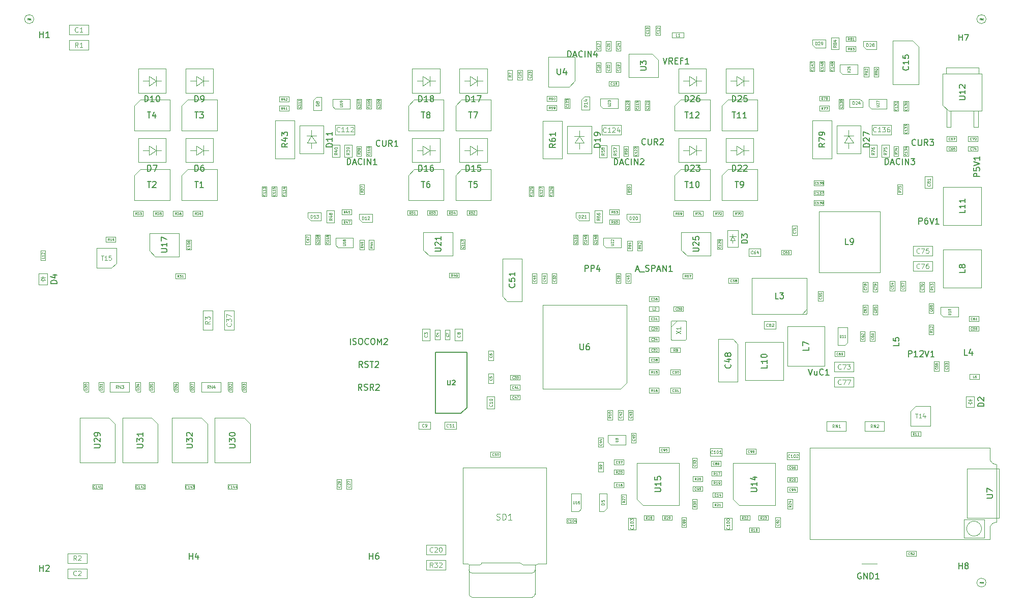
<source format=gbr>
%TF.GenerationSoftware,KiCad,Pcbnew,7.0.1*%
%TF.CreationDate,2023-11-30T10:22:42+01:00*%
%TF.ProjectId,current3x3A_Artiq,63757272-656e-4743-9378-33415f417274,rev?*%
%TF.SameCoordinates,Original*%
%TF.FileFunction,AssemblyDrawing,Top*%
%FSLAX46Y46*%
G04 Gerber Fmt 4.6, Leading zero omitted, Abs format (unit mm)*
G04 Created by KiCad (PCBNEW 7.0.1) date 2023-11-30 10:22:42*
%MOMM*%
%LPD*%
G01*
G04 APERTURE LIST*
%ADD10C,0.060000*%
%ADD11C,0.150000*%
%ADD12C,0.120000*%
%ADD13C,0.080000*%
%ADD14C,0.040000*%
%ADD15C,0.075000*%
%ADD16C,0.100000*%
%ADD17C,0.105000*%
G04 APERTURE END LIST*
D10*
%TO.C,C93*%
X111906952Y-77092142D02*
X111926000Y-77111190D01*
X111926000Y-77111190D02*
X111945047Y-77168332D01*
X111945047Y-77168332D02*
X111945047Y-77206428D01*
X111945047Y-77206428D02*
X111926000Y-77263571D01*
X111926000Y-77263571D02*
X111887904Y-77301666D01*
X111887904Y-77301666D02*
X111849809Y-77320713D01*
X111849809Y-77320713D02*
X111773619Y-77339761D01*
X111773619Y-77339761D02*
X111716476Y-77339761D01*
X111716476Y-77339761D02*
X111640285Y-77320713D01*
X111640285Y-77320713D02*
X111602190Y-77301666D01*
X111602190Y-77301666D02*
X111564095Y-77263571D01*
X111564095Y-77263571D02*
X111545047Y-77206428D01*
X111545047Y-77206428D02*
X111545047Y-77168332D01*
X111545047Y-77168332D02*
X111564095Y-77111190D01*
X111564095Y-77111190D02*
X111583142Y-77092142D01*
X111945047Y-76901666D02*
X111945047Y-76825475D01*
X111945047Y-76825475D02*
X111926000Y-76787380D01*
X111926000Y-76787380D02*
X111906952Y-76768332D01*
X111906952Y-76768332D02*
X111849809Y-76730237D01*
X111849809Y-76730237D02*
X111773619Y-76711190D01*
X111773619Y-76711190D02*
X111621238Y-76711190D01*
X111621238Y-76711190D02*
X111583142Y-76730237D01*
X111583142Y-76730237D02*
X111564095Y-76749285D01*
X111564095Y-76749285D02*
X111545047Y-76787380D01*
X111545047Y-76787380D02*
X111545047Y-76863571D01*
X111545047Y-76863571D02*
X111564095Y-76901666D01*
X111564095Y-76901666D02*
X111583142Y-76920713D01*
X111583142Y-76920713D02*
X111621238Y-76939761D01*
X111621238Y-76939761D02*
X111716476Y-76939761D01*
X111716476Y-76939761D02*
X111754571Y-76920713D01*
X111754571Y-76920713D02*
X111773619Y-76901666D01*
X111773619Y-76901666D02*
X111792666Y-76863571D01*
X111792666Y-76863571D02*
X111792666Y-76787380D01*
X111792666Y-76787380D02*
X111773619Y-76749285D01*
X111773619Y-76749285D02*
X111754571Y-76730237D01*
X111754571Y-76730237D02*
X111716476Y-76711190D01*
X111545047Y-76577857D02*
X111545047Y-76330238D01*
X111545047Y-76330238D02*
X111697428Y-76463571D01*
X111697428Y-76463571D02*
X111697428Y-76406428D01*
X111697428Y-76406428D02*
X111716476Y-76368333D01*
X111716476Y-76368333D02*
X111735523Y-76349285D01*
X111735523Y-76349285D02*
X111773619Y-76330238D01*
X111773619Y-76330238D02*
X111868857Y-76330238D01*
X111868857Y-76330238D02*
X111906952Y-76349285D01*
X111906952Y-76349285D02*
X111926000Y-76368333D01*
X111926000Y-76368333D02*
X111945047Y-76406428D01*
X111945047Y-76406428D02*
X111945047Y-76520714D01*
X111945047Y-76520714D02*
X111926000Y-76558809D01*
X111926000Y-76558809D02*
X111906952Y-76577857D01*
%TO.C,C121*%
X104032952Y-17719618D02*
X104052000Y-17738666D01*
X104052000Y-17738666D02*
X104071047Y-17795808D01*
X104071047Y-17795808D02*
X104071047Y-17833904D01*
X104071047Y-17833904D02*
X104052000Y-17891047D01*
X104052000Y-17891047D02*
X104013904Y-17929142D01*
X104013904Y-17929142D02*
X103975809Y-17948189D01*
X103975809Y-17948189D02*
X103899619Y-17967237D01*
X103899619Y-17967237D02*
X103842476Y-17967237D01*
X103842476Y-17967237D02*
X103766285Y-17948189D01*
X103766285Y-17948189D02*
X103728190Y-17929142D01*
X103728190Y-17929142D02*
X103690095Y-17891047D01*
X103690095Y-17891047D02*
X103671047Y-17833904D01*
X103671047Y-17833904D02*
X103671047Y-17795808D01*
X103671047Y-17795808D02*
X103690095Y-17738666D01*
X103690095Y-17738666D02*
X103709142Y-17719618D01*
X104071047Y-17338666D02*
X104071047Y-17567237D01*
X104071047Y-17452951D02*
X103671047Y-17452951D01*
X103671047Y-17452951D02*
X103728190Y-17491047D01*
X103728190Y-17491047D02*
X103766285Y-17529142D01*
X103766285Y-17529142D02*
X103785333Y-17567237D01*
X103709142Y-17186285D02*
X103690095Y-17167237D01*
X103690095Y-17167237D02*
X103671047Y-17129142D01*
X103671047Y-17129142D02*
X103671047Y-17033904D01*
X103671047Y-17033904D02*
X103690095Y-16995809D01*
X103690095Y-16995809D02*
X103709142Y-16976761D01*
X103709142Y-16976761D02*
X103747238Y-16957714D01*
X103747238Y-16957714D02*
X103785333Y-16957714D01*
X103785333Y-16957714D02*
X103842476Y-16976761D01*
X103842476Y-16976761D02*
X104071047Y-17205333D01*
X104071047Y-17205333D02*
X104071047Y-16957714D01*
X104071047Y-16576762D02*
X104071047Y-16805333D01*
X104071047Y-16691047D02*
X103671047Y-16691047D01*
X103671047Y-16691047D02*
X103728190Y-16729143D01*
X103728190Y-16729143D02*
X103766285Y-16767238D01*
X103766285Y-16767238D02*
X103785333Y-16805333D01*
%TO.C,C4*%
X69107952Y-55565666D02*
X69127000Y-55584714D01*
X69127000Y-55584714D02*
X69146047Y-55641856D01*
X69146047Y-55641856D02*
X69146047Y-55679952D01*
X69146047Y-55679952D02*
X69127000Y-55737095D01*
X69127000Y-55737095D02*
X69088904Y-55775190D01*
X69088904Y-55775190D02*
X69050809Y-55794237D01*
X69050809Y-55794237D02*
X68974619Y-55813285D01*
X68974619Y-55813285D02*
X68917476Y-55813285D01*
X68917476Y-55813285D02*
X68841285Y-55794237D01*
X68841285Y-55794237D02*
X68803190Y-55775190D01*
X68803190Y-55775190D02*
X68765095Y-55737095D01*
X68765095Y-55737095D02*
X68746047Y-55679952D01*
X68746047Y-55679952D02*
X68746047Y-55641856D01*
X68746047Y-55641856D02*
X68765095Y-55584714D01*
X68765095Y-55584714D02*
X68784142Y-55565666D01*
X68879380Y-55222809D02*
X69146047Y-55222809D01*
X68727000Y-55318047D02*
X69012714Y-55413285D01*
X69012714Y-55413285D02*
X69012714Y-55165666D01*
D11*
%TO.C,U29*%
X11833619Y-74302094D02*
X12643142Y-74302094D01*
X12643142Y-74302094D02*
X12738380Y-74254475D01*
X12738380Y-74254475D02*
X12786000Y-74206856D01*
X12786000Y-74206856D02*
X12833619Y-74111618D01*
X12833619Y-74111618D02*
X12833619Y-73921142D01*
X12833619Y-73921142D02*
X12786000Y-73825904D01*
X12786000Y-73825904D02*
X12738380Y-73778285D01*
X12738380Y-73778285D02*
X12643142Y-73730666D01*
X12643142Y-73730666D02*
X11833619Y-73730666D01*
X11928857Y-73302094D02*
X11881238Y-73254475D01*
X11881238Y-73254475D02*
X11833619Y-73159237D01*
X11833619Y-73159237D02*
X11833619Y-72921142D01*
X11833619Y-72921142D02*
X11881238Y-72825904D01*
X11881238Y-72825904D02*
X11928857Y-72778285D01*
X11928857Y-72778285D02*
X12024095Y-72730666D01*
X12024095Y-72730666D02*
X12119333Y-72730666D01*
X12119333Y-72730666D02*
X12262190Y-72778285D01*
X12262190Y-72778285D02*
X12833619Y-73349713D01*
X12833619Y-73349713D02*
X12833619Y-72730666D01*
X12833619Y-72254475D02*
X12833619Y-72063999D01*
X12833619Y-72063999D02*
X12786000Y-71968761D01*
X12786000Y-71968761D02*
X12738380Y-71921142D01*
X12738380Y-71921142D02*
X12595523Y-71825904D01*
X12595523Y-71825904D02*
X12405047Y-71778285D01*
X12405047Y-71778285D02*
X12024095Y-71778285D01*
X12024095Y-71778285D02*
X11928857Y-71825904D01*
X11928857Y-71825904D02*
X11881238Y-71873523D01*
X11881238Y-71873523D02*
X11833619Y-71968761D01*
X11833619Y-71968761D02*
X11833619Y-72159237D01*
X11833619Y-72159237D02*
X11881238Y-72254475D01*
X11881238Y-72254475D02*
X11928857Y-72302094D01*
X11928857Y-72302094D02*
X12024095Y-72349713D01*
X12024095Y-72349713D02*
X12262190Y-72349713D01*
X12262190Y-72349713D02*
X12357428Y-72302094D01*
X12357428Y-72302094D02*
X12405047Y-72254475D01*
X12405047Y-72254475D02*
X12452666Y-72159237D01*
X12452666Y-72159237D02*
X12452666Y-71968761D01*
X12452666Y-71968761D02*
X12405047Y-71873523D01*
X12405047Y-71873523D02*
X12357428Y-71825904D01*
X12357428Y-71825904D02*
X12262190Y-71778285D01*
D10*
%TO.C,R35*%
X22221857Y-35491047D02*
X22088524Y-35300571D01*
X21993286Y-35491047D02*
X21993286Y-35091047D01*
X21993286Y-35091047D02*
X22145667Y-35091047D01*
X22145667Y-35091047D02*
X22183762Y-35110095D01*
X22183762Y-35110095D02*
X22202809Y-35129142D01*
X22202809Y-35129142D02*
X22221857Y-35167238D01*
X22221857Y-35167238D02*
X22221857Y-35224380D01*
X22221857Y-35224380D02*
X22202809Y-35262476D01*
X22202809Y-35262476D02*
X22183762Y-35281523D01*
X22183762Y-35281523D02*
X22145667Y-35300571D01*
X22145667Y-35300571D02*
X21993286Y-35300571D01*
X22355190Y-35091047D02*
X22602809Y-35091047D01*
X22602809Y-35091047D02*
X22469476Y-35243428D01*
X22469476Y-35243428D02*
X22526619Y-35243428D01*
X22526619Y-35243428D02*
X22564714Y-35262476D01*
X22564714Y-35262476D02*
X22583762Y-35281523D01*
X22583762Y-35281523D02*
X22602809Y-35319619D01*
X22602809Y-35319619D02*
X22602809Y-35414857D01*
X22602809Y-35414857D02*
X22583762Y-35452952D01*
X22583762Y-35452952D02*
X22564714Y-35472000D01*
X22564714Y-35472000D02*
X22526619Y-35491047D01*
X22526619Y-35491047D02*
X22412333Y-35491047D01*
X22412333Y-35491047D02*
X22374238Y-35472000D01*
X22374238Y-35472000D02*
X22355190Y-35452952D01*
X22964714Y-35091047D02*
X22774238Y-35091047D01*
X22774238Y-35091047D02*
X22755190Y-35281523D01*
X22755190Y-35281523D02*
X22774238Y-35262476D01*
X22774238Y-35262476D02*
X22812333Y-35243428D01*
X22812333Y-35243428D02*
X22907571Y-35243428D01*
X22907571Y-35243428D02*
X22945666Y-35262476D01*
X22945666Y-35262476D02*
X22964714Y-35281523D01*
X22964714Y-35281523D02*
X22983761Y-35319619D01*
X22983761Y-35319619D02*
X22983761Y-35414857D01*
X22983761Y-35414857D02*
X22964714Y-35452952D01*
X22964714Y-35452952D02*
X22945666Y-35472000D01*
X22945666Y-35472000D02*
X22907571Y-35491047D01*
X22907571Y-35491047D02*
X22812333Y-35491047D01*
X22812333Y-35491047D02*
X22774238Y-35472000D01*
X22774238Y-35472000D02*
X22755190Y-35452952D01*
%TO.C,D32*%
X34654047Y-64659713D02*
X34254047Y-64659713D01*
X34254047Y-64659713D02*
X34254047Y-64564475D01*
X34254047Y-64564475D02*
X34273095Y-64507332D01*
X34273095Y-64507332D02*
X34311190Y-64469237D01*
X34311190Y-64469237D02*
X34349285Y-64450190D01*
X34349285Y-64450190D02*
X34425476Y-64431142D01*
X34425476Y-64431142D02*
X34482619Y-64431142D01*
X34482619Y-64431142D02*
X34558809Y-64450190D01*
X34558809Y-64450190D02*
X34596904Y-64469237D01*
X34596904Y-64469237D02*
X34635000Y-64507332D01*
X34635000Y-64507332D02*
X34654047Y-64564475D01*
X34654047Y-64564475D02*
X34654047Y-64659713D01*
X34254047Y-64297809D02*
X34254047Y-64050190D01*
X34254047Y-64050190D02*
X34406428Y-64183523D01*
X34406428Y-64183523D02*
X34406428Y-64126380D01*
X34406428Y-64126380D02*
X34425476Y-64088285D01*
X34425476Y-64088285D02*
X34444523Y-64069237D01*
X34444523Y-64069237D02*
X34482619Y-64050190D01*
X34482619Y-64050190D02*
X34577857Y-64050190D01*
X34577857Y-64050190D02*
X34615952Y-64069237D01*
X34615952Y-64069237D02*
X34635000Y-64088285D01*
X34635000Y-64088285D02*
X34654047Y-64126380D01*
X34654047Y-64126380D02*
X34654047Y-64240666D01*
X34654047Y-64240666D02*
X34635000Y-64278761D01*
X34635000Y-64278761D02*
X34615952Y-64297809D01*
X34292142Y-63897809D02*
X34273095Y-63878761D01*
X34273095Y-63878761D02*
X34254047Y-63840666D01*
X34254047Y-63840666D02*
X34254047Y-63745428D01*
X34254047Y-63745428D02*
X34273095Y-63707333D01*
X34273095Y-63707333D02*
X34292142Y-63688285D01*
X34292142Y-63688285D02*
X34330238Y-63669238D01*
X34330238Y-63669238D02*
X34368333Y-63669238D01*
X34368333Y-63669238D02*
X34425476Y-63688285D01*
X34425476Y-63688285D02*
X34654047Y-63916857D01*
X34654047Y-63916857D02*
X34654047Y-63669238D01*
%TO.C,C23*%
X84474952Y-12449142D02*
X84494000Y-12468190D01*
X84494000Y-12468190D02*
X84513047Y-12525332D01*
X84513047Y-12525332D02*
X84513047Y-12563428D01*
X84513047Y-12563428D02*
X84494000Y-12620571D01*
X84494000Y-12620571D02*
X84455904Y-12658666D01*
X84455904Y-12658666D02*
X84417809Y-12677713D01*
X84417809Y-12677713D02*
X84341619Y-12696761D01*
X84341619Y-12696761D02*
X84284476Y-12696761D01*
X84284476Y-12696761D02*
X84208285Y-12677713D01*
X84208285Y-12677713D02*
X84170190Y-12658666D01*
X84170190Y-12658666D02*
X84132095Y-12620571D01*
X84132095Y-12620571D02*
X84113047Y-12563428D01*
X84113047Y-12563428D02*
X84113047Y-12525332D01*
X84113047Y-12525332D02*
X84132095Y-12468190D01*
X84132095Y-12468190D02*
X84151142Y-12449142D01*
X84151142Y-12296761D02*
X84132095Y-12277713D01*
X84132095Y-12277713D02*
X84113047Y-12239618D01*
X84113047Y-12239618D02*
X84113047Y-12144380D01*
X84113047Y-12144380D02*
X84132095Y-12106285D01*
X84132095Y-12106285D02*
X84151142Y-12087237D01*
X84151142Y-12087237D02*
X84189238Y-12068190D01*
X84189238Y-12068190D02*
X84227333Y-12068190D01*
X84227333Y-12068190D02*
X84284476Y-12087237D01*
X84284476Y-12087237D02*
X84513047Y-12315809D01*
X84513047Y-12315809D02*
X84513047Y-12068190D01*
X84113047Y-11934857D02*
X84113047Y-11687238D01*
X84113047Y-11687238D02*
X84265428Y-11820571D01*
X84265428Y-11820571D02*
X84265428Y-11763428D01*
X84265428Y-11763428D02*
X84284476Y-11725333D01*
X84284476Y-11725333D02*
X84303523Y-11706285D01*
X84303523Y-11706285D02*
X84341619Y-11687238D01*
X84341619Y-11687238D02*
X84436857Y-11687238D01*
X84436857Y-11687238D02*
X84474952Y-11706285D01*
X84474952Y-11706285D02*
X84494000Y-11725333D01*
X84494000Y-11725333D02*
X84513047Y-11763428D01*
X84513047Y-11763428D02*
X84513047Y-11877714D01*
X84513047Y-11877714D02*
X84494000Y-11915809D01*
X84494000Y-11915809D02*
X84474952Y-11934857D01*
%TO.C,U27*%
X142025047Y-17513237D02*
X142348857Y-17513237D01*
X142348857Y-17513237D02*
X142386952Y-17494190D01*
X142386952Y-17494190D02*
X142406000Y-17475142D01*
X142406000Y-17475142D02*
X142425047Y-17437047D01*
X142425047Y-17437047D02*
X142425047Y-17360856D01*
X142425047Y-17360856D02*
X142406000Y-17322761D01*
X142406000Y-17322761D02*
X142386952Y-17303714D01*
X142386952Y-17303714D02*
X142348857Y-17284666D01*
X142348857Y-17284666D02*
X142025047Y-17284666D01*
X142063142Y-17113237D02*
X142044095Y-17094189D01*
X142044095Y-17094189D02*
X142025047Y-17056094D01*
X142025047Y-17056094D02*
X142025047Y-16960856D01*
X142025047Y-16960856D02*
X142044095Y-16922761D01*
X142044095Y-16922761D02*
X142063142Y-16903713D01*
X142063142Y-16903713D02*
X142101238Y-16884666D01*
X142101238Y-16884666D02*
X142139333Y-16884666D01*
X142139333Y-16884666D02*
X142196476Y-16903713D01*
X142196476Y-16903713D02*
X142425047Y-17132285D01*
X142425047Y-17132285D02*
X142425047Y-16884666D01*
X142025047Y-16751333D02*
X142025047Y-16484666D01*
X142025047Y-16484666D02*
X142425047Y-16656095D01*
D11*
%TO.C,L9*%
X137374333Y-40467619D02*
X136898143Y-40467619D01*
X136898143Y-40467619D02*
X136898143Y-39467619D01*
X137755286Y-40467619D02*
X137945762Y-40467619D01*
X137945762Y-40467619D02*
X138041000Y-40420000D01*
X138041000Y-40420000D02*
X138088619Y-40372380D01*
X138088619Y-40372380D02*
X138183857Y-40229523D01*
X138183857Y-40229523D02*
X138231476Y-40039047D01*
X138231476Y-40039047D02*
X138231476Y-39658095D01*
X138231476Y-39658095D02*
X138183857Y-39562857D01*
X138183857Y-39562857D02*
X138136238Y-39515238D01*
X138136238Y-39515238D02*
X138041000Y-39467619D01*
X138041000Y-39467619D02*
X137850524Y-39467619D01*
X137850524Y-39467619D02*
X137755286Y-39515238D01*
X137755286Y-39515238D02*
X137707667Y-39562857D01*
X137707667Y-39562857D02*
X137660048Y-39658095D01*
X137660048Y-39658095D02*
X137660048Y-39896190D01*
X137660048Y-39896190D02*
X137707667Y-39991428D01*
X137707667Y-39991428D02*
X137755286Y-40039047D01*
X137755286Y-40039047D02*
X137850524Y-40086666D01*
X137850524Y-40086666D02*
X138041000Y-40086666D01*
X138041000Y-40086666D02*
X138136238Y-40039047D01*
X138136238Y-40039047D02*
X138183857Y-39991428D01*
X138183857Y-39991428D02*
X138231476Y-39896190D01*
%TO.C,DACIN3*%
X143494429Y-27133619D02*
X143494429Y-26133619D01*
X143494429Y-26133619D02*
X143732524Y-26133619D01*
X143732524Y-26133619D02*
X143875381Y-26181238D01*
X143875381Y-26181238D02*
X143970619Y-26276476D01*
X143970619Y-26276476D02*
X144018238Y-26371714D01*
X144018238Y-26371714D02*
X144065857Y-26562190D01*
X144065857Y-26562190D02*
X144065857Y-26705047D01*
X144065857Y-26705047D02*
X144018238Y-26895523D01*
X144018238Y-26895523D02*
X143970619Y-26990761D01*
X143970619Y-26990761D02*
X143875381Y-27086000D01*
X143875381Y-27086000D02*
X143732524Y-27133619D01*
X143732524Y-27133619D02*
X143494429Y-27133619D01*
X144446810Y-26847904D02*
X144923000Y-26847904D01*
X144351572Y-27133619D02*
X144684905Y-26133619D01*
X144684905Y-26133619D02*
X145018238Y-27133619D01*
X145923000Y-27038380D02*
X145875381Y-27086000D01*
X145875381Y-27086000D02*
X145732524Y-27133619D01*
X145732524Y-27133619D02*
X145637286Y-27133619D01*
X145637286Y-27133619D02*
X145494429Y-27086000D01*
X145494429Y-27086000D02*
X145399191Y-26990761D01*
X145399191Y-26990761D02*
X145351572Y-26895523D01*
X145351572Y-26895523D02*
X145303953Y-26705047D01*
X145303953Y-26705047D02*
X145303953Y-26562190D01*
X145303953Y-26562190D02*
X145351572Y-26371714D01*
X145351572Y-26371714D02*
X145399191Y-26276476D01*
X145399191Y-26276476D02*
X145494429Y-26181238D01*
X145494429Y-26181238D02*
X145637286Y-26133619D01*
X145637286Y-26133619D02*
X145732524Y-26133619D01*
X145732524Y-26133619D02*
X145875381Y-26181238D01*
X145875381Y-26181238D02*
X145923000Y-26228857D01*
X146351572Y-27133619D02*
X146351572Y-26133619D01*
X146827762Y-27133619D02*
X146827762Y-26133619D01*
X146827762Y-26133619D02*
X147399190Y-27133619D01*
X147399190Y-27133619D02*
X147399190Y-26133619D01*
X147780143Y-26133619D02*
X148399190Y-26133619D01*
X148399190Y-26133619D02*
X148065857Y-26514571D01*
X148065857Y-26514571D02*
X148208714Y-26514571D01*
X148208714Y-26514571D02*
X148303952Y-26562190D01*
X148303952Y-26562190D02*
X148351571Y-26609809D01*
X148351571Y-26609809D02*
X148399190Y-26705047D01*
X148399190Y-26705047D02*
X148399190Y-26943142D01*
X148399190Y-26943142D02*
X148351571Y-27038380D01*
X148351571Y-27038380D02*
X148303952Y-27086000D01*
X148303952Y-27086000D02*
X148208714Y-27133619D01*
X148208714Y-27133619D02*
X147923000Y-27133619D01*
X147923000Y-27133619D02*
X147827762Y-27086000D01*
X147827762Y-27086000D02*
X147780143Y-27038380D01*
%TO.C,P6V1*%
X149106143Y-37039619D02*
X149106143Y-36039619D01*
X149106143Y-36039619D02*
X149487095Y-36039619D01*
X149487095Y-36039619D02*
X149582333Y-36087238D01*
X149582333Y-36087238D02*
X149629952Y-36134857D01*
X149629952Y-36134857D02*
X149677571Y-36230095D01*
X149677571Y-36230095D02*
X149677571Y-36372952D01*
X149677571Y-36372952D02*
X149629952Y-36468190D01*
X149629952Y-36468190D02*
X149582333Y-36515809D01*
X149582333Y-36515809D02*
X149487095Y-36563428D01*
X149487095Y-36563428D02*
X149106143Y-36563428D01*
X150534714Y-36039619D02*
X150344238Y-36039619D01*
X150344238Y-36039619D02*
X150249000Y-36087238D01*
X150249000Y-36087238D02*
X150201381Y-36134857D01*
X150201381Y-36134857D02*
X150106143Y-36277714D01*
X150106143Y-36277714D02*
X150058524Y-36468190D01*
X150058524Y-36468190D02*
X150058524Y-36849142D01*
X150058524Y-36849142D02*
X150106143Y-36944380D01*
X150106143Y-36944380D02*
X150153762Y-36992000D01*
X150153762Y-36992000D02*
X150249000Y-37039619D01*
X150249000Y-37039619D02*
X150439476Y-37039619D01*
X150439476Y-37039619D02*
X150534714Y-36992000D01*
X150534714Y-36992000D02*
X150582333Y-36944380D01*
X150582333Y-36944380D02*
X150629952Y-36849142D01*
X150629952Y-36849142D02*
X150629952Y-36611047D01*
X150629952Y-36611047D02*
X150582333Y-36515809D01*
X150582333Y-36515809D02*
X150534714Y-36468190D01*
X150534714Y-36468190D02*
X150439476Y-36420571D01*
X150439476Y-36420571D02*
X150249000Y-36420571D01*
X150249000Y-36420571D02*
X150153762Y-36468190D01*
X150153762Y-36468190D02*
X150106143Y-36515809D01*
X150106143Y-36515809D02*
X150058524Y-36611047D01*
X150915667Y-36039619D02*
X151249000Y-37039619D01*
X151249000Y-37039619D02*
X151582333Y-36039619D01*
X152439476Y-37039619D02*
X151868048Y-37039619D01*
X152153762Y-37039619D02*
X152153762Y-36039619D01*
X152153762Y-36039619D02*
X152058524Y-36182476D01*
X152058524Y-36182476D02*
X151963286Y-36277714D01*
X151963286Y-36277714D02*
X151868048Y-36325333D01*
D10*
%TO.C,C13*%
X104035952Y-5083142D02*
X104055000Y-5102190D01*
X104055000Y-5102190D02*
X104074047Y-5159332D01*
X104074047Y-5159332D02*
X104074047Y-5197428D01*
X104074047Y-5197428D02*
X104055000Y-5254571D01*
X104055000Y-5254571D02*
X104016904Y-5292666D01*
X104016904Y-5292666D02*
X103978809Y-5311713D01*
X103978809Y-5311713D02*
X103902619Y-5330761D01*
X103902619Y-5330761D02*
X103845476Y-5330761D01*
X103845476Y-5330761D02*
X103769285Y-5311713D01*
X103769285Y-5311713D02*
X103731190Y-5292666D01*
X103731190Y-5292666D02*
X103693095Y-5254571D01*
X103693095Y-5254571D02*
X103674047Y-5197428D01*
X103674047Y-5197428D02*
X103674047Y-5159332D01*
X103674047Y-5159332D02*
X103693095Y-5102190D01*
X103693095Y-5102190D02*
X103712142Y-5083142D01*
X104074047Y-4702190D02*
X104074047Y-4930761D01*
X104074047Y-4816475D02*
X103674047Y-4816475D01*
X103674047Y-4816475D02*
X103731190Y-4854571D01*
X103731190Y-4854571D02*
X103769285Y-4892666D01*
X103769285Y-4892666D02*
X103788333Y-4930761D01*
X103674047Y-4568857D02*
X103674047Y-4321238D01*
X103674047Y-4321238D02*
X103826428Y-4454571D01*
X103826428Y-4454571D02*
X103826428Y-4397428D01*
X103826428Y-4397428D02*
X103845476Y-4359333D01*
X103845476Y-4359333D02*
X103864523Y-4340285D01*
X103864523Y-4340285D02*
X103902619Y-4321238D01*
X103902619Y-4321238D02*
X103997857Y-4321238D01*
X103997857Y-4321238D02*
X104035952Y-4340285D01*
X104035952Y-4340285D02*
X104055000Y-4359333D01*
X104055000Y-4359333D02*
X104074047Y-4397428D01*
X104074047Y-4397428D02*
X104074047Y-4511714D01*
X104074047Y-4511714D02*
X104055000Y-4549809D01*
X104055000Y-4549809D02*
X104035952Y-4568857D01*
%TO.C,R55*%
X101023047Y-31549142D02*
X100832571Y-31682475D01*
X101023047Y-31777713D02*
X100623047Y-31777713D01*
X100623047Y-31777713D02*
X100623047Y-31625332D01*
X100623047Y-31625332D02*
X100642095Y-31587237D01*
X100642095Y-31587237D02*
X100661142Y-31568190D01*
X100661142Y-31568190D02*
X100699238Y-31549142D01*
X100699238Y-31549142D02*
X100756380Y-31549142D01*
X100756380Y-31549142D02*
X100794476Y-31568190D01*
X100794476Y-31568190D02*
X100813523Y-31587237D01*
X100813523Y-31587237D02*
X100832571Y-31625332D01*
X100832571Y-31625332D02*
X100832571Y-31777713D01*
X100623047Y-31187237D02*
X100623047Y-31377713D01*
X100623047Y-31377713D02*
X100813523Y-31396761D01*
X100813523Y-31396761D02*
X100794476Y-31377713D01*
X100794476Y-31377713D02*
X100775428Y-31339618D01*
X100775428Y-31339618D02*
X100775428Y-31244380D01*
X100775428Y-31244380D02*
X100794476Y-31206285D01*
X100794476Y-31206285D02*
X100813523Y-31187237D01*
X100813523Y-31187237D02*
X100851619Y-31168190D01*
X100851619Y-31168190D02*
X100946857Y-31168190D01*
X100946857Y-31168190D02*
X100984952Y-31187237D01*
X100984952Y-31187237D02*
X101004000Y-31206285D01*
X101004000Y-31206285D02*
X101023047Y-31244380D01*
X101023047Y-31244380D02*
X101023047Y-31339618D01*
X101023047Y-31339618D02*
X101004000Y-31377713D01*
X101004000Y-31377713D02*
X100984952Y-31396761D01*
X100623047Y-30806285D02*
X100623047Y-30996761D01*
X100623047Y-30996761D02*
X100813523Y-31015809D01*
X100813523Y-31015809D02*
X100794476Y-30996761D01*
X100794476Y-30996761D02*
X100775428Y-30958666D01*
X100775428Y-30958666D02*
X100775428Y-30863428D01*
X100775428Y-30863428D02*
X100794476Y-30825333D01*
X100794476Y-30825333D02*
X100813523Y-30806285D01*
X100813523Y-30806285D02*
X100851619Y-30787238D01*
X100851619Y-30787238D02*
X100946857Y-30787238D01*
X100946857Y-30787238D02*
X100984952Y-30806285D01*
X100984952Y-30806285D02*
X101004000Y-30825333D01*
X101004000Y-30825333D02*
X101023047Y-30863428D01*
X101023047Y-30863428D02*
X101023047Y-30958666D01*
X101023047Y-30958666D02*
X101004000Y-30996761D01*
X101004000Y-30996761D02*
X100984952Y-31015809D01*
%TO.C,L2*%
X104962333Y-51366047D02*
X104771857Y-51366047D01*
X104771857Y-51366047D02*
X104771857Y-50966047D01*
X105076619Y-51004142D02*
X105095667Y-50985095D01*
X105095667Y-50985095D02*
X105133762Y-50966047D01*
X105133762Y-50966047D02*
X105229000Y-50966047D01*
X105229000Y-50966047D02*
X105267095Y-50985095D01*
X105267095Y-50985095D02*
X105286143Y-51004142D01*
X105286143Y-51004142D02*
X105305190Y-51042238D01*
X105305190Y-51042238D02*
X105305190Y-51080333D01*
X105305190Y-51080333D02*
X105286143Y-51137476D01*
X105286143Y-51137476D02*
X105057571Y-51366047D01*
X105057571Y-51366047D02*
X105305190Y-51366047D01*
%TO.C,C146*%
X95396952Y-40071618D02*
X95416000Y-40090666D01*
X95416000Y-40090666D02*
X95435047Y-40147808D01*
X95435047Y-40147808D02*
X95435047Y-40185904D01*
X95435047Y-40185904D02*
X95416000Y-40243047D01*
X95416000Y-40243047D02*
X95377904Y-40281142D01*
X95377904Y-40281142D02*
X95339809Y-40300189D01*
X95339809Y-40300189D02*
X95263619Y-40319237D01*
X95263619Y-40319237D02*
X95206476Y-40319237D01*
X95206476Y-40319237D02*
X95130285Y-40300189D01*
X95130285Y-40300189D02*
X95092190Y-40281142D01*
X95092190Y-40281142D02*
X95054095Y-40243047D01*
X95054095Y-40243047D02*
X95035047Y-40185904D01*
X95035047Y-40185904D02*
X95035047Y-40147808D01*
X95035047Y-40147808D02*
X95054095Y-40090666D01*
X95054095Y-40090666D02*
X95073142Y-40071618D01*
X95435047Y-39690666D02*
X95435047Y-39919237D01*
X95435047Y-39804951D02*
X95035047Y-39804951D01*
X95035047Y-39804951D02*
X95092190Y-39843047D01*
X95092190Y-39843047D02*
X95130285Y-39881142D01*
X95130285Y-39881142D02*
X95149333Y-39919237D01*
X95168380Y-39347809D02*
X95435047Y-39347809D01*
X95016000Y-39443047D02*
X95301714Y-39538285D01*
X95301714Y-39538285D02*
X95301714Y-39290666D01*
X95035047Y-38966857D02*
X95035047Y-39043047D01*
X95035047Y-39043047D02*
X95054095Y-39081143D01*
X95054095Y-39081143D02*
X95073142Y-39100190D01*
X95073142Y-39100190D02*
X95130285Y-39138285D01*
X95130285Y-39138285D02*
X95206476Y-39157333D01*
X95206476Y-39157333D02*
X95358857Y-39157333D01*
X95358857Y-39157333D02*
X95396952Y-39138285D01*
X95396952Y-39138285D02*
X95416000Y-39119238D01*
X95416000Y-39119238D02*
X95435047Y-39081143D01*
X95435047Y-39081143D02*
X95435047Y-39004952D01*
X95435047Y-39004952D02*
X95416000Y-38966857D01*
X95416000Y-38966857D02*
X95396952Y-38947809D01*
X95396952Y-38947809D02*
X95358857Y-38928762D01*
X95358857Y-38928762D02*
X95263619Y-38928762D01*
X95263619Y-38928762D02*
X95225523Y-38947809D01*
X95225523Y-38947809D02*
X95206476Y-38966857D01*
X95206476Y-38966857D02*
X95187428Y-39004952D01*
X95187428Y-39004952D02*
X95187428Y-39081143D01*
X95187428Y-39081143D02*
X95206476Y-39119238D01*
X95206476Y-39119238D02*
X95225523Y-39138285D01*
X95225523Y-39138285D02*
X95263619Y-39157333D01*
%TO.C,C99*%
X112010857Y-81299952D02*
X111991809Y-81319000D01*
X111991809Y-81319000D02*
X111934667Y-81338047D01*
X111934667Y-81338047D02*
X111896571Y-81338047D01*
X111896571Y-81338047D02*
X111839428Y-81319000D01*
X111839428Y-81319000D02*
X111801333Y-81280904D01*
X111801333Y-81280904D02*
X111782286Y-81242809D01*
X111782286Y-81242809D02*
X111763238Y-81166619D01*
X111763238Y-81166619D02*
X111763238Y-81109476D01*
X111763238Y-81109476D02*
X111782286Y-81033285D01*
X111782286Y-81033285D02*
X111801333Y-80995190D01*
X111801333Y-80995190D02*
X111839428Y-80957095D01*
X111839428Y-80957095D02*
X111896571Y-80938047D01*
X111896571Y-80938047D02*
X111934667Y-80938047D01*
X111934667Y-80938047D02*
X111991809Y-80957095D01*
X111991809Y-80957095D02*
X112010857Y-80976142D01*
X112201333Y-81338047D02*
X112277524Y-81338047D01*
X112277524Y-81338047D02*
X112315619Y-81319000D01*
X112315619Y-81319000D02*
X112334667Y-81299952D01*
X112334667Y-81299952D02*
X112372762Y-81242809D01*
X112372762Y-81242809D02*
X112391809Y-81166619D01*
X112391809Y-81166619D02*
X112391809Y-81014238D01*
X112391809Y-81014238D02*
X112372762Y-80976142D01*
X112372762Y-80976142D02*
X112353714Y-80957095D01*
X112353714Y-80957095D02*
X112315619Y-80938047D01*
X112315619Y-80938047D02*
X112239428Y-80938047D01*
X112239428Y-80938047D02*
X112201333Y-80957095D01*
X112201333Y-80957095D02*
X112182286Y-80976142D01*
X112182286Y-80976142D02*
X112163238Y-81014238D01*
X112163238Y-81014238D02*
X112163238Y-81109476D01*
X112163238Y-81109476D02*
X112182286Y-81147571D01*
X112182286Y-81147571D02*
X112201333Y-81166619D01*
X112201333Y-81166619D02*
X112239428Y-81185666D01*
X112239428Y-81185666D02*
X112315619Y-81185666D01*
X112315619Y-81185666D02*
X112353714Y-81166619D01*
X112353714Y-81166619D02*
X112372762Y-81147571D01*
X112372762Y-81147571D02*
X112391809Y-81109476D01*
X112582285Y-81338047D02*
X112658476Y-81338047D01*
X112658476Y-81338047D02*
X112696571Y-81319000D01*
X112696571Y-81319000D02*
X112715619Y-81299952D01*
X112715619Y-81299952D02*
X112753714Y-81242809D01*
X112753714Y-81242809D02*
X112772761Y-81166619D01*
X112772761Y-81166619D02*
X112772761Y-81014238D01*
X112772761Y-81014238D02*
X112753714Y-80976142D01*
X112753714Y-80976142D02*
X112734666Y-80957095D01*
X112734666Y-80957095D02*
X112696571Y-80938047D01*
X112696571Y-80938047D02*
X112620380Y-80938047D01*
X112620380Y-80938047D02*
X112582285Y-80957095D01*
X112582285Y-80957095D02*
X112563238Y-80976142D01*
X112563238Y-80976142D02*
X112544190Y-81014238D01*
X112544190Y-81014238D02*
X112544190Y-81109476D01*
X112544190Y-81109476D02*
X112563238Y-81147571D01*
X112563238Y-81147571D02*
X112582285Y-81166619D01*
X112582285Y-81166619D02*
X112620380Y-81185666D01*
X112620380Y-81185666D02*
X112696571Y-81185666D01*
X112696571Y-81185666D02*
X112734666Y-81166619D01*
X112734666Y-81166619D02*
X112753714Y-81147571D01*
X112753714Y-81147571D02*
X112772761Y-81109476D01*
D11*
%TO.C,GND1*%
X139434904Y-95209238D02*
X139339666Y-95161619D01*
X139339666Y-95161619D02*
X139196809Y-95161619D01*
X139196809Y-95161619D02*
X139053952Y-95209238D01*
X139053952Y-95209238D02*
X138958714Y-95304476D01*
X138958714Y-95304476D02*
X138911095Y-95399714D01*
X138911095Y-95399714D02*
X138863476Y-95590190D01*
X138863476Y-95590190D02*
X138863476Y-95733047D01*
X138863476Y-95733047D02*
X138911095Y-95923523D01*
X138911095Y-95923523D02*
X138958714Y-96018761D01*
X138958714Y-96018761D02*
X139053952Y-96114000D01*
X139053952Y-96114000D02*
X139196809Y-96161619D01*
X139196809Y-96161619D02*
X139292047Y-96161619D01*
X139292047Y-96161619D02*
X139434904Y-96114000D01*
X139434904Y-96114000D02*
X139482523Y-96066380D01*
X139482523Y-96066380D02*
X139482523Y-95733047D01*
X139482523Y-95733047D02*
X139292047Y-95733047D01*
X139911095Y-96161619D02*
X139911095Y-95161619D01*
X139911095Y-95161619D02*
X140482523Y-96161619D01*
X140482523Y-96161619D02*
X140482523Y-95161619D01*
X140958714Y-96161619D02*
X140958714Y-95161619D01*
X140958714Y-95161619D02*
X141196809Y-95161619D01*
X141196809Y-95161619D02*
X141339666Y-95209238D01*
X141339666Y-95209238D02*
X141434904Y-95304476D01*
X141434904Y-95304476D02*
X141482523Y-95399714D01*
X141482523Y-95399714D02*
X141530142Y-95590190D01*
X141530142Y-95590190D02*
X141530142Y-95733047D01*
X141530142Y-95733047D02*
X141482523Y-95923523D01*
X141482523Y-95923523D02*
X141434904Y-96018761D01*
X141434904Y-96018761D02*
X141339666Y-96114000D01*
X141339666Y-96114000D02*
X141196809Y-96161619D01*
X141196809Y-96161619D02*
X140958714Y-96161619D01*
X142482523Y-96161619D02*
X141911095Y-96161619D01*
X142196809Y-96161619D02*
X142196809Y-95161619D01*
X142196809Y-95161619D02*
X142101571Y-95304476D01*
X142101571Y-95304476D02*
X142006333Y-95399714D01*
X142006333Y-95399714D02*
X141911095Y-95447333D01*
D10*
%TO.C,U8*%
X98591047Y-73329761D02*
X98914857Y-73329761D01*
X98914857Y-73329761D02*
X98952952Y-73310714D01*
X98952952Y-73310714D02*
X98972000Y-73291666D01*
X98972000Y-73291666D02*
X98991047Y-73253571D01*
X98991047Y-73253571D02*
X98991047Y-73177380D01*
X98991047Y-73177380D02*
X98972000Y-73139285D01*
X98972000Y-73139285D02*
X98952952Y-73120238D01*
X98952952Y-73120238D02*
X98914857Y-73101190D01*
X98914857Y-73101190D02*
X98591047Y-73101190D01*
X98762476Y-72853571D02*
X98743428Y-72891666D01*
X98743428Y-72891666D02*
X98724380Y-72910713D01*
X98724380Y-72910713D02*
X98686285Y-72929761D01*
X98686285Y-72929761D02*
X98667238Y-72929761D01*
X98667238Y-72929761D02*
X98629142Y-72910713D01*
X98629142Y-72910713D02*
X98610095Y-72891666D01*
X98610095Y-72891666D02*
X98591047Y-72853571D01*
X98591047Y-72853571D02*
X98591047Y-72777380D01*
X98591047Y-72777380D02*
X98610095Y-72739285D01*
X98610095Y-72739285D02*
X98629142Y-72720237D01*
X98629142Y-72720237D02*
X98667238Y-72701190D01*
X98667238Y-72701190D02*
X98686285Y-72701190D01*
X98686285Y-72701190D02*
X98724380Y-72720237D01*
X98724380Y-72720237D02*
X98743428Y-72739285D01*
X98743428Y-72739285D02*
X98762476Y-72777380D01*
X98762476Y-72777380D02*
X98762476Y-72853571D01*
X98762476Y-72853571D02*
X98781523Y-72891666D01*
X98781523Y-72891666D02*
X98800571Y-72910713D01*
X98800571Y-72910713D02*
X98838666Y-72929761D01*
X98838666Y-72929761D02*
X98914857Y-72929761D01*
X98914857Y-72929761D02*
X98952952Y-72910713D01*
X98952952Y-72910713D02*
X98972000Y-72891666D01*
X98972000Y-72891666D02*
X98991047Y-72853571D01*
X98991047Y-72853571D02*
X98991047Y-72777380D01*
X98991047Y-72777380D02*
X98972000Y-72739285D01*
X98972000Y-72739285D02*
X98952952Y-72720237D01*
X98952952Y-72720237D02*
X98914857Y-72701190D01*
X98914857Y-72701190D02*
X98838666Y-72701190D01*
X98838666Y-72701190D02*
X98800571Y-72720237D01*
X98800571Y-72720237D02*
X98781523Y-72739285D01*
X98781523Y-72739285D02*
X98762476Y-72777380D01*
D11*
%TO.C,L11*%
X156799619Y-34678857D02*
X156799619Y-35155047D01*
X156799619Y-35155047D02*
X155799619Y-35155047D01*
X156799619Y-33821714D02*
X156799619Y-34393142D01*
X156799619Y-34107428D02*
X155799619Y-34107428D01*
X155799619Y-34107428D02*
X155942476Y-34202666D01*
X155942476Y-34202666D02*
X156037714Y-34297904D01*
X156037714Y-34297904D02*
X156085333Y-34393142D01*
X156799619Y-32869333D02*
X156799619Y-33440761D01*
X156799619Y-33155047D02*
X155799619Y-33155047D01*
X155799619Y-33155047D02*
X155942476Y-33250285D01*
X155942476Y-33250285D02*
X156037714Y-33345523D01*
X156037714Y-33345523D02*
X156085333Y-33440761D01*
D10*
%TO.C,R63*%
X98167857Y-35237047D02*
X98034524Y-35046571D01*
X97939286Y-35237047D02*
X97939286Y-34837047D01*
X97939286Y-34837047D02*
X98091667Y-34837047D01*
X98091667Y-34837047D02*
X98129762Y-34856095D01*
X98129762Y-34856095D02*
X98148809Y-34875142D01*
X98148809Y-34875142D02*
X98167857Y-34913238D01*
X98167857Y-34913238D02*
X98167857Y-34970380D01*
X98167857Y-34970380D02*
X98148809Y-35008476D01*
X98148809Y-35008476D02*
X98129762Y-35027523D01*
X98129762Y-35027523D02*
X98091667Y-35046571D01*
X98091667Y-35046571D02*
X97939286Y-35046571D01*
X98510714Y-34837047D02*
X98434524Y-34837047D01*
X98434524Y-34837047D02*
X98396428Y-34856095D01*
X98396428Y-34856095D02*
X98377381Y-34875142D01*
X98377381Y-34875142D02*
X98339286Y-34932285D01*
X98339286Y-34932285D02*
X98320238Y-35008476D01*
X98320238Y-35008476D02*
X98320238Y-35160857D01*
X98320238Y-35160857D02*
X98339286Y-35198952D01*
X98339286Y-35198952D02*
X98358333Y-35218000D01*
X98358333Y-35218000D02*
X98396428Y-35237047D01*
X98396428Y-35237047D02*
X98472619Y-35237047D01*
X98472619Y-35237047D02*
X98510714Y-35218000D01*
X98510714Y-35218000D02*
X98529762Y-35198952D01*
X98529762Y-35198952D02*
X98548809Y-35160857D01*
X98548809Y-35160857D02*
X98548809Y-35065619D01*
X98548809Y-35065619D02*
X98529762Y-35027523D01*
X98529762Y-35027523D02*
X98510714Y-35008476D01*
X98510714Y-35008476D02*
X98472619Y-34989428D01*
X98472619Y-34989428D02*
X98396428Y-34989428D01*
X98396428Y-34989428D02*
X98358333Y-35008476D01*
X98358333Y-35008476D02*
X98339286Y-35027523D01*
X98339286Y-35027523D02*
X98320238Y-35065619D01*
X98682142Y-34837047D02*
X98929761Y-34837047D01*
X98929761Y-34837047D02*
X98796428Y-34989428D01*
X98796428Y-34989428D02*
X98853571Y-34989428D01*
X98853571Y-34989428D02*
X98891666Y-35008476D01*
X98891666Y-35008476D02*
X98910714Y-35027523D01*
X98910714Y-35027523D02*
X98929761Y-35065619D01*
X98929761Y-35065619D02*
X98929761Y-35160857D01*
X98929761Y-35160857D02*
X98910714Y-35198952D01*
X98910714Y-35198952D02*
X98891666Y-35218000D01*
X98891666Y-35218000D02*
X98853571Y-35237047D01*
X98853571Y-35237047D02*
X98739285Y-35237047D01*
X98739285Y-35237047D02*
X98701190Y-35218000D01*
X98701190Y-35218000D02*
X98682142Y-35198952D01*
D11*
%TO.C,D19*%
X96045619Y-24251285D02*
X95045619Y-24251285D01*
X95045619Y-24251285D02*
X95045619Y-24013190D01*
X95045619Y-24013190D02*
X95093238Y-23870333D01*
X95093238Y-23870333D02*
X95188476Y-23775095D01*
X95188476Y-23775095D02*
X95283714Y-23727476D01*
X95283714Y-23727476D02*
X95474190Y-23679857D01*
X95474190Y-23679857D02*
X95617047Y-23679857D01*
X95617047Y-23679857D02*
X95807523Y-23727476D01*
X95807523Y-23727476D02*
X95902761Y-23775095D01*
X95902761Y-23775095D02*
X95998000Y-23870333D01*
X95998000Y-23870333D02*
X96045619Y-24013190D01*
X96045619Y-24013190D02*
X96045619Y-24251285D01*
X96045619Y-22727476D02*
X96045619Y-23298904D01*
X96045619Y-23013190D02*
X95045619Y-23013190D01*
X95045619Y-23013190D02*
X95188476Y-23108428D01*
X95188476Y-23108428D02*
X95283714Y-23203666D01*
X95283714Y-23203666D02*
X95331333Y-23298904D01*
X96045619Y-22251285D02*
X96045619Y-22060809D01*
X96045619Y-22060809D02*
X95998000Y-21965571D01*
X95998000Y-21965571D02*
X95950380Y-21917952D01*
X95950380Y-21917952D02*
X95807523Y-21822714D01*
X95807523Y-21822714D02*
X95617047Y-21775095D01*
X95617047Y-21775095D02*
X95236095Y-21775095D01*
X95236095Y-21775095D02*
X95140857Y-21822714D01*
X95140857Y-21822714D02*
X95093238Y-21870333D01*
X95093238Y-21870333D02*
X95045619Y-21965571D01*
X95045619Y-21965571D02*
X95045619Y-22156047D01*
X95045619Y-22156047D02*
X95093238Y-22251285D01*
X95093238Y-22251285D02*
X95140857Y-22298904D01*
X95140857Y-22298904D02*
X95236095Y-22346523D01*
X95236095Y-22346523D02*
X95474190Y-22346523D01*
X95474190Y-22346523D02*
X95569428Y-22298904D01*
X95569428Y-22298904D02*
X95617047Y-22251285D01*
X95617047Y-22251285D02*
X95664666Y-22156047D01*
X95664666Y-22156047D02*
X95664666Y-21965571D01*
X95664666Y-21965571D02*
X95617047Y-21870333D01*
X95617047Y-21870333D02*
X95569428Y-21822714D01*
X95569428Y-21822714D02*
X95474190Y-21775095D01*
%TO.C,L3*%
X125710333Y-49484619D02*
X125234143Y-49484619D01*
X125234143Y-49484619D02*
X125234143Y-48484619D01*
X125948429Y-48484619D02*
X126567476Y-48484619D01*
X126567476Y-48484619D02*
X126234143Y-48865571D01*
X126234143Y-48865571D02*
X126377000Y-48865571D01*
X126377000Y-48865571D02*
X126472238Y-48913190D01*
X126472238Y-48913190D02*
X126519857Y-48960809D01*
X126519857Y-48960809D02*
X126567476Y-49056047D01*
X126567476Y-49056047D02*
X126567476Y-49294142D01*
X126567476Y-49294142D02*
X126519857Y-49389380D01*
X126519857Y-49389380D02*
X126472238Y-49437000D01*
X126472238Y-49437000D02*
X126377000Y-49484619D01*
X126377000Y-49484619D02*
X126091286Y-49484619D01*
X126091286Y-49484619D02*
X125996048Y-49437000D01*
X125996048Y-49437000D02*
X125948429Y-49389380D01*
D10*
%TO.C,C33*%
X88538952Y-46358142D02*
X88558000Y-46377190D01*
X88558000Y-46377190D02*
X88577047Y-46434332D01*
X88577047Y-46434332D02*
X88577047Y-46472428D01*
X88577047Y-46472428D02*
X88558000Y-46529571D01*
X88558000Y-46529571D02*
X88519904Y-46567666D01*
X88519904Y-46567666D02*
X88481809Y-46586713D01*
X88481809Y-46586713D02*
X88405619Y-46605761D01*
X88405619Y-46605761D02*
X88348476Y-46605761D01*
X88348476Y-46605761D02*
X88272285Y-46586713D01*
X88272285Y-46586713D02*
X88234190Y-46567666D01*
X88234190Y-46567666D02*
X88196095Y-46529571D01*
X88196095Y-46529571D02*
X88177047Y-46472428D01*
X88177047Y-46472428D02*
X88177047Y-46434332D01*
X88177047Y-46434332D02*
X88196095Y-46377190D01*
X88196095Y-46377190D02*
X88215142Y-46358142D01*
X88177047Y-46224809D02*
X88177047Y-45977190D01*
X88177047Y-45977190D02*
X88329428Y-46110523D01*
X88329428Y-46110523D02*
X88329428Y-46053380D01*
X88329428Y-46053380D02*
X88348476Y-46015285D01*
X88348476Y-46015285D02*
X88367523Y-45996237D01*
X88367523Y-45996237D02*
X88405619Y-45977190D01*
X88405619Y-45977190D02*
X88500857Y-45977190D01*
X88500857Y-45977190D02*
X88538952Y-45996237D01*
X88538952Y-45996237D02*
X88558000Y-46015285D01*
X88558000Y-46015285D02*
X88577047Y-46053380D01*
X88577047Y-46053380D02*
X88577047Y-46167666D01*
X88577047Y-46167666D02*
X88558000Y-46205761D01*
X88558000Y-46205761D02*
X88538952Y-46224809D01*
X88177047Y-45843857D02*
X88177047Y-45596238D01*
X88177047Y-45596238D02*
X88329428Y-45729571D01*
X88329428Y-45729571D02*
X88329428Y-45672428D01*
X88329428Y-45672428D02*
X88348476Y-45634333D01*
X88348476Y-45634333D02*
X88367523Y-45615285D01*
X88367523Y-45615285D02*
X88405619Y-45596238D01*
X88405619Y-45596238D02*
X88500857Y-45596238D01*
X88500857Y-45596238D02*
X88538952Y-45615285D01*
X88538952Y-45615285D02*
X88558000Y-45634333D01*
X88558000Y-45634333D02*
X88577047Y-45672428D01*
X88577047Y-45672428D02*
X88577047Y-45786714D01*
X88577047Y-45786714D02*
X88558000Y-45824809D01*
X88558000Y-45824809D02*
X88538952Y-45843857D01*
%TO.C,R73*%
X146108047Y-31499142D02*
X145917571Y-31632475D01*
X146108047Y-31727713D02*
X145708047Y-31727713D01*
X145708047Y-31727713D02*
X145708047Y-31575332D01*
X145708047Y-31575332D02*
X145727095Y-31537237D01*
X145727095Y-31537237D02*
X145746142Y-31518190D01*
X145746142Y-31518190D02*
X145784238Y-31499142D01*
X145784238Y-31499142D02*
X145841380Y-31499142D01*
X145841380Y-31499142D02*
X145879476Y-31518190D01*
X145879476Y-31518190D02*
X145898523Y-31537237D01*
X145898523Y-31537237D02*
X145917571Y-31575332D01*
X145917571Y-31575332D02*
X145917571Y-31727713D01*
X145708047Y-31365809D02*
X145708047Y-31099142D01*
X145708047Y-31099142D02*
X146108047Y-31270571D01*
X145708047Y-30984857D02*
X145708047Y-30737238D01*
X145708047Y-30737238D02*
X145860428Y-30870571D01*
X145860428Y-30870571D02*
X145860428Y-30813428D01*
X145860428Y-30813428D02*
X145879476Y-30775333D01*
X145879476Y-30775333D02*
X145898523Y-30756285D01*
X145898523Y-30756285D02*
X145936619Y-30737238D01*
X145936619Y-30737238D02*
X146031857Y-30737238D01*
X146031857Y-30737238D02*
X146069952Y-30756285D01*
X146069952Y-30756285D02*
X146089000Y-30775333D01*
X146089000Y-30775333D02*
X146108047Y-30813428D01*
X146108047Y-30813428D02*
X146108047Y-30927714D01*
X146108047Y-30927714D02*
X146089000Y-30965809D01*
X146089000Y-30965809D02*
X146069952Y-30984857D01*
D11*
%TO.C,U32*%
X27200619Y-74302094D02*
X28010142Y-74302094D01*
X28010142Y-74302094D02*
X28105380Y-74254475D01*
X28105380Y-74254475D02*
X28153000Y-74206856D01*
X28153000Y-74206856D02*
X28200619Y-74111618D01*
X28200619Y-74111618D02*
X28200619Y-73921142D01*
X28200619Y-73921142D02*
X28153000Y-73825904D01*
X28153000Y-73825904D02*
X28105380Y-73778285D01*
X28105380Y-73778285D02*
X28010142Y-73730666D01*
X28010142Y-73730666D02*
X27200619Y-73730666D01*
X27200619Y-73349713D02*
X27200619Y-72730666D01*
X27200619Y-72730666D02*
X27581571Y-73063999D01*
X27581571Y-73063999D02*
X27581571Y-72921142D01*
X27581571Y-72921142D02*
X27629190Y-72825904D01*
X27629190Y-72825904D02*
X27676809Y-72778285D01*
X27676809Y-72778285D02*
X27772047Y-72730666D01*
X27772047Y-72730666D02*
X28010142Y-72730666D01*
X28010142Y-72730666D02*
X28105380Y-72778285D01*
X28105380Y-72778285D02*
X28153000Y-72825904D01*
X28153000Y-72825904D02*
X28200619Y-72921142D01*
X28200619Y-72921142D02*
X28200619Y-73206856D01*
X28200619Y-73206856D02*
X28153000Y-73302094D01*
X28153000Y-73302094D02*
X28105380Y-73349713D01*
X27295857Y-72349713D02*
X27248238Y-72302094D01*
X27248238Y-72302094D02*
X27200619Y-72206856D01*
X27200619Y-72206856D02*
X27200619Y-71968761D01*
X27200619Y-71968761D02*
X27248238Y-71873523D01*
X27248238Y-71873523D02*
X27295857Y-71825904D01*
X27295857Y-71825904D02*
X27391095Y-71778285D01*
X27391095Y-71778285D02*
X27486333Y-71778285D01*
X27486333Y-71778285D02*
X27629190Y-71825904D01*
X27629190Y-71825904D02*
X28200619Y-72397332D01*
X28200619Y-72397332D02*
X28200619Y-71778285D01*
D10*
%TO.C,C83*%
X140321952Y-51588142D02*
X140341000Y-51607190D01*
X140341000Y-51607190D02*
X140360047Y-51664332D01*
X140360047Y-51664332D02*
X140360047Y-51702428D01*
X140360047Y-51702428D02*
X140341000Y-51759571D01*
X140341000Y-51759571D02*
X140302904Y-51797666D01*
X140302904Y-51797666D02*
X140264809Y-51816713D01*
X140264809Y-51816713D02*
X140188619Y-51835761D01*
X140188619Y-51835761D02*
X140131476Y-51835761D01*
X140131476Y-51835761D02*
X140055285Y-51816713D01*
X140055285Y-51816713D02*
X140017190Y-51797666D01*
X140017190Y-51797666D02*
X139979095Y-51759571D01*
X139979095Y-51759571D02*
X139960047Y-51702428D01*
X139960047Y-51702428D02*
X139960047Y-51664332D01*
X139960047Y-51664332D02*
X139979095Y-51607190D01*
X139979095Y-51607190D02*
X139998142Y-51588142D01*
X140131476Y-51359571D02*
X140112428Y-51397666D01*
X140112428Y-51397666D02*
X140093380Y-51416713D01*
X140093380Y-51416713D02*
X140055285Y-51435761D01*
X140055285Y-51435761D02*
X140036238Y-51435761D01*
X140036238Y-51435761D02*
X139998142Y-51416713D01*
X139998142Y-51416713D02*
X139979095Y-51397666D01*
X139979095Y-51397666D02*
X139960047Y-51359571D01*
X139960047Y-51359571D02*
X139960047Y-51283380D01*
X139960047Y-51283380D02*
X139979095Y-51245285D01*
X139979095Y-51245285D02*
X139998142Y-51226237D01*
X139998142Y-51226237D02*
X140036238Y-51207190D01*
X140036238Y-51207190D02*
X140055285Y-51207190D01*
X140055285Y-51207190D02*
X140093380Y-51226237D01*
X140093380Y-51226237D02*
X140112428Y-51245285D01*
X140112428Y-51245285D02*
X140131476Y-51283380D01*
X140131476Y-51283380D02*
X140131476Y-51359571D01*
X140131476Y-51359571D02*
X140150523Y-51397666D01*
X140150523Y-51397666D02*
X140169571Y-51416713D01*
X140169571Y-51416713D02*
X140207666Y-51435761D01*
X140207666Y-51435761D02*
X140283857Y-51435761D01*
X140283857Y-51435761D02*
X140321952Y-51416713D01*
X140321952Y-51416713D02*
X140341000Y-51397666D01*
X140341000Y-51397666D02*
X140360047Y-51359571D01*
X140360047Y-51359571D02*
X140360047Y-51283380D01*
X140360047Y-51283380D02*
X140341000Y-51245285D01*
X140341000Y-51245285D02*
X140321952Y-51226237D01*
X140321952Y-51226237D02*
X140283857Y-51207190D01*
X140283857Y-51207190D02*
X140207666Y-51207190D01*
X140207666Y-51207190D02*
X140169571Y-51226237D01*
X140169571Y-51226237D02*
X140150523Y-51245285D01*
X140150523Y-51245285D02*
X140131476Y-51283380D01*
X139960047Y-51073857D02*
X139960047Y-50826238D01*
X139960047Y-50826238D02*
X140112428Y-50959571D01*
X140112428Y-50959571D02*
X140112428Y-50902428D01*
X140112428Y-50902428D02*
X140131476Y-50864333D01*
X140131476Y-50864333D02*
X140150523Y-50845285D01*
X140150523Y-50845285D02*
X140188619Y-50826238D01*
X140188619Y-50826238D02*
X140283857Y-50826238D01*
X140283857Y-50826238D02*
X140321952Y-50845285D01*
X140321952Y-50845285D02*
X140341000Y-50864333D01*
X140341000Y-50864333D02*
X140360047Y-50902428D01*
X140360047Y-50902428D02*
X140360047Y-51016714D01*
X140360047Y-51016714D02*
X140341000Y-51054809D01*
X140341000Y-51054809D02*
X140321952Y-51073857D01*
%TO.C,C94*%
X127758857Y-81426952D02*
X127739809Y-81446000D01*
X127739809Y-81446000D02*
X127682667Y-81465047D01*
X127682667Y-81465047D02*
X127644571Y-81465047D01*
X127644571Y-81465047D02*
X127587428Y-81446000D01*
X127587428Y-81446000D02*
X127549333Y-81407904D01*
X127549333Y-81407904D02*
X127530286Y-81369809D01*
X127530286Y-81369809D02*
X127511238Y-81293619D01*
X127511238Y-81293619D02*
X127511238Y-81236476D01*
X127511238Y-81236476D02*
X127530286Y-81160285D01*
X127530286Y-81160285D02*
X127549333Y-81122190D01*
X127549333Y-81122190D02*
X127587428Y-81084095D01*
X127587428Y-81084095D02*
X127644571Y-81065047D01*
X127644571Y-81065047D02*
X127682667Y-81065047D01*
X127682667Y-81065047D02*
X127739809Y-81084095D01*
X127739809Y-81084095D02*
X127758857Y-81103142D01*
X127949333Y-81465047D02*
X128025524Y-81465047D01*
X128025524Y-81465047D02*
X128063619Y-81446000D01*
X128063619Y-81446000D02*
X128082667Y-81426952D01*
X128082667Y-81426952D02*
X128120762Y-81369809D01*
X128120762Y-81369809D02*
X128139809Y-81293619D01*
X128139809Y-81293619D02*
X128139809Y-81141238D01*
X128139809Y-81141238D02*
X128120762Y-81103142D01*
X128120762Y-81103142D02*
X128101714Y-81084095D01*
X128101714Y-81084095D02*
X128063619Y-81065047D01*
X128063619Y-81065047D02*
X127987428Y-81065047D01*
X127987428Y-81065047D02*
X127949333Y-81084095D01*
X127949333Y-81084095D02*
X127930286Y-81103142D01*
X127930286Y-81103142D02*
X127911238Y-81141238D01*
X127911238Y-81141238D02*
X127911238Y-81236476D01*
X127911238Y-81236476D02*
X127930286Y-81274571D01*
X127930286Y-81274571D02*
X127949333Y-81293619D01*
X127949333Y-81293619D02*
X127987428Y-81312666D01*
X127987428Y-81312666D02*
X128063619Y-81312666D01*
X128063619Y-81312666D02*
X128101714Y-81293619D01*
X128101714Y-81293619D02*
X128120762Y-81274571D01*
X128120762Y-81274571D02*
X128139809Y-81236476D01*
X128482666Y-81198380D02*
X128482666Y-81465047D01*
X128387428Y-81046000D02*
X128292190Y-81331714D01*
X128292190Y-81331714D02*
X128539809Y-81331714D01*
%TO.C,C70*%
X149752952Y-47755142D02*
X149772000Y-47774190D01*
X149772000Y-47774190D02*
X149791047Y-47831332D01*
X149791047Y-47831332D02*
X149791047Y-47869428D01*
X149791047Y-47869428D02*
X149772000Y-47926571D01*
X149772000Y-47926571D02*
X149733904Y-47964666D01*
X149733904Y-47964666D02*
X149695809Y-47983713D01*
X149695809Y-47983713D02*
X149619619Y-48002761D01*
X149619619Y-48002761D02*
X149562476Y-48002761D01*
X149562476Y-48002761D02*
X149486285Y-47983713D01*
X149486285Y-47983713D02*
X149448190Y-47964666D01*
X149448190Y-47964666D02*
X149410095Y-47926571D01*
X149410095Y-47926571D02*
X149391047Y-47869428D01*
X149391047Y-47869428D02*
X149391047Y-47831332D01*
X149391047Y-47831332D02*
X149410095Y-47774190D01*
X149410095Y-47774190D02*
X149429142Y-47755142D01*
X149391047Y-47621809D02*
X149391047Y-47355142D01*
X149391047Y-47355142D02*
X149791047Y-47526571D01*
X149391047Y-47126571D02*
X149391047Y-47088476D01*
X149391047Y-47088476D02*
X149410095Y-47050380D01*
X149410095Y-47050380D02*
X149429142Y-47031333D01*
X149429142Y-47031333D02*
X149467238Y-47012285D01*
X149467238Y-47012285D02*
X149543428Y-46993238D01*
X149543428Y-46993238D02*
X149638666Y-46993238D01*
X149638666Y-46993238D02*
X149714857Y-47012285D01*
X149714857Y-47012285D02*
X149752952Y-47031333D01*
X149752952Y-47031333D02*
X149772000Y-47050380D01*
X149772000Y-47050380D02*
X149791047Y-47088476D01*
X149791047Y-47088476D02*
X149791047Y-47126571D01*
X149791047Y-47126571D02*
X149772000Y-47164666D01*
X149772000Y-47164666D02*
X149752952Y-47183714D01*
X149752952Y-47183714D02*
X149714857Y-47202761D01*
X149714857Y-47202761D02*
X149638666Y-47221809D01*
X149638666Y-47221809D02*
X149543428Y-47221809D01*
X149543428Y-47221809D02*
X149467238Y-47202761D01*
X149467238Y-47202761D02*
X149429142Y-47183714D01*
X149429142Y-47183714D02*
X149410095Y-47164666D01*
X149410095Y-47164666D02*
X149391047Y-47126571D01*
%TO.C,C54*%
X144799952Y-47628142D02*
X144819000Y-47647190D01*
X144819000Y-47647190D02*
X144838047Y-47704332D01*
X144838047Y-47704332D02*
X144838047Y-47742428D01*
X144838047Y-47742428D02*
X144819000Y-47799571D01*
X144819000Y-47799571D02*
X144780904Y-47837666D01*
X144780904Y-47837666D02*
X144742809Y-47856713D01*
X144742809Y-47856713D02*
X144666619Y-47875761D01*
X144666619Y-47875761D02*
X144609476Y-47875761D01*
X144609476Y-47875761D02*
X144533285Y-47856713D01*
X144533285Y-47856713D02*
X144495190Y-47837666D01*
X144495190Y-47837666D02*
X144457095Y-47799571D01*
X144457095Y-47799571D02*
X144438047Y-47742428D01*
X144438047Y-47742428D02*
X144438047Y-47704332D01*
X144438047Y-47704332D02*
X144457095Y-47647190D01*
X144457095Y-47647190D02*
X144476142Y-47628142D01*
X144438047Y-47266237D02*
X144438047Y-47456713D01*
X144438047Y-47456713D02*
X144628523Y-47475761D01*
X144628523Y-47475761D02*
X144609476Y-47456713D01*
X144609476Y-47456713D02*
X144590428Y-47418618D01*
X144590428Y-47418618D02*
X144590428Y-47323380D01*
X144590428Y-47323380D02*
X144609476Y-47285285D01*
X144609476Y-47285285D02*
X144628523Y-47266237D01*
X144628523Y-47266237D02*
X144666619Y-47247190D01*
X144666619Y-47247190D02*
X144761857Y-47247190D01*
X144761857Y-47247190D02*
X144799952Y-47266237D01*
X144799952Y-47266237D02*
X144819000Y-47285285D01*
X144819000Y-47285285D02*
X144838047Y-47323380D01*
X144838047Y-47323380D02*
X144838047Y-47418618D01*
X144838047Y-47418618D02*
X144819000Y-47456713D01*
X144819000Y-47456713D02*
X144799952Y-47475761D01*
X144571380Y-46904333D02*
X144838047Y-46904333D01*
X144419000Y-46999571D02*
X144704714Y-47094809D01*
X144704714Y-47094809D02*
X144704714Y-46847190D01*
D12*
%TO.C,C1*%
X9137667Y-4992904D02*
X9099571Y-5031000D01*
X9099571Y-5031000D02*
X8985286Y-5069095D01*
X8985286Y-5069095D02*
X8909095Y-5069095D01*
X8909095Y-5069095D02*
X8794809Y-5031000D01*
X8794809Y-5031000D02*
X8718619Y-4954809D01*
X8718619Y-4954809D02*
X8680524Y-4878619D01*
X8680524Y-4878619D02*
X8642428Y-4726238D01*
X8642428Y-4726238D02*
X8642428Y-4611952D01*
X8642428Y-4611952D02*
X8680524Y-4459571D01*
X8680524Y-4459571D02*
X8718619Y-4383380D01*
X8718619Y-4383380D02*
X8794809Y-4307190D01*
X8794809Y-4307190D02*
X8909095Y-4269095D01*
X8909095Y-4269095D02*
X8985286Y-4269095D01*
X8985286Y-4269095D02*
X9099571Y-4307190D01*
X9099571Y-4307190D02*
X9137667Y-4345285D01*
X9899571Y-5069095D02*
X9442428Y-5069095D01*
X9671000Y-5069095D02*
X9671000Y-4269095D01*
X9671000Y-4269095D02*
X9594809Y-4383380D01*
X9594809Y-4383380D02*
X9518619Y-4459571D01*
X9518619Y-4459571D02*
X9442428Y-4497666D01*
D11*
%TO.C,U17*%
X22968366Y-41726332D02*
X23761700Y-41726332D01*
X23761700Y-41726332D02*
X23855033Y-41679666D01*
X23855033Y-41679666D02*
X23901700Y-41632999D01*
X23901700Y-41632999D02*
X23948366Y-41539666D01*
X23948366Y-41539666D02*
X23948366Y-41352999D01*
X23948366Y-41352999D02*
X23901700Y-41259666D01*
X23901700Y-41259666D02*
X23855033Y-41212999D01*
X23855033Y-41212999D02*
X23761700Y-41166332D01*
X23761700Y-41166332D02*
X22968366Y-41166332D01*
X23948366Y-40186332D02*
X23948366Y-40746332D01*
X23948366Y-40466332D02*
X22968366Y-40466332D01*
X22968366Y-40466332D02*
X23108366Y-40559665D01*
X23108366Y-40559665D02*
X23201700Y-40652999D01*
X23201700Y-40652999D02*
X23248366Y-40746332D01*
X22968366Y-39859666D02*
X22968366Y-39206332D01*
X22968366Y-39206332D02*
X23948366Y-39626332D01*
D13*
%TO.C,C3*%
X67239690Y-55582333D02*
X67263500Y-55606142D01*
X67263500Y-55606142D02*
X67287309Y-55677571D01*
X67287309Y-55677571D02*
X67287309Y-55725190D01*
X67287309Y-55725190D02*
X67263500Y-55796618D01*
X67263500Y-55796618D02*
X67215880Y-55844237D01*
X67215880Y-55844237D02*
X67168261Y-55868047D01*
X67168261Y-55868047D02*
X67073023Y-55891856D01*
X67073023Y-55891856D02*
X67001595Y-55891856D01*
X67001595Y-55891856D02*
X66906357Y-55868047D01*
X66906357Y-55868047D02*
X66858738Y-55844237D01*
X66858738Y-55844237D02*
X66811119Y-55796618D01*
X66811119Y-55796618D02*
X66787309Y-55725190D01*
X66787309Y-55725190D02*
X66787309Y-55677571D01*
X66787309Y-55677571D02*
X66811119Y-55606142D01*
X66811119Y-55606142D02*
X66834928Y-55582333D01*
X66787309Y-55415666D02*
X66787309Y-55106142D01*
X66787309Y-55106142D02*
X66977785Y-55272809D01*
X66977785Y-55272809D02*
X66977785Y-55201380D01*
X66977785Y-55201380D02*
X67001595Y-55153761D01*
X67001595Y-55153761D02*
X67025404Y-55129952D01*
X67025404Y-55129952D02*
X67073023Y-55106142D01*
X67073023Y-55106142D02*
X67192071Y-55106142D01*
X67192071Y-55106142D02*
X67239690Y-55129952D01*
X67239690Y-55129952D02*
X67263500Y-55153761D01*
X67263500Y-55153761D02*
X67287309Y-55201380D01*
X67287309Y-55201380D02*
X67287309Y-55344237D01*
X67287309Y-55344237D02*
X67263500Y-55391856D01*
X67263500Y-55391856D02*
X67239690Y-55415666D01*
D10*
%TO.C,C61*%
X157984857Y-52978952D02*
X157965809Y-52998000D01*
X157965809Y-52998000D02*
X157908667Y-53017047D01*
X157908667Y-53017047D02*
X157870571Y-53017047D01*
X157870571Y-53017047D02*
X157813428Y-52998000D01*
X157813428Y-52998000D02*
X157775333Y-52959904D01*
X157775333Y-52959904D02*
X157756286Y-52921809D01*
X157756286Y-52921809D02*
X157737238Y-52845619D01*
X157737238Y-52845619D02*
X157737238Y-52788476D01*
X157737238Y-52788476D02*
X157756286Y-52712285D01*
X157756286Y-52712285D02*
X157775333Y-52674190D01*
X157775333Y-52674190D02*
X157813428Y-52636095D01*
X157813428Y-52636095D02*
X157870571Y-52617047D01*
X157870571Y-52617047D02*
X157908667Y-52617047D01*
X157908667Y-52617047D02*
X157965809Y-52636095D01*
X157965809Y-52636095D02*
X157984857Y-52655142D01*
X158327714Y-52617047D02*
X158251524Y-52617047D01*
X158251524Y-52617047D02*
X158213428Y-52636095D01*
X158213428Y-52636095D02*
X158194381Y-52655142D01*
X158194381Y-52655142D02*
X158156286Y-52712285D01*
X158156286Y-52712285D02*
X158137238Y-52788476D01*
X158137238Y-52788476D02*
X158137238Y-52940857D01*
X158137238Y-52940857D02*
X158156286Y-52978952D01*
X158156286Y-52978952D02*
X158175333Y-52998000D01*
X158175333Y-52998000D02*
X158213428Y-53017047D01*
X158213428Y-53017047D02*
X158289619Y-53017047D01*
X158289619Y-53017047D02*
X158327714Y-52998000D01*
X158327714Y-52998000D02*
X158346762Y-52978952D01*
X158346762Y-52978952D02*
X158365809Y-52940857D01*
X158365809Y-52940857D02*
X158365809Y-52845619D01*
X158365809Y-52845619D02*
X158346762Y-52807523D01*
X158346762Y-52807523D02*
X158327714Y-52788476D01*
X158327714Y-52788476D02*
X158289619Y-52769428D01*
X158289619Y-52769428D02*
X158213428Y-52769428D01*
X158213428Y-52769428D02*
X158175333Y-52788476D01*
X158175333Y-52788476D02*
X158156286Y-52807523D01*
X158156286Y-52807523D02*
X158137238Y-52845619D01*
X158746761Y-53017047D02*
X158518190Y-53017047D01*
X158632476Y-53017047D02*
X158632476Y-52617047D01*
X158632476Y-52617047D02*
X158594380Y-52674190D01*
X158594380Y-52674190D02*
X158556285Y-52712285D01*
X158556285Y-52712285D02*
X158518190Y-52731333D01*
%TO.C,R53*%
X67814857Y-35364047D02*
X67681524Y-35173571D01*
X67586286Y-35364047D02*
X67586286Y-34964047D01*
X67586286Y-34964047D02*
X67738667Y-34964047D01*
X67738667Y-34964047D02*
X67776762Y-34983095D01*
X67776762Y-34983095D02*
X67795809Y-35002142D01*
X67795809Y-35002142D02*
X67814857Y-35040238D01*
X67814857Y-35040238D02*
X67814857Y-35097380D01*
X67814857Y-35097380D02*
X67795809Y-35135476D01*
X67795809Y-35135476D02*
X67776762Y-35154523D01*
X67776762Y-35154523D02*
X67738667Y-35173571D01*
X67738667Y-35173571D02*
X67586286Y-35173571D01*
X68176762Y-34964047D02*
X67986286Y-34964047D01*
X67986286Y-34964047D02*
X67967238Y-35154523D01*
X67967238Y-35154523D02*
X67986286Y-35135476D01*
X67986286Y-35135476D02*
X68024381Y-35116428D01*
X68024381Y-35116428D02*
X68119619Y-35116428D01*
X68119619Y-35116428D02*
X68157714Y-35135476D01*
X68157714Y-35135476D02*
X68176762Y-35154523D01*
X68176762Y-35154523D02*
X68195809Y-35192619D01*
X68195809Y-35192619D02*
X68195809Y-35287857D01*
X68195809Y-35287857D02*
X68176762Y-35325952D01*
X68176762Y-35325952D02*
X68157714Y-35345000D01*
X68157714Y-35345000D02*
X68119619Y-35364047D01*
X68119619Y-35364047D02*
X68024381Y-35364047D01*
X68024381Y-35364047D02*
X67986286Y-35345000D01*
X67986286Y-35345000D02*
X67967238Y-35325952D01*
X68329142Y-34964047D02*
X68576761Y-34964047D01*
X68576761Y-34964047D02*
X68443428Y-35116428D01*
X68443428Y-35116428D02*
X68500571Y-35116428D01*
X68500571Y-35116428D02*
X68538666Y-35135476D01*
X68538666Y-35135476D02*
X68557714Y-35154523D01*
X68557714Y-35154523D02*
X68576761Y-35192619D01*
X68576761Y-35192619D02*
X68576761Y-35287857D01*
X68576761Y-35287857D02*
X68557714Y-35325952D01*
X68557714Y-35325952D02*
X68538666Y-35345000D01*
X68538666Y-35345000D02*
X68500571Y-35364047D01*
X68500571Y-35364047D02*
X68386285Y-35364047D01*
X68386285Y-35364047D02*
X68348190Y-35345000D01*
X68348190Y-35345000D02*
X68329142Y-35325952D01*
%TO.C,C30*%
X108835857Y-51327952D02*
X108816809Y-51347000D01*
X108816809Y-51347000D02*
X108759667Y-51366047D01*
X108759667Y-51366047D02*
X108721571Y-51366047D01*
X108721571Y-51366047D02*
X108664428Y-51347000D01*
X108664428Y-51347000D02*
X108626333Y-51308904D01*
X108626333Y-51308904D02*
X108607286Y-51270809D01*
X108607286Y-51270809D02*
X108588238Y-51194619D01*
X108588238Y-51194619D02*
X108588238Y-51137476D01*
X108588238Y-51137476D02*
X108607286Y-51061285D01*
X108607286Y-51061285D02*
X108626333Y-51023190D01*
X108626333Y-51023190D02*
X108664428Y-50985095D01*
X108664428Y-50985095D02*
X108721571Y-50966047D01*
X108721571Y-50966047D02*
X108759667Y-50966047D01*
X108759667Y-50966047D02*
X108816809Y-50985095D01*
X108816809Y-50985095D02*
X108835857Y-51004142D01*
X108969190Y-50966047D02*
X109216809Y-50966047D01*
X109216809Y-50966047D02*
X109083476Y-51118428D01*
X109083476Y-51118428D02*
X109140619Y-51118428D01*
X109140619Y-51118428D02*
X109178714Y-51137476D01*
X109178714Y-51137476D02*
X109197762Y-51156523D01*
X109197762Y-51156523D02*
X109216809Y-51194619D01*
X109216809Y-51194619D02*
X109216809Y-51289857D01*
X109216809Y-51289857D02*
X109197762Y-51327952D01*
X109197762Y-51327952D02*
X109178714Y-51347000D01*
X109178714Y-51347000D02*
X109140619Y-51366047D01*
X109140619Y-51366047D02*
X109026333Y-51366047D01*
X109026333Y-51366047D02*
X108988238Y-51347000D01*
X108988238Y-51347000D02*
X108969190Y-51327952D01*
X109464428Y-50966047D02*
X109502523Y-50966047D01*
X109502523Y-50966047D02*
X109540619Y-50985095D01*
X109540619Y-50985095D02*
X109559666Y-51004142D01*
X109559666Y-51004142D02*
X109578714Y-51042238D01*
X109578714Y-51042238D02*
X109597761Y-51118428D01*
X109597761Y-51118428D02*
X109597761Y-51213666D01*
X109597761Y-51213666D02*
X109578714Y-51289857D01*
X109578714Y-51289857D02*
X109559666Y-51327952D01*
X109559666Y-51327952D02*
X109540619Y-51347000D01*
X109540619Y-51347000D02*
X109502523Y-51366047D01*
X109502523Y-51366047D02*
X109464428Y-51366047D01*
X109464428Y-51366047D02*
X109426333Y-51347000D01*
X109426333Y-51347000D02*
X109407285Y-51327952D01*
X109407285Y-51327952D02*
X109388238Y-51289857D01*
X109388238Y-51289857D02*
X109369190Y-51213666D01*
X109369190Y-51213666D02*
X109369190Y-51118428D01*
X109369190Y-51118428D02*
X109388238Y-51042238D01*
X109388238Y-51042238D02*
X109407285Y-51004142D01*
X109407285Y-51004142D02*
X109426333Y-50985095D01*
X109426333Y-50985095D02*
X109464428Y-50966047D01*
%TO.C,C138*%
X132013381Y-30372952D02*
X131994333Y-30392000D01*
X131994333Y-30392000D02*
X131937191Y-30411047D01*
X131937191Y-30411047D02*
X131899095Y-30411047D01*
X131899095Y-30411047D02*
X131841952Y-30392000D01*
X131841952Y-30392000D02*
X131803857Y-30353904D01*
X131803857Y-30353904D02*
X131784810Y-30315809D01*
X131784810Y-30315809D02*
X131765762Y-30239619D01*
X131765762Y-30239619D02*
X131765762Y-30182476D01*
X131765762Y-30182476D02*
X131784810Y-30106285D01*
X131784810Y-30106285D02*
X131803857Y-30068190D01*
X131803857Y-30068190D02*
X131841952Y-30030095D01*
X131841952Y-30030095D02*
X131899095Y-30011047D01*
X131899095Y-30011047D02*
X131937191Y-30011047D01*
X131937191Y-30011047D02*
X131994333Y-30030095D01*
X131994333Y-30030095D02*
X132013381Y-30049142D01*
X132394333Y-30411047D02*
X132165762Y-30411047D01*
X132280048Y-30411047D02*
X132280048Y-30011047D01*
X132280048Y-30011047D02*
X132241952Y-30068190D01*
X132241952Y-30068190D02*
X132203857Y-30106285D01*
X132203857Y-30106285D02*
X132165762Y-30125333D01*
X132527666Y-30011047D02*
X132775285Y-30011047D01*
X132775285Y-30011047D02*
X132641952Y-30163428D01*
X132641952Y-30163428D02*
X132699095Y-30163428D01*
X132699095Y-30163428D02*
X132737190Y-30182476D01*
X132737190Y-30182476D02*
X132756238Y-30201523D01*
X132756238Y-30201523D02*
X132775285Y-30239619D01*
X132775285Y-30239619D02*
X132775285Y-30334857D01*
X132775285Y-30334857D02*
X132756238Y-30372952D01*
X132756238Y-30372952D02*
X132737190Y-30392000D01*
X132737190Y-30392000D02*
X132699095Y-30411047D01*
X132699095Y-30411047D02*
X132584809Y-30411047D01*
X132584809Y-30411047D02*
X132546714Y-30392000D01*
X132546714Y-30392000D02*
X132527666Y-30372952D01*
X133003856Y-30182476D02*
X132965761Y-30163428D01*
X132965761Y-30163428D02*
X132946714Y-30144380D01*
X132946714Y-30144380D02*
X132927666Y-30106285D01*
X132927666Y-30106285D02*
X132927666Y-30087238D01*
X132927666Y-30087238D02*
X132946714Y-30049142D01*
X132946714Y-30049142D02*
X132965761Y-30030095D01*
X132965761Y-30030095D02*
X133003856Y-30011047D01*
X133003856Y-30011047D02*
X133080047Y-30011047D01*
X133080047Y-30011047D02*
X133118142Y-30030095D01*
X133118142Y-30030095D02*
X133137190Y-30049142D01*
X133137190Y-30049142D02*
X133156237Y-30087238D01*
X133156237Y-30087238D02*
X133156237Y-30106285D01*
X133156237Y-30106285D02*
X133137190Y-30144380D01*
X133137190Y-30144380D02*
X133118142Y-30163428D01*
X133118142Y-30163428D02*
X133080047Y-30182476D01*
X133080047Y-30182476D02*
X133003856Y-30182476D01*
X133003856Y-30182476D02*
X132965761Y-30201523D01*
X132965761Y-30201523D02*
X132946714Y-30220571D01*
X132946714Y-30220571D02*
X132927666Y-30258666D01*
X132927666Y-30258666D02*
X132927666Y-30334857D01*
X132927666Y-30334857D02*
X132946714Y-30372952D01*
X132946714Y-30372952D02*
X132965761Y-30392000D01*
X132965761Y-30392000D02*
X133003856Y-30411047D01*
X133003856Y-30411047D02*
X133080047Y-30411047D01*
X133080047Y-30411047D02*
X133118142Y-30392000D01*
X133118142Y-30392000D02*
X133137190Y-30372952D01*
X133137190Y-30372952D02*
X133156237Y-30334857D01*
X133156237Y-30334857D02*
X133156237Y-30258666D01*
X133156237Y-30258666D02*
X133137190Y-30220571D01*
X133137190Y-30220571D02*
X133118142Y-30201523D01*
X133118142Y-30201523D02*
X133080047Y-30182476D01*
%TO.C,R83*%
X137537857Y-8059047D02*
X137404524Y-7868571D01*
X137309286Y-8059047D02*
X137309286Y-7659047D01*
X137309286Y-7659047D02*
X137461667Y-7659047D01*
X137461667Y-7659047D02*
X137499762Y-7678095D01*
X137499762Y-7678095D02*
X137518809Y-7697142D01*
X137518809Y-7697142D02*
X137537857Y-7735238D01*
X137537857Y-7735238D02*
X137537857Y-7792380D01*
X137537857Y-7792380D02*
X137518809Y-7830476D01*
X137518809Y-7830476D02*
X137499762Y-7849523D01*
X137499762Y-7849523D02*
X137461667Y-7868571D01*
X137461667Y-7868571D02*
X137309286Y-7868571D01*
X137766428Y-7830476D02*
X137728333Y-7811428D01*
X137728333Y-7811428D02*
X137709286Y-7792380D01*
X137709286Y-7792380D02*
X137690238Y-7754285D01*
X137690238Y-7754285D02*
X137690238Y-7735238D01*
X137690238Y-7735238D02*
X137709286Y-7697142D01*
X137709286Y-7697142D02*
X137728333Y-7678095D01*
X137728333Y-7678095D02*
X137766428Y-7659047D01*
X137766428Y-7659047D02*
X137842619Y-7659047D01*
X137842619Y-7659047D02*
X137880714Y-7678095D01*
X137880714Y-7678095D02*
X137899762Y-7697142D01*
X137899762Y-7697142D02*
X137918809Y-7735238D01*
X137918809Y-7735238D02*
X137918809Y-7754285D01*
X137918809Y-7754285D02*
X137899762Y-7792380D01*
X137899762Y-7792380D02*
X137880714Y-7811428D01*
X137880714Y-7811428D02*
X137842619Y-7830476D01*
X137842619Y-7830476D02*
X137766428Y-7830476D01*
X137766428Y-7830476D02*
X137728333Y-7849523D01*
X137728333Y-7849523D02*
X137709286Y-7868571D01*
X137709286Y-7868571D02*
X137690238Y-7906666D01*
X137690238Y-7906666D02*
X137690238Y-7982857D01*
X137690238Y-7982857D02*
X137709286Y-8020952D01*
X137709286Y-8020952D02*
X137728333Y-8040000D01*
X137728333Y-8040000D02*
X137766428Y-8059047D01*
X137766428Y-8059047D02*
X137842619Y-8059047D01*
X137842619Y-8059047D02*
X137880714Y-8040000D01*
X137880714Y-8040000D02*
X137899762Y-8020952D01*
X137899762Y-8020952D02*
X137918809Y-7982857D01*
X137918809Y-7982857D02*
X137918809Y-7906666D01*
X137918809Y-7906666D02*
X137899762Y-7868571D01*
X137899762Y-7868571D02*
X137880714Y-7849523D01*
X137880714Y-7849523D02*
X137842619Y-7830476D01*
X138052142Y-7659047D02*
X138299761Y-7659047D01*
X138299761Y-7659047D02*
X138166428Y-7811428D01*
X138166428Y-7811428D02*
X138223571Y-7811428D01*
X138223571Y-7811428D02*
X138261666Y-7830476D01*
X138261666Y-7830476D02*
X138280714Y-7849523D01*
X138280714Y-7849523D02*
X138299761Y-7887619D01*
X138299761Y-7887619D02*
X138299761Y-7982857D01*
X138299761Y-7982857D02*
X138280714Y-8020952D01*
X138280714Y-8020952D02*
X138261666Y-8040000D01*
X138261666Y-8040000D02*
X138223571Y-8059047D01*
X138223571Y-8059047D02*
X138109285Y-8059047D01*
X138109285Y-8059047D02*
X138071190Y-8040000D01*
X138071190Y-8040000D02*
X138052142Y-8020952D01*
%TO.C,R65*%
X98167857Y-36888047D02*
X98034524Y-36697571D01*
X97939286Y-36888047D02*
X97939286Y-36488047D01*
X97939286Y-36488047D02*
X98091667Y-36488047D01*
X98091667Y-36488047D02*
X98129762Y-36507095D01*
X98129762Y-36507095D02*
X98148809Y-36526142D01*
X98148809Y-36526142D02*
X98167857Y-36564238D01*
X98167857Y-36564238D02*
X98167857Y-36621380D01*
X98167857Y-36621380D02*
X98148809Y-36659476D01*
X98148809Y-36659476D02*
X98129762Y-36678523D01*
X98129762Y-36678523D02*
X98091667Y-36697571D01*
X98091667Y-36697571D02*
X97939286Y-36697571D01*
X98510714Y-36488047D02*
X98434524Y-36488047D01*
X98434524Y-36488047D02*
X98396428Y-36507095D01*
X98396428Y-36507095D02*
X98377381Y-36526142D01*
X98377381Y-36526142D02*
X98339286Y-36583285D01*
X98339286Y-36583285D02*
X98320238Y-36659476D01*
X98320238Y-36659476D02*
X98320238Y-36811857D01*
X98320238Y-36811857D02*
X98339286Y-36849952D01*
X98339286Y-36849952D02*
X98358333Y-36869000D01*
X98358333Y-36869000D02*
X98396428Y-36888047D01*
X98396428Y-36888047D02*
X98472619Y-36888047D01*
X98472619Y-36888047D02*
X98510714Y-36869000D01*
X98510714Y-36869000D02*
X98529762Y-36849952D01*
X98529762Y-36849952D02*
X98548809Y-36811857D01*
X98548809Y-36811857D02*
X98548809Y-36716619D01*
X98548809Y-36716619D02*
X98529762Y-36678523D01*
X98529762Y-36678523D02*
X98510714Y-36659476D01*
X98510714Y-36659476D02*
X98472619Y-36640428D01*
X98472619Y-36640428D02*
X98396428Y-36640428D01*
X98396428Y-36640428D02*
X98358333Y-36659476D01*
X98358333Y-36659476D02*
X98339286Y-36678523D01*
X98339286Y-36678523D02*
X98320238Y-36716619D01*
X98910714Y-36488047D02*
X98720238Y-36488047D01*
X98720238Y-36488047D02*
X98701190Y-36678523D01*
X98701190Y-36678523D02*
X98720238Y-36659476D01*
X98720238Y-36659476D02*
X98758333Y-36640428D01*
X98758333Y-36640428D02*
X98853571Y-36640428D01*
X98853571Y-36640428D02*
X98891666Y-36659476D01*
X98891666Y-36659476D02*
X98910714Y-36678523D01*
X98910714Y-36678523D02*
X98929761Y-36716619D01*
X98929761Y-36716619D02*
X98929761Y-36811857D01*
X98929761Y-36811857D02*
X98910714Y-36849952D01*
X98910714Y-36849952D02*
X98891666Y-36869000D01*
X98891666Y-36869000D02*
X98853571Y-36888047D01*
X98853571Y-36888047D02*
X98758333Y-36888047D01*
X98758333Y-36888047D02*
X98720238Y-36869000D01*
X98720238Y-36869000D02*
X98701190Y-36849952D01*
%TO.C,L6*%
X158302333Y-62669047D02*
X158111857Y-62669047D01*
X158111857Y-62669047D02*
X158111857Y-62269047D01*
X158607095Y-62269047D02*
X158530905Y-62269047D01*
X158530905Y-62269047D02*
X158492809Y-62288095D01*
X158492809Y-62288095D02*
X158473762Y-62307142D01*
X158473762Y-62307142D02*
X158435667Y-62364285D01*
X158435667Y-62364285D02*
X158416619Y-62440476D01*
X158416619Y-62440476D02*
X158416619Y-62592857D01*
X158416619Y-62592857D02*
X158435667Y-62630952D01*
X158435667Y-62630952D02*
X158454714Y-62650000D01*
X158454714Y-62650000D02*
X158492809Y-62669047D01*
X158492809Y-62669047D02*
X158569000Y-62669047D01*
X158569000Y-62669047D02*
X158607095Y-62650000D01*
X158607095Y-62650000D02*
X158626143Y-62630952D01*
X158626143Y-62630952D02*
X158645190Y-62592857D01*
X158645190Y-62592857D02*
X158645190Y-62497619D01*
X158645190Y-62497619D02*
X158626143Y-62459523D01*
X158626143Y-62459523D02*
X158607095Y-62440476D01*
X158607095Y-62440476D02*
X158569000Y-62421428D01*
X158569000Y-62421428D02*
X158492809Y-62421428D01*
X158492809Y-62421428D02*
X158454714Y-62440476D01*
X158454714Y-62440476D02*
X158435667Y-62459523D01*
X158435667Y-62459523D02*
X158416619Y-62497619D01*
%TO.C,C18*%
X98043857Y-13802952D02*
X98024809Y-13822000D01*
X98024809Y-13822000D02*
X97967667Y-13841047D01*
X97967667Y-13841047D02*
X97929571Y-13841047D01*
X97929571Y-13841047D02*
X97872428Y-13822000D01*
X97872428Y-13822000D02*
X97834333Y-13783904D01*
X97834333Y-13783904D02*
X97815286Y-13745809D01*
X97815286Y-13745809D02*
X97796238Y-13669619D01*
X97796238Y-13669619D02*
X97796238Y-13612476D01*
X97796238Y-13612476D02*
X97815286Y-13536285D01*
X97815286Y-13536285D02*
X97834333Y-13498190D01*
X97834333Y-13498190D02*
X97872428Y-13460095D01*
X97872428Y-13460095D02*
X97929571Y-13441047D01*
X97929571Y-13441047D02*
X97967667Y-13441047D01*
X97967667Y-13441047D02*
X98024809Y-13460095D01*
X98024809Y-13460095D02*
X98043857Y-13479142D01*
X98424809Y-13841047D02*
X98196238Y-13841047D01*
X98310524Y-13841047D02*
X98310524Y-13441047D01*
X98310524Y-13441047D02*
X98272428Y-13498190D01*
X98272428Y-13498190D02*
X98234333Y-13536285D01*
X98234333Y-13536285D02*
X98196238Y-13555333D01*
X98653380Y-13612476D02*
X98615285Y-13593428D01*
X98615285Y-13593428D02*
X98596238Y-13574380D01*
X98596238Y-13574380D02*
X98577190Y-13536285D01*
X98577190Y-13536285D02*
X98577190Y-13517238D01*
X98577190Y-13517238D02*
X98596238Y-13479142D01*
X98596238Y-13479142D02*
X98615285Y-13460095D01*
X98615285Y-13460095D02*
X98653380Y-13441047D01*
X98653380Y-13441047D02*
X98729571Y-13441047D01*
X98729571Y-13441047D02*
X98767666Y-13460095D01*
X98767666Y-13460095D02*
X98786714Y-13479142D01*
X98786714Y-13479142D02*
X98805761Y-13517238D01*
X98805761Y-13517238D02*
X98805761Y-13536285D01*
X98805761Y-13536285D02*
X98786714Y-13574380D01*
X98786714Y-13574380D02*
X98767666Y-13593428D01*
X98767666Y-13593428D02*
X98729571Y-13612476D01*
X98729571Y-13612476D02*
X98653380Y-13612476D01*
X98653380Y-13612476D02*
X98615285Y-13631523D01*
X98615285Y-13631523D02*
X98596238Y-13650571D01*
X98596238Y-13650571D02*
X98577190Y-13688666D01*
X98577190Y-13688666D02*
X98577190Y-13764857D01*
X98577190Y-13764857D02*
X98596238Y-13802952D01*
X98596238Y-13802952D02*
X98615285Y-13822000D01*
X98615285Y-13822000D02*
X98653380Y-13841047D01*
X98653380Y-13841047D02*
X98729571Y-13841047D01*
X98729571Y-13841047D02*
X98767666Y-13822000D01*
X98767666Y-13822000D02*
X98786714Y-13802952D01*
X98786714Y-13802952D02*
X98805761Y-13764857D01*
X98805761Y-13764857D02*
X98805761Y-13688666D01*
X98805761Y-13688666D02*
X98786714Y-13650571D01*
X98786714Y-13650571D02*
X98767666Y-13631523D01*
X98767666Y-13631523D02*
X98729571Y-13612476D01*
D11*
%TO.C,D2*%
X159919619Y-67413094D02*
X158919619Y-67413094D01*
X158919619Y-67413094D02*
X158919619Y-67174999D01*
X158919619Y-67174999D02*
X158967238Y-67032142D01*
X158967238Y-67032142D02*
X159062476Y-66936904D01*
X159062476Y-66936904D02*
X159157714Y-66889285D01*
X159157714Y-66889285D02*
X159348190Y-66841666D01*
X159348190Y-66841666D02*
X159491047Y-66841666D01*
X159491047Y-66841666D02*
X159681523Y-66889285D01*
X159681523Y-66889285D02*
X159776761Y-66936904D01*
X159776761Y-66936904D02*
X159872000Y-67032142D01*
X159872000Y-67032142D02*
X159919619Y-67174999D01*
X159919619Y-67174999D02*
X159919619Y-67413094D01*
X159014857Y-66460713D02*
X158967238Y-66413094D01*
X158967238Y-66413094D02*
X158919619Y-66317856D01*
X158919619Y-66317856D02*
X158919619Y-66079761D01*
X158919619Y-66079761D02*
X158967238Y-65984523D01*
X158967238Y-65984523D02*
X159014857Y-65936904D01*
X159014857Y-65936904D02*
X159110095Y-65889285D01*
X159110095Y-65889285D02*
X159205333Y-65889285D01*
X159205333Y-65889285D02*
X159348190Y-65936904D01*
X159348190Y-65936904D02*
X159919619Y-66508332D01*
X159919619Y-66508332D02*
X159919619Y-65889285D01*
D12*
%TO.C,R1*%
X9137667Y-7609095D02*
X8871000Y-7228142D01*
X8680524Y-7609095D02*
X8680524Y-6809095D01*
X8680524Y-6809095D02*
X8985286Y-6809095D01*
X8985286Y-6809095D02*
X9061476Y-6847190D01*
X9061476Y-6847190D02*
X9099571Y-6885285D01*
X9099571Y-6885285D02*
X9137667Y-6961476D01*
X9137667Y-6961476D02*
X9137667Y-7075761D01*
X9137667Y-7075761D02*
X9099571Y-7151952D01*
X9099571Y-7151952D02*
X9061476Y-7190047D01*
X9061476Y-7190047D02*
X8985286Y-7228142D01*
X8985286Y-7228142D02*
X8680524Y-7228142D01*
X9899571Y-7609095D02*
X9442428Y-7609095D01*
X9671000Y-7609095D02*
X9671000Y-6809095D01*
X9671000Y-6809095D02*
X9594809Y-6923380D01*
X9594809Y-6923380D02*
X9518619Y-6999571D01*
X9518619Y-6999571D02*
X9442428Y-7037666D01*
D11*
%TO.C,U2*%
X70637476Y-63070095D02*
X70637476Y-63717714D01*
X70637476Y-63717714D02*
X70675571Y-63793904D01*
X70675571Y-63793904D02*
X70713666Y-63832000D01*
X70713666Y-63832000D02*
X70789857Y-63870095D01*
X70789857Y-63870095D02*
X70942238Y-63870095D01*
X70942238Y-63870095D02*
X71018428Y-63832000D01*
X71018428Y-63832000D02*
X71056523Y-63793904D01*
X71056523Y-63793904D02*
X71094619Y-63717714D01*
X71094619Y-63717714D02*
X71094619Y-63070095D01*
X71437475Y-63146285D02*
X71475571Y-63108190D01*
X71475571Y-63108190D02*
X71551761Y-63070095D01*
X71551761Y-63070095D02*
X71742237Y-63070095D01*
X71742237Y-63070095D02*
X71818428Y-63108190D01*
X71818428Y-63108190D02*
X71856523Y-63146285D01*
X71856523Y-63146285D02*
X71894618Y-63222476D01*
X71894618Y-63222476D02*
X71894618Y-63298666D01*
X71894618Y-63298666D02*
X71856523Y-63412952D01*
X71856523Y-63412952D02*
X71399380Y-63870095D01*
X71399380Y-63870095D02*
X71894618Y-63870095D01*
%TO.C,VREF1*%
X106521524Y-9367619D02*
X106854857Y-10367619D01*
X106854857Y-10367619D02*
X107188190Y-9367619D01*
X108092952Y-10367619D02*
X107759619Y-9891428D01*
X107521524Y-10367619D02*
X107521524Y-9367619D01*
X107521524Y-9367619D02*
X107902476Y-9367619D01*
X107902476Y-9367619D02*
X107997714Y-9415238D01*
X107997714Y-9415238D02*
X108045333Y-9462857D01*
X108045333Y-9462857D02*
X108092952Y-9558095D01*
X108092952Y-9558095D02*
X108092952Y-9700952D01*
X108092952Y-9700952D02*
X108045333Y-9796190D01*
X108045333Y-9796190D02*
X107997714Y-9843809D01*
X107997714Y-9843809D02*
X107902476Y-9891428D01*
X107902476Y-9891428D02*
X107521524Y-9891428D01*
X108521524Y-9843809D02*
X108854857Y-9843809D01*
X108997714Y-10367619D02*
X108521524Y-10367619D01*
X108521524Y-10367619D02*
X108521524Y-9367619D01*
X108521524Y-9367619D02*
X108997714Y-9367619D01*
X109759619Y-9843809D02*
X109426286Y-9843809D01*
X109426286Y-10367619D02*
X109426286Y-9367619D01*
X109426286Y-9367619D02*
X109902476Y-9367619D01*
X110807238Y-10367619D02*
X110235810Y-10367619D01*
X110521524Y-10367619D02*
X110521524Y-9367619D01*
X110521524Y-9367619D02*
X110426286Y-9510476D01*
X110426286Y-9510476D02*
X110331048Y-9605714D01*
X110331048Y-9605714D02*
X110235810Y-9653333D01*
D10*
%TO.C,R38*%
X56065047Y-25149142D02*
X55874571Y-25282475D01*
X56065047Y-25377713D02*
X55665047Y-25377713D01*
X55665047Y-25377713D02*
X55665047Y-25225332D01*
X55665047Y-25225332D02*
X55684095Y-25187237D01*
X55684095Y-25187237D02*
X55703142Y-25168190D01*
X55703142Y-25168190D02*
X55741238Y-25149142D01*
X55741238Y-25149142D02*
X55798380Y-25149142D01*
X55798380Y-25149142D02*
X55836476Y-25168190D01*
X55836476Y-25168190D02*
X55855523Y-25187237D01*
X55855523Y-25187237D02*
X55874571Y-25225332D01*
X55874571Y-25225332D02*
X55874571Y-25377713D01*
X55665047Y-25015809D02*
X55665047Y-24768190D01*
X55665047Y-24768190D02*
X55817428Y-24901523D01*
X55817428Y-24901523D02*
X55817428Y-24844380D01*
X55817428Y-24844380D02*
X55836476Y-24806285D01*
X55836476Y-24806285D02*
X55855523Y-24787237D01*
X55855523Y-24787237D02*
X55893619Y-24768190D01*
X55893619Y-24768190D02*
X55988857Y-24768190D01*
X55988857Y-24768190D02*
X56026952Y-24787237D01*
X56026952Y-24787237D02*
X56046000Y-24806285D01*
X56046000Y-24806285D02*
X56065047Y-24844380D01*
X56065047Y-24844380D02*
X56065047Y-24958666D01*
X56065047Y-24958666D02*
X56046000Y-24996761D01*
X56046000Y-24996761D02*
X56026952Y-25015809D01*
X55836476Y-24539619D02*
X55817428Y-24577714D01*
X55817428Y-24577714D02*
X55798380Y-24596761D01*
X55798380Y-24596761D02*
X55760285Y-24615809D01*
X55760285Y-24615809D02*
X55741238Y-24615809D01*
X55741238Y-24615809D02*
X55703142Y-24596761D01*
X55703142Y-24596761D02*
X55684095Y-24577714D01*
X55684095Y-24577714D02*
X55665047Y-24539619D01*
X55665047Y-24539619D02*
X55665047Y-24463428D01*
X55665047Y-24463428D02*
X55684095Y-24425333D01*
X55684095Y-24425333D02*
X55703142Y-24406285D01*
X55703142Y-24406285D02*
X55741238Y-24387238D01*
X55741238Y-24387238D02*
X55760285Y-24387238D01*
X55760285Y-24387238D02*
X55798380Y-24406285D01*
X55798380Y-24406285D02*
X55817428Y-24425333D01*
X55817428Y-24425333D02*
X55836476Y-24463428D01*
X55836476Y-24463428D02*
X55836476Y-24539619D01*
X55836476Y-24539619D02*
X55855523Y-24577714D01*
X55855523Y-24577714D02*
X55874571Y-24596761D01*
X55874571Y-24596761D02*
X55912666Y-24615809D01*
X55912666Y-24615809D02*
X55988857Y-24615809D01*
X55988857Y-24615809D02*
X56026952Y-24596761D01*
X56026952Y-24596761D02*
X56046000Y-24577714D01*
X56046000Y-24577714D02*
X56065047Y-24539619D01*
X56065047Y-24539619D02*
X56065047Y-24463428D01*
X56065047Y-24463428D02*
X56046000Y-24425333D01*
X56046000Y-24425333D02*
X56026952Y-24406285D01*
X56026952Y-24406285D02*
X55988857Y-24387238D01*
X55988857Y-24387238D02*
X55912666Y-24387238D01*
X55912666Y-24387238D02*
X55874571Y-24406285D01*
X55874571Y-24406285D02*
X55855523Y-24425333D01*
X55855523Y-24425333D02*
X55836476Y-24463428D01*
%TO.C,C50*%
X78355857Y-75584952D02*
X78336809Y-75604000D01*
X78336809Y-75604000D02*
X78279667Y-75623047D01*
X78279667Y-75623047D02*
X78241571Y-75623047D01*
X78241571Y-75623047D02*
X78184428Y-75604000D01*
X78184428Y-75604000D02*
X78146333Y-75565904D01*
X78146333Y-75565904D02*
X78127286Y-75527809D01*
X78127286Y-75527809D02*
X78108238Y-75451619D01*
X78108238Y-75451619D02*
X78108238Y-75394476D01*
X78108238Y-75394476D02*
X78127286Y-75318285D01*
X78127286Y-75318285D02*
X78146333Y-75280190D01*
X78146333Y-75280190D02*
X78184428Y-75242095D01*
X78184428Y-75242095D02*
X78241571Y-75223047D01*
X78241571Y-75223047D02*
X78279667Y-75223047D01*
X78279667Y-75223047D02*
X78336809Y-75242095D01*
X78336809Y-75242095D02*
X78355857Y-75261142D01*
X78717762Y-75223047D02*
X78527286Y-75223047D01*
X78527286Y-75223047D02*
X78508238Y-75413523D01*
X78508238Y-75413523D02*
X78527286Y-75394476D01*
X78527286Y-75394476D02*
X78565381Y-75375428D01*
X78565381Y-75375428D02*
X78660619Y-75375428D01*
X78660619Y-75375428D02*
X78698714Y-75394476D01*
X78698714Y-75394476D02*
X78717762Y-75413523D01*
X78717762Y-75413523D02*
X78736809Y-75451619D01*
X78736809Y-75451619D02*
X78736809Y-75546857D01*
X78736809Y-75546857D02*
X78717762Y-75584952D01*
X78717762Y-75584952D02*
X78698714Y-75604000D01*
X78698714Y-75604000D02*
X78660619Y-75623047D01*
X78660619Y-75623047D02*
X78565381Y-75623047D01*
X78565381Y-75623047D02*
X78527286Y-75604000D01*
X78527286Y-75604000D02*
X78508238Y-75584952D01*
X78984428Y-75223047D02*
X79022523Y-75223047D01*
X79022523Y-75223047D02*
X79060619Y-75242095D01*
X79060619Y-75242095D02*
X79079666Y-75261142D01*
X79079666Y-75261142D02*
X79098714Y-75299238D01*
X79098714Y-75299238D02*
X79117761Y-75375428D01*
X79117761Y-75375428D02*
X79117761Y-75470666D01*
X79117761Y-75470666D02*
X79098714Y-75546857D01*
X79098714Y-75546857D02*
X79079666Y-75584952D01*
X79079666Y-75584952D02*
X79060619Y-75604000D01*
X79060619Y-75604000D02*
X79022523Y-75623047D01*
X79022523Y-75623047D02*
X78984428Y-75623047D01*
X78984428Y-75623047D02*
X78946333Y-75604000D01*
X78946333Y-75604000D02*
X78927285Y-75584952D01*
X78927285Y-75584952D02*
X78908238Y-75546857D01*
X78908238Y-75546857D02*
X78889190Y-75470666D01*
X78889190Y-75470666D02*
X78889190Y-75375428D01*
X78889190Y-75375428D02*
X78908238Y-75299238D01*
X78908238Y-75299238D02*
X78927285Y-75261142D01*
X78927285Y-75261142D02*
X78946333Y-75242095D01*
X78946333Y-75242095D02*
X78984428Y-75223047D01*
%TO.C,C22*%
X97558952Y-11246142D02*
X97578000Y-11265190D01*
X97578000Y-11265190D02*
X97597047Y-11322332D01*
X97597047Y-11322332D02*
X97597047Y-11360428D01*
X97597047Y-11360428D02*
X97578000Y-11417571D01*
X97578000Y-11417571D02*
X97539904Y-11455666D01*
X97539904Y-11455666D02*
X97501809Y-11474713D01*
X97501809Y-11474713D02*
X97425619Y-11493761D01*
X97425619Y-11493761D02*
X97368476Y-11493761D01*
X97368476Y-11493761D02*
X97292285Y-11474713D01*
X97292285Y-11474713D02*
X97254190Y-11455666D01*
X97254190Y-11455666D02*
X97216095Y-11417571D01*
X97216095Y-11417571D02*
X97197047Y-11360428D01*
X97197047Y-11360428D02*
X97197047Y-11322332D01*
X97197047Y-11322332D02*
X97216095Y-11265190D01*
X97216095Y-11265190D02*
X97235142Y-11246142D01*
X97235142Y-11093761D02*
X97216095Y-11074713D01*
X97216095Y-11074713D02*
X97197047Y-11036618D01*
X97197047Y-11036618D02*
X97197047Y-10941380D01*
X97197047Y-10941380D02*
X97216095Y-10903285D01*
X97216095Y-10903285D02*
X97235142Y-10884237D01*
X97235142Y-10884237D02*
X97273238Y-10865190D01*
X97273238Y-10865190D02*
X97311333Y-10865190D01*
X97311333Y-10865190D02*
X97368476Y-10884237D01*
X97368476Y-10884237D02*
X97597047Y-11112809D01*
X97597047Y-11112809D02*
X97597047Y-10865190D01*
X97235142Y-10712809D02*
X97216095Y-10693761D01*
X97216095Y-10693761D02*
X97197047Y-10655666D01*
X97197047Y-10655666D02*
X97197047Y-10560428D01*
X97197047Y-10560428D02*
X97216095Y-10522333D01*
X97216095Y-10522333D02*
X97235142Y-10503285D01*
X97235142Y-10503285D02*
X97273238Y-10484238D01*
X97273238Y-10484238D02*
X97311333Y-10484238D01*
X97311333Y-10484238D02*
X97368476Y-10503285D01*
X97368476Y-10503285D02*
X97597047Y-10731857D01*
X97597047Y-10731857D02*
X97597047Y-10484238D01*
D11*
%TO.C,D3*%
X120572619Y-40235094D02*
X119572619Y-40235094D01*
X119572619Y-40235094D02*
X119572619Y-39996999D01*
X119572619Y-39996999D02*
X119620238Y-39854142D01*
X119620238Y-39854142D02*
X119715476Y-39758904D01*
X119715476Y-39758904D02*
X119810714Y-39711285D01*
X119810714Y-39711285D02*
X120001190Y-39663666D01*
X120001190Y-39663666D02*
X120144047Y-39663666D01*
X120144047Y-39663666D02*
X120334523Y-39711285D01*
X120334523Y-39711285D02*
X120429761Y-39758904D01*
X120429761Y-39758904D02*
X120525000Y-39854142D01*
X120525000Y-39854142D02*
X120572619Y-39996999D01*
X120572619Y-39996999D02*
X120572619Y-40235094D01*
X119572619Y-39330332D02*
X119572619Y-38711285D01*
X119572619Y-38711285D02*
X119953571Y-39044618D01*
X119953571Y-39044618D02*
X119953571Y-38901761D01*
X119953571Y-38901761D02*
X120001190Y-38806523D01*
X120001190Y-38806523D02*
X120048809Y-38758904D01*
X120048809Y-38758904D02*
X120144047Y-38711285D01*
X120144047Y-38711285D02*
X120382142Y-38711285D01*
X120382142Y-38711285D02*
X120477380Y-38758904D01*
X120477380Y-38758904D02*
X120525000Y-38806523D01*
X120525000Y-38806523D02*
X120572619Y-38901761D01*
X120572619Y-38901761D02*
X120572619Y-39187475D01*
X120572619Y-39187475D02*
X120525000Y-39282713D01*
X120525000Y-39282713D02*
X120477380Y-39330332D01*
D10*
%TO.C,R46*%
X56573047Y-40770142D02*
X56382571Y-40903475D01*
X56573047Y-40998713D02*
X56173047Y-40998713D01*
X56173047Y-40998713D02*
X56173047Y-40846332D01*
X56173047Y-40846332D02*
X56192095Y-40808237D01*
X56192095Y-40808237D02*
X56211142Y-40789190D01*
X56211142Y-40789190D02*
X56249238Y-40770142D01*
X56249238Y-40770142D02*
X56306380Y-40770142D01*
X56306380Y-40770142D02*
X56344476Y-40789190D01*
X56344476Y-40789190D02*
X56363523Y-40808237D01*
X56363523Y-40808237D02*
X56382571Y-40846332D01*
X56382571Y-40846332D02*
X56382571Y-40998713D01*
X56306380Y-40427285D02*
X56573047Y-40427285D01*
X56154000Y-40522523D02*
X56439714Y-40617761D01*
X56439714Y-40617761D02*
X56439714Y-40370142D01*
X56173047Y-40046333D02*
X56173047Y-40122523D01*
X56173047Y-40122523D02*
X56192095Y-40160619D01*
X56192095Y-40160619D02*
X56211142Y-40179666D01*
X56211142Y-40179666D02*
X56268285Y-40217761D01*
X56268285Y-40217761D02*
X56344476Y-40236809D01*
X56344476Y-40236809D02*
X56496857Y-40236809D01*
X56496857Y-40236809D02*
X56534952Y-40217761D01*
X56534952Y-40217761D02*
X56554000Y-40198714D01*
X56554000Y-40198714D02*
X56573047Y-40160619D01*
X56573047Y-40160619D02*
X56573047Y-40084428D01*
X56573047Y-40084428D02*
X56554000Y-40046333D01*
X56554000Y-40046333D02*
X56534952Y-40027285D01*
X56534952Y-40027285D02*
X56496857Y-40008238D01*
X56496857Y-40008238D02*
X56401619Y-40008238D01*
X56401619Y-40008238D02*
X56363523Y-40027285D01*
X56363523Y-40027285D02*
X56344476Y-40046333D01*
X56344476Y-40046333D02*
X56325428Y-40084428D01*
X56325428Y-40084428D02*
X56325428Y-40160619D01*
X56325428Y-40160619D02*
X56344476Y-40198714D01*
X56344476Y-40198714D02*
X56363523Y-40217761D01*
X56363523Y-40217761D02*
X56401619Y-40236809D01*
%TO.C,D34*%
X19287047Y-64659713D02*
X18887047Y-64659713D01*
X18887047Y-64659713D02*
X18887047Y-64564475D01*
X18887047Y-64564475D02*
X18906095Y-64507332D01*
X18906095Y-64507332D02*
X18944190Y-64469237D01*
X18944190Y-64469237D02*
X18982285Y-64450190D01*
X18982285Y-64450190D02*
X19058476Y-64431142D01*
X19058476Y-64431142D02*
X19115619Y-64431142D01*
X19115619Y-64431142D02*
X19191809Y-64450190D01*
X19191809Y-64450190D02*
X19229904Y-64469237D01*
X19229904Y-64469237D02*
X19268000Y-64507332D01*
X19268000Y-64507332D02*
X19287047Y-64564475D01*
X19287047Y-64564475D02*
X19287047Y-64659713D01*
X18887047Y-64297809D02*
X18887047Y-64050190D01*
X18887047Y-64050190D02*
X19039428Y-64183523D01*
X19039428Y-64183523D02*
X19039428Y-64126380D01*
X19039428Y-64126380D02*
X19058476Y-64088285D01*
X19058476Y-64088285D02*
X19077523Y-64069237D01*
X19077523Y-64069237D02*
X19115619Y-64050190D01*
X19115619Y-64050190D02*
X19210857Y-64050190D01*
X19210857Y-64050190D02*
X19248952Y-64069237D01*
X19248952Y-64069237D02*
X19268000Y-64088285D01*
X19268000Y-64088285D02*
X19287047Y-64126380D01*
X19287047Y-64126380D02*
X19287047Y-64240666D01*
X19287047Y-64240666D02*
X19268000Y-64278761D01*
X19268000Y-64278761D02*
X19248952Y-64297809D01*
X19020380Y-63707333D02*
X19287047Y-63707333D01*
X18868000Y-63802571D02*
X19153714Y-63897809D01*
X19153714Y-63897809D02*
X19153714Y-63650190D01*
D12*
%TO.C,C124*%
X97021762Y-21679904D02*
X96983666Y-21718000D01*
X96983666Y-21718000D02*
X96869381Y-21756095D01*
X96869381Y-21756095D02*
X96793190Y-21756095D01*
X96793190Y-21756095D02*
X96678904Y-21718000D01*
X96678904Y-21718000D02*
X96602714Y-21641809D01*
X96602714Y-21641809D02*
X96564619Y-21565619D01*
X96564619Y-21565619D02*
X96526523Y-21413238D01*
X96526523Y-21413238D02*
X96526523Y-21298952D01*
X96526523Y-21298952D02*
X96564619Y-21146571D01*
X96564619Y-21146571D02*
X96602714Y-21070380D01*
X96602714Y-21070380D02*
X96678904Y-20994190D01*
X96678904Y-20994190D02*
X96793190Y-20956095D01*
X96793190Y-20956095D02*
X96869381Y-20956095D01*
X96869381Y-20956095D02*
X96983666Y-20994190D01*
X96983666Y-20994190D02*
X97021762Y-21032285D01*
X97783666Y-21756095D02*
X97326523Y-21756095D01*
X97555095Y-21756095D02*
X97555095Y-20956095D01*
X97555095Y-20956095D02*
X97478904Y-21070380D01*
X97478904Y-21070380D02*
X97402714Y-21146571D01*
X97402714Y-21146571D02*
X97326523Y-21184666D01*
X98088428Y-21032285D02*
X98126524Y-20994190D01*
X98126524Y-20994190D02*
X98202714Y-20956095D01*
X98202714Y-20956095D02*
X98393190Y-20956095D01*
X98393190Y-20956095D02*
X98469381Y-20994190D01*
X98469381Y-20994190D02*
X98507476Y-21032285D01*
X98507476Y-21032285D02*
X98545571Y-21108476D01*
X98545571Y-21108476D02*
X98545571Y-21184666D01*
X98545571Y-21184666D02*
X98507476Y-21298952D01*
X98507476Y-21298952D02*
X98050333Y-21756095D01*
X98050333Y-21756095D02*
X98545571Y-21756095D01*
X99231286Y-21222761D02*
X99231286Y-21756095D01*
X99040810Y-20918000D02*
X98850333Y-21489428D01*
X98850333Y-21489428D02*
X99345572Y-21489428D01*
%TO.C,C76*%
X149218714Y-44362904D02*
X149180618Y-44401000D01*
X149180618Y-44401000D02*
X149066333Y-44439095D01*
X149066333Y-44439095D02*
X148990142Y-44439095D01*
X148990142Y-44439095D02*
X148875856Y-44401000D01*
X148875856Y-44401000D02*
X148799666Y-44324809D01*
X148799666Y-44324809D02*
X148761571Y-44248619D01*
X148761571Y-44248619D02*
X148723475Y-44096238D01*
X148723475Y-44096238D02*
X148723475Y-43981952D01*
X148723475Y-43981952D02*
X148761571Y-43829571D01*
X148761571Y-43829571D02*
X148799666Y-43753380D01*
X148799666Y-43753380D02*
X148875856Y-43677190D01*
X148875856Y-43677190D02*
X148990142Y-43639095D01*
X148990142Y-43639095D02*
X149066333Y-43639095D01*
X149066333Y-43639095D02*
X149180618Y-43677190D01*
X149180618Y-43677190D02*
X149218714Y-43715285D01*
X149485380Y-43639095D02*
X150018714Y-43639095D01*
X150018714Y-43639095D02*
X149675856Y-44439095D01*
X150666333Y-43639095D02*
X150513952Y-43639095D01*
X150513952Y-43639095D02*
X150437761Y-43677190D01*
X150437761Y-43677190D02*
X150399666Y-43715285D01*
X150399666Y-43715285D02*
X150323476Y-43829571D01*
X150323476Y-43829571D02*
X150285380Y-43981952D01*
X150285380Y-43981952D02*
X150285380Y-44286714D01*
X150285380Y-44286714D02*
X150323476Y-44362904D01*
X150323476Y-44362904D02*
X150361571Y-44401000D01*
X150361571Y-44401000D02*
X150437761Y-44439095D01*
X150437761Y-44439095D02*
X150590142Y-44439095D01*
X150590142Y-44439095D02*
X150666333Y-44401000D01*
X150666333Y-44401000D02*
X150704428Y-44362904D01*
X150704428Y-44362904D02*
X150742523Y-44286714D01*
X150742523Y-44286714D02*
X150742523Y-44096238D01*
X150742523Y-44096238D02*
X150704428Y-44020047D01*
X150704428Y-44020047D02*
X150666333Y-43981952D01*
X150666333Y-43981952D02*
X150590142Y-43943857D01*
X150590142Y-43943857D02*
X150437761Y-43943857D01*
X150437761Y-43943857D02*
X150361571Y-43981952D01*
X150361571Y-43981952D02*
X150323476Y-44020047D01*
X150323476Y-44020047D02*
X150285380Y-44096238D01*
D10*
%TO.C,R67*%
X110359857Y-45905047D02*
X110226524Y-45714571D01*
X110131286Y-45905047D02*
X110131286Y-45505047D01*
X110131286Y-45505047D02*
X110283667Y-45505047D01*
X110283667Y-45505047D02*
X110321762Y-45524095D01*
X110321762Y-45524095D02*
X110340809Y-45543142D01*
X110340809Y-45543142D02*
X110359857Y-45581238D01*
X110359857Y-45581238D02*
X110359857Y-45638380D01*
X110359857Y-45638380D02*
X110340809Y-45676476D01*
X110340809Y-45676476D02*
X110321762Y-45695523D01*
X110321762Y-45695523D02*
X110283667Y-45714571D01*
X110283667Y-45714571D02*
X110131286Y-45714571D01*
X110702714Y-45505047D02*
X110626524Y-45505047D01*
X110626524Y-45505047D02*
X110588428Y-45524095D01*
X110588428Y-45524095D02*
X110569381Y-45543142D01*
X110569381Y-45543142D02*
X110531286Y-45600285D01*
X110531286Y-45600285D02*
X110512238Y-45676476D01*
X110512238Y-45676476D02*
X110512238Y-45828857D01*
X110512238Y-45828857D02*
X110531286Y-45866952D01*
X110531286Y-45866952D02*
X110550333Y-45886000D01*
X110550333Y-45886000D02*
X110588428Y-45905047D01*
X110588428Y-45905047D02*
X110664619Y-45905047D01*
X110664619Y-45905047D02*
X110702714Y-45886000D01*
X110702714Y-45886000D02*
X110721762Y-45866952D01*
X110721762Y-45866952D02*
X110740809Y-45828857D01*
X110740809Y-45828857D02*
X110740809Y-45733619D01*
X110740809Y-45733619D02*
X110721762Y-45695523D01*
X110721762Y-45695523D02*
X110702714Y-45676476D01*
X110702714Y-45676476D02*
X110664619Y-45657428D01*
X110664619Y-45657428D02*
X110588428Y-45657428D01*
X110588428Y-45657428D02*
X110550333Y-45676476D01*
X110550333Y-45676476D02*
X110531286Y-45695523D01*
X110531286Y-45695523D02*
X110512238Y-45733619D01*
X110874142Y-45505047D02*
X111140809Y-45505047D01*
X111140809Y-45505047D02*
X110969380Y-45905047D01*
%TO.C,C56*%
X152165952Y-60976142D02*
X152185000Y-60995190D01*
X152185000Y-60995190D02*
X152204047Y-61052332D01*
X152204047Y-61052332D02*
X152204047Y-61090428D01*
X152204047Y-61090428D02*
X152185000Y-61147571D01*
X152185000Y-61147571D02*
X152146904Y-61185666D01*
X152146904Y-61185666D02*
X152108809Y-61204713D01*
X152108809Y-61204713D02*
X152032619Y-61223761D01*
X152032619Y-61223761D02*
X151975476Y-61223761D01*
X151975476Y-61223761D02*
X151899285Y-61204713D01*
X151899285Y-61204713D02*
X151861190Y-61185666D01*
X151861190Y-61185666D02*
X151823095Y-61147571D01*
X151823095Y-61147571D02*
X151804047Y-61090428D01*
X151804047Y-61090428D02*
X151804047Y-61052332D01*
X151804047Y-61052332D02*
X151823095Y-60995190D01*
X151823095Y-60995190D02*
X151842142Y-60976142D01*
X151804047Y-60614237D02*
X151804047Y-60804713D01*
X151804047Y-60804713D02*
X151994523Y-60823761D01*
X151994523Y-60823761D02*
X151975476Y-60804713D01*
X151975476Y-60804713D02*
X151956428Y-60766618D01*
X151956428Y-60766618D02*
X151956428Y-60671380D01*
X151956428Y-60671380D02*
X151975476Y-60633285D01*
X151975476Y-60633285D02*
X151994523Y-60614237D01*
X151994523Y-60614237D02*
X152032619Y-60595190D01*
X152032619Y-60595190D02*
X152127857Y-60595190D01*
X152127857Y-60595190D02*
X152165952Y-60614237D01*
X152165952Y-60614237D02*
X152185000Y-60633285D01*
X152185000Y-60633285D02*
X152204047Y-60671380D01*
X152204047Y-60671380D02*
X152204047Y-60766618D01*
X152204047Y-60766618D02*
X152185000Y-60804713D01*
X152185000Y-60804713D02*
X152165952Y-60823761D01*
X151804047Y-60252333D02*
X151804047Y-60328523D01*
X151804047Y-60328523D02*
X151823095Y-60366619D01*
X151823095Y-60366619D02*
X151842142Y-60385666D01*
X151842142Y-60385666D02*
X151899285Y-60423761D01*
X151899285Y-60423761D02*
X151975476Y-60442809D01*
X151975476Y-60442809D02*
X152127857Y-60442809D01*
X152127857Y-60442809D02*
X152165952Y-60423761D01*
X152165952Y-60423761D02*
X152185000Y-60404714D01*
X152185000Y-60404714D02*
X152204047Y-60366619D01*
X152204047Y-60366619D02*
X152204047Y-60290428D01*
X152204047Y-60290428D02*
X152185000Y-60252333D01*
X152185000Y-60252333D02*
X152165952Y-60233285D01*
X152165952Y-60233285D02*
X152127857Y-60214238D01*
X152127857Y-60214238D02*
X152032619Y-60214238D01*
X152032619Y-60214238D02*
X151994523Y-60233285D01*
X151994523Y-60233285D02*
X151975476Y-60252333D01*
X151975476Y-60252333D02*
X151956428Y-60290428D01*
X151956428Y-60290428D02*
X151956428Y-60366619D01*
X151956428Y-60366619D02*
X151975476Y-60404714D01*
X151975476Y-60404714D02*
X151994523Y-60423761D01*
X151994523Y-60423761D02*
X152032619Y-60442809D01*
D11*
%TO.C,U15*%
X105126619Y-81629094D02*
X105936142Y-81629094D01*
X105936142Y-81629094D02*
X106031380Y-81581475D01*
X106031380Y-81581475D02*
X106079000Y-81533856D01*
X106079000Y-81533856D02*
X106126619Y-81438618D01*
X106126619Y-81438618D02*
X106126619Y-81248142D01*
X106126619Y-81248142D02*
X106079000Y-81152904D01*
X106079000Y-81152904D02*
X106031380Y-81105285D01*
X106031380Y-81105285D02*
X105936142Y-81057666D01*
X105936142Y-81057666D02*
X105126619Y-81057666D01*
X106126619Y-80057666D02*
X106126619Y-80629094D01*
X106126619Y-80343380D02*
X105126619Y-80343380D01*
X105126619Y-80343380D02*
X105269476Y-80438618D01*
X105269476Y-80438618D02*
X105364714Y-80533856D01*
X105364714Y-80533856D02*
X105412333Y-80629094D01*
X105126619Y-79152904D02*
X105126619Y-79629094D01*
X105126619Y-79629094D02*
X105602809Y-79676713D01*
X105602809Y-79676713D02*
X105555190Y-79629094D01*
X105555190Y-79629094D02*
X105507571Y-79533856D01*
X105507571Y-79533856D02*
X105507571Y-79295761D01*
X105507571Y-79295761D02*
X105555190Y-79200523D01*
X105555190Y-79200523D02*
X105602809Y-79152904D01*
X105602809Y-79152904D02*
X105698047Y-79105285D01*
X105698047Y-79105285D02*
X105936142Y-79105285D01*
X105936142Y-79105285D02*
X106031380Y-79152904D01*
X106031380Y-79152904D02*
X106079000Y-79200523D01*
X106079000Y-79200523D02*
X106126619Y-79295761D01*
X106126619Y-79295761D02*
X106126619Y-79533856D01*
X106126619Y-79533856D02*
X106079000Y-79629094D01*
X106079000Y-79629094D02*
X106031380Y-79676713D01*
%TO.C,A_SPAN1*%
X102005190Y-44627904D02*
X102481380Y-44627904D01*
X101909952Y-44913619D02*
X102243285Y-43913619D01*
X102243285Y-43913619D02*
X102576618Y-44913619D01*
X102671857Y-45008857D02*
X103433761Y-45008857D01*
X103624238Y-44866000D02*
X103767095Y-44913619D01*
X103767095Y-44913619D02*
X104005190Y-44913619D01*
X104005190Y-44913619D02*
X104100428Y-44866000D01*
X104100428Y-44866000D02*
X104148047Y-44818380D01*
X104148047Y-44818380D02*
X104195666Y-44723142D01*
X104195666Y-44723142D02*
X104195666Y-44627904D01*
X104195666Y-44627904D02*
X104148047Y-44532666D01*
X104148047Y-44532666D02*
X104100428Y-44485047D01*
X104100428Y-44485047D02*
X104005190Y-44437428D01*
X104005190Y-44437428D02*
X103814714Y-44389809D01*
X103814714Y-44389809D02*
X103719476Y-44342190D01*
X103719476Y-44342190D02*
X103671857Y-44294571D01*
X103671857Y-44294571D02*
X103624238Y-44199333D01*
X103624238Y-44199333D02*
X103624238Y-44104095D01*
X103624238Y-44104095D02*
X103671857Y-44008857D01*
X103671857Y-44008857D02*
X103719476Y-43961238D01*
X103719476Y-43961238D02*
X103814714Y-43913619D01*
X103814714Y-43913619D02*
X104052809Y-43913619D01*
X104052809Y-43913619D02*
X104195666Y-43961238D01*
X104624238Y-44913619D02*
X104624238Y-43913619D01*
X104624238Y-43913619D02*
X105005190Y-43913619D01*
X105005190Y-43913619D02*
X105100428Y-43961238D01*
X105100428Y-43961238D02*
X105148047Y-44008857D01*
X105148047Y-44008857D02*
X105195666Y-44104095D01*
X105195666Y-44104095D02*
X105195666Y-44246952D01*
X105195666Y-44246952D02*
X105148047Y-44342190D01*
X105148047Y-44342190D02*
X105100428Y-44389809D01*
X105100428Y-44389809D02*
X105005190Y-44437428D01*
X105005190Y-44437428D02*
X104624238Y-44437428D01*
X105576619Y-44627904D02*
X106052809Y-44627904D01*
X105481381Y-44913619D02*
X105814714Y-43913619D01*
X105814714Y-43913619D02*
X106148047Y-44913619D01*
X106481381Y-44913619D02*
X106481381Y-43913619D01*
X106481381Y-43913619D02*
X107052809Y-44913619D01*
X107052809Y-44913619D02*
X107052809Y-43913619D01*
X108052809Y-44913619D02*
X107481381Y-44913619D01*
X107767095Y-44913619D02*
X107767095Y-43913619D01*
X107767095Y-43913619D02*
X107671857Y-44056476D01*
X107671857Y-44056476D02*
X107576619Y-44151714D01*
X107576619Y-44151714D02*
X107481381Y-44199333D01*
D10*
%TO.C,C52*%
X147570857Y-92094952D02*
X147551809Y-92114000D01*
X147551809Y-92114000D02*
X147494667Y-92133047D01*
X147494667Y-92133047D02*
X147456571Y-92133047D01*
X147456571Y-92133047D02*
X147399428Y-92114000D01*
X147399428Y-92114000D02*
X147361333Y-92075904D01*
X147361333Y-92075904D02*
X147342286Y-92037809D01*
X147342286Y-92037809D02*
X147323238Y-91961619D01*
X147323238Y-91961619D02*
X147323238Y-91904476D01*
X147323238Y-91904476D02*
X147342286Y-91828285D01*
X147342286Y-91828285D02*
X147361333Y-91790190D01*
X147361333Y-91790190D02*
X147399428Y-91752095D01*
X147399428Y-91752095D02*
X147456571Y-91733047D01*
X147456571Y-91733047D02*
X147494667Y-91733047D01*
X147494667Y-91733047D02*
X147551809Y-91752095D01*
X147551809Y-91752095D02*
X147570857Y-91771142D01*
X147932762Y-91733047D02*
X147742286Y-91733047D01*
X147742286Y-91733047D02*
X147723238Y-91923523D01*
X147723238Y-91923523D02*
X147742286Y-91904476D01*
X147742286Y-91904476D02*
X147780381Y-91885428D01*
X147780381Y-91885428D02*
X147875619Y-91885428D01*
X147875619Y-91885428D02*
X147913714Y-91904476D01*
X147913714Y-91904476D02*
X147932762Y-91923523D01*
X147932762Y-91923523D02*
X147951809Y-91961619D01*
X147951809Y-91961619D02*
X147951809Y-92056857D01*
X147951809Y-92056857D02*
X147932762Y-92094952D01*
X147932762Y-92094952D02*
X147913714Y-92114000D01*
X147913714Y-92114000D02*
X147875619Y-92133047D01*
X147875619Y-92133047D02*
X147780381Y-92133047D01*
X147780381Y-92133047D02*
X147742286Y-92114000D01*
X147742286Y-92114000D02*
X147723238Y-92094952D01*
X148104190Y-91771142D02*
X148123238Y-91752095D01*
X148123238Y-91752095D02*
X148161333Y-91733047D01*
X148161333Y-91733047D02*
X148256571Y-91733047D01*
X148256571Y-91733047D02*
X148294666Y-91752095D01*
X148294666Y-91752095D02*
X148313714Y-91771142D01*
X148313714Y-91771142D02*
X148332761Y-91809238D01*
X148332761Y-91809238D02*
X148332761Y-91847333D01*
X148332761Y-91847333D02*
X148313714Y-91904476D01*
X148313714Y-91904476D02*
X148085142Y-92133047D01*
X148085142Y-92133047D02*
X148332761Y-92133047D01*
%TO.C,R23*%
X122932857Y-86164047D02*
X122799524Y-85973571D01*
X122704286Y-86164047D02*
X122704286Y-85764047D01*
X122704286Y-85764047D02*
X122856667Y-85764047D01*
X122856667Y-85764047D02*
X122894762Y-85783095D01*
X122894762Y-85783095D02*
X122913809Y-85802142D01*
X122913809Y-85802142D02*
X122932857Y-85840238D01*
X122932857Y-85840238D02*
X122932857Y-85897380D01*
X122932857Y-85897380D02*
X122913809Y-85935476D01*
X122913809Y-85935476D02*
X122894762Y-85954523D01*
X122894762Y-85954523D02*
X122856667Y-85973571D01*
X122856667Y-85973571D02*
X122704286Y-85973571D01*
X123085238Y-85802142D02*
X123104286Y-85783095D01*
X123104286Y-85783095D02*
X123142381Y-85764047D01*
X123142381Y-85764047D02*
X123237619Y-85764047D01*
X123237619Y-85764047D02*
X123275714Y-85783095D01*
X123275714Y-85783095D02*
X123294762Y-85802142D01*
X123294762Y-85802142D02*
X123313809Y-85840238D01*
X123313809Y-85840238D02*
X123313809Y-85878333D01*
X123313809Y-85878333D02*
X123294762Y-85935476D01*
X123294762Y-85935476D02*
X123066190Y-86164047D01*
X123066190Y-86164047D02*
X123313809Y-86164047D01*
X123447142Y-85764047D02*
X123694761Y-85764047D01*
X123694761Y-85764047D02*
X123561428Y-85916428D01*
X123561428Y-85916428D02*
X123618571Y-85916428D01*
X123618571Y-85916428D02*
X123656666Y-85935476D01*
X123656666Y-85935476D02*
X123675714Y-85954523D01*
X123675714Y-85954523D02*
X123694761Y-85992619D01*
X123694761Y-85992619D02*
X123694761Y-86087857D01*
X123694761Y-86087857D02*
X123675714Y-86125952D01*
X123675714Y-86125952D02*
X123656666Y-86145000D01*
X123656666Y-86145000D02*
X123618571Y-86164047D01*
X123618571Y-86164047D02*
X123504285Y-86164047D01*
X123504285Y-86164047D02*
X123466190Y-86145000D01*
X123466190Y-86145000D02*
X123447142Y-86125952D01*
%TO.C,C111*%
X46120952Y-17465618D02*
X46140000Y-17484666D01*
X46140000Y-17484666D02*
X46159047Y-17541808D01*
X46159047Y-17541808D02*
X46159047Y-17579904D01*
X46159047Y-17579904D02*
X46140000Y-17637047D01*
X46140000Y-17637047D02*
X46101904Y-17675142D01*
X46101904Y-17675142D02*
X46063809Y-17694189D01*
X46063809Y-17694189D02*
X45987619Y-17713237D01*
X45987619Y-17713237D02*
X45930476Y-17713237D01*
X45930476Y-17713237D02*
X45854285Y-17694189D01*
X45854285Y-17694189D02*
X45816190Y-17675142D01*
X45816190Y-17675142D02*
X45778095Y-17637047D01*
X45778095Y-17637047D02*
X45759047Y-17579904D01*
X45759047Y-17579904D02*
X45759047Y-17541808D01*
X45759047Y-17541808D02*
X45778095Y-17484666D01*
X45778095Y-17484666D02*
X45797142Y-17465618D01*
X46159047Y-17084666D02*
X46159047Y-17313237D01*
X46159047Y-17198951D02*
X45759047Y-17198951D01*
X45759047Y-17198951D02*
X45816190Y-17237047D01*
X45816190Y-17237047D02*
X45854285Y-17275142D01*
X45854285Y-17275142D02*
X45873333Y-17313237D01*
X46159047Y-16703714D02*
X46159047Y-16932285D01*
X46159047Y-16817999D02*
X45759047Y-16817999D01*
X45759047Y-16817999D02*
X45816190Y-16856095D01*
X45816190Y-16856095D02*
X45854285Y-16894190D01*
X45854285Y-16894190D02*
X45873333Y-16932285D01*
X46159047Y-16322762D02*
X46159047Y-16551333D01*
X46159047Y-16437047D02*
X45759047Y-16437047D01*
X45759047Y-16437047D02*
X45816190Y-16475143D01*
X45816190Y-16475143D02*
X45854285Y-16513238D01*
X45854285Y-16513238D02*
X45873333Y-16551333D01*
%TO.C,R10*%
X97848047Y-69091142D02*
X97657571Y-69224475D01*
X97848047Y-69319713D02*
X97448047Y-69319713D01*
X97448047Y-69319713D02*
X97448047Y-69167332D01*
X97448047Y-69167332D02*
X97467095Y-69129237D01*
X97467095Y-69129237D02*
X97486142Y-69110190D01*
X97486142Y-69110190D02*
X97524238Y-69091142D01*
X97524238Y-69091142D02*
X97581380Y-69091142D01*
X97581380Y-69091142D02*
X97619476Y-69110190D01*
X97619476Y-69110190D02*
X97638523Y-69129237D01*
X97638523Y-69129237D02*
X97657571Y-69167332D01*
X97657571Y-69167332D02*
X97657571Y-69319713D01*
X97848047Y-68710190D02*
X97848047Y-68938761D01*
X97848047Y-68824475D02*
X97448047Y-68824475D01*
X97448047Y-68824475D02*
X97505190Y-68862571D01*
X97505190Y-68862571D02*
X97543285Y-68900666D01*
X97543285Y-68900666D02*
X97562333Y-68938761D01*
X97448047Y-68462571D02*
X97448047Y-68424476D01*
X97448047Y-68424476D02*
X97467095Y-68386380D01*
X97467095Y-68386380D02*
X97486142Y-68367333D01*
X97486142Y-68367333D02*
X97524238Y-68348285D01*
X97524238Y-68348285D02*
X97600428Y-68329238D01*
X97600428Y-68329238D02*
X97695666Y-68329238D01*
X97695666Y-68329238D02*
X97771857Y-68348285D01*
X97771857Y-68348285D02*
X97809952Y-68367333D01*
X97809952Y-68367333D02*
X97829000Y-68386380D01*
X97829000Y-68386380D02*
X97848047Y-68424476D01*
X97848047Y-68424476D02*
X97848047Y-68462571D01*
X97848047Y-68462571D02*
X97829000Y-68500666D01*
X97829000Y-68500666D02*
X97809952Y-68519714D01*
X97809952Y-68519714D02*
X97771857Y-68538761D01*
X97771857Y-68538761D02*
X97695666Y-68557809D01*
X97695666Y-68557809D02*
X97600428Y-68557809D01*
X97600428Y-68557809D02*
X97524238Y-68538761D01*
X97524238Y-68538761D02*
X97486142Y-68519714D01*
X97486142Y-68519714D02*
X97467095Y-68500666D01*
X97467095Y-68500666D02*
X97448047Y-68462571D01*
%TO.C,C66*%
X154301857Y-24657952D02*
X154282809Y-24677000D01*
X154282809Y-24677000D02*
X154225667Y-24696047D01*
X154225667Y-24696047D02*
X154187571Y-24696047D01*
X154187571Y-24696047D02*
X154130428Y-24677000D01*
X154130428Y-24677000D02*
X154092333Y-24638904D01*
X154092333Y-24638904D02*
X154073286Y-24600809D01*
X154073286Y-24600809D02*
X154054238Y-24524619D01*
X154054238Y-24524619D02*
X154054238Y-24467476D01*
X154054238Y-24467476D02*
X154073286Y-24391285D01*
X154073286Y-24391285D02*
X154092333Y-24353190D01*
X154092333Y-24353190D02*
X154130428Y-24315095D01*
X154130428Y-24315095D02*
X154187571Y-24296047D01*
X154187571Y-24296047D02*
X154225667Y-24296047D01*
X154225667Y-24296047D02*
X154282809Y-24315095D01*
X154282809Y-24315095D02*
X154301857Y-24334142D01*
X154644714Y-24296047D02*
X154568524Y-24296047D01*
X154568524Y-24296047D02*
X154530428Y-24315095D01*
X154530428Y-24315095D02*
X154511381Y-24334142D01*
X154511381Y-24334142D02*
X154473286Y-24391285D01*
X154473286Y-24391285D02*
X154454238Y-24467476D01*
X154454238Y-24467476D02*
X154454238Y-24619857D01*
X154454238Y-24619857D02*
X154473286Y-24657952D01*
X154473286Y-24657952D02*
X154492333Y-24677000D01*
X154492333Y-24677000D02*
X154530428Y-24696047D01*
X154530428Y-24696047D02*
X154606619Y-24696047D01*
X154606619Y-24696047D02*
X154644714Y-24677000D01*
X154644714Y-24677000D02*
X154663762Y-24657952D01*
X154663762Y-24657952D02*
X154682809Y-24619857D01*
X154682809Y-24619857D02*
X154682809Y-24524619D01*
X154682809Y-24524619D02*
X154663762Y-24486523D01*
X154663762Y-24486523D02*
X154644714Y-24467476D01*
X154644714Y-24467476D02*
X154606619Y-24448428D01*
X154606619Y-24448428D02*
X154530428Y-24448428D01*
X154530428Y-24448428D02*
X154492333Y-24467476D01*
X154492333Y-24467476D02*
X154473286Y-24486523D01*
X154473286Y-24486523D02*
X154454238Y-24524619D01*
X155025666Y-24296047D02*
X154949476Y-24296047D01*
X154949476Y-24296047D02*
X154911380Y-24315095D01*
X154911380Y-24315095D02*
X154892333Y-24334142D01*
X154892333Y-24334142D02*
X154854238Y-24391285D01*
X154854238Y-24391285D02*
X154835190Y-24467476D01*
X154835190Y-24467476D02*
X154835190Y-24619857D01*
X154835190Y-24619857D02*
X154854238Y-24657952D01*
X154854238Y-24657952D02*
X154873285Y-24677000D01*
X154873285Y-24677000D02*
X154911380Y-24696047D01*
X154911380Y-24696047D02*
X154987571Y-24696047D01*
X154987571Y-24696047D02*
X155025666Y-24677000D01*
X155025666Y-24677000D02*
X155044714Y-24657952D01*
X155044714Y-24657952D02*
X155063761Y-24619857D01*
X155063761Y-24619857D02*
X155063761Y-24524619D01*
X155063761Y-24524619D02*
X155044714Y-24486523D01*
X155044714Y-24486523D02*
X155025666Y-24467476D01*
X155025666Y-24467476D02*
X154987571Y-24448428D01*
X154987571Y-24448428D02*
X154911380Y-24448428D01*
X154911380Y-24448428D02*
X154873285Y-24467476D01*
X154873285Y-24467476D02*
X154854238Y-24486523D01*
X154854238Y-24486523D02*
X154835190Y-24524619D01*
%TO.C,R18*%
X121408857Y-88196047D02*
X121275524Y-88005571D01*
X121180286Y-88196047D02*
X121180286Y-87796047D01*
X121180286Y-87796047D02*
X121332667Y-87796047D01*
X121332667Y-87796047D02*
X121370762Y-87815095D01*
X121370762Y-87815095D02*
X121389809Y-87834142D01*
X121389809Y-87834142D02*
X121408857Y-87872238D01*
X121408857Y-87872238D02*
X121408857Y-87929380D01*
X121408857Y-87929380D02*
X121389809Y-87967476D01*
X121389809Y-87967476D02*
X121370762Y-87986523D01*
X121370762Y-87986523D02*
X121332667Y-88005571D01*
X121332667Y-88005571D02*
X121180286Y-88005571D01*
X121789809Y-88196047D02*
X121561238Y-88196047D01*
X121675524Y-88196047D02*
X121675524Y-87796047D01*
X121675524Y-87796047D02*
X121637428Y-87853190D01*
X121637428Y-87853190D02*
X121599333Y-87891285D01*
X121599333Y-87891285D02*
X121561238Y-87910333D01*
X122018380Y-87967476D02*
X121980285Y-87948428D01*
X121980285Y-87948428D02*
X121961238Y-87929380D01*
X121961238Y-87929380D02*
X121942190Y-87891285D01*
X121942190Y-87891285D02*
X121942190Y-87872238D01*
X121942190Y-87872238D02*
X121961238Y-87834142D01*
X121961238Y-87834142D02*
X121980285Y-87815095D01*
X121980285Y-87815095D02*
X122018380Y-87796047D01*
X122018380Y-87796047D02*
X122094571Y-87796047D01*
X122094571Y-87796047D02*
X122132666Y-87815095D01*
X122132666Y-87815095D02*
X122151714Y-87834142D01*
X122151714Y-87834142D02*
X122170761Y-87872238D01*
X122170761Y-87872238D02*
X122170761Y-87891285D01*
X122170761Y-87891285D02*
X122151714Y-87929380D01*
X122151714Y-87929380D02*
X122132666Y-87948428D01*
X122132666Y-87948428D02*
X122094571Y-87967476D01*
X122094571Y-87967476D02*
X122018380Y-87967476D01*
X122018380Y-87967476D02*
X121980285Y-87986523D01*
X121980285Y-87986523D02*
X121961238Y-88005571D01*
X121961238Y-88005571D02*
X121942190Y-88043666D01*
X121942190Y-88043666D02*
X121942190Y-88119857D01*
X121942190Y-88119857D02*
X121961238Y-88157952D01*
X121961238Y-88157952D02*
X121980285Y-88177000D01*
X121980285Y-88177000D02*
X122018380Y-88196047D01*
X122018380Y-88196047D02*
X122094571Y-88196047D01*
X122094571Y-88196047D02*
X122132666Y-88177000D01*
X122132666Y-88177000D02*
X122151714Y-88157952D01*
X122151714Y-88157952D02*
X122170761Y-88119857D01*
X122170761Y-88119857D02*
X122170761Y-88043666D01*
X122170761Y-88043666D02*
X122151714Y-88005571D01*
X122151714Y-88005571D02*
X122132666Y-87986523D01*
X122132666Y-87986523D02*
X122094571Y-87967476D01*
D11*
%TO.C,R61*%
X88600619Y-23679857D02*
X88124428Y-24013190D01*
X88600619Y-24251285D02*
X87600619Y-24251285D01*
X87600619Y-24251285D02*
X87600619Y-23870333D01*
X87600619Y-23870333D02*
X87648238Y-23775095D01*
X87648238Y-23775095D02*
X87695857Y-23727476D01*
X87695857Y-23727476D02*
X87791095Y-23679857D01*
X87791095Y-23679857D02*
X87933952Y-23679857D01*
X87933952Y-23679857D02*
X88029190Y-23727476D01*
X88029190Y-23727476D02*
X88076809Y-23775095D01*
X88076809Y-23775095D02*
X88124428Y-23870333D01*
X88124428Y-23870333D02*
X88124428Y-24251285D01*
X87600619Y-22822714D02*
X87600619Y-23013190D01*
X87600619Y-23013190D02*
X87648238Y-23108428D01*
X87648238Y-23108428D02*
X87695857Y-23156047D01*
X87695857Y-23156047D02*
X87838714Y-23251285D01*
X87838714Y-23251285D02*
X88029190Y-23298904D01*
X88029190Y-23298904D02*
X88410142Y-23298904D01*
X88410142Y-23298904D02*
X88505380Y-23251285D01*
X88505380Y-23251285D02*
X88553000Y-23203666D01*
X88553000Y-23203666D02*
X88600619Y-23108428D01*
X88600619Y-23108428D02*
X88600619Y-22917952D01*
X88600619Y-22917952D02*
X88553000Y-22822714D01*
X88553000Y-22822714D02*
X88505380Y-22775095D01*
X88505380Y-22775095D02*
X88410142Y-22727476D01*
X88410142Y-22727476D02*
X88172047Y-22727476D01*
X88172047Y-22727476D02*
X88076809Y-22775095D01*
X88076809Y-22775095D02*
X88029190Y-22822714D01*
X88029190Y-22822714D02*
X87981571Y-22917952D01*
X87981571Y-22917952D02*
X87981571Y-23108428D01*
X87981571Y-23108428D02*
X88029190Y-23203666D01*
X88029190Y-23203666D02*
X88076809Y-23251285D01*
X88076809Y-23251285D02*
X88172047Y-23298904D01*
X88600619Y-21775095D02*
X88600619Y-22346523D01*
X88600619Y-22060809D02*
X87600619Y-22060809D01*
X87600619Y-22060809D02*
X87743476Y-22156047D01*
X87743476Y-22156047D02*
X87838714Y-22251285D01*
X87838714Y-22251285D02*
X87886333Y-22346523D01*
D10*
%TO.C,R51*%
X64512857Y-35364047D02*
X64379524Y-35173571D01*
X64284286Y-35364047D02*
X64284286Y-34964047D01*
X64284286Y-34964047D02*
X64436667Y-34964047D01*
X64436667Y-34964047D02*
X64474762Y-34983095D01*
X64474762Y-34983095D02*
X64493809Y-35002142D01*
X64493809Y-35002142D02*
X64512857Y-35040238D01*
X64512857Y-35040238D02*
X64512857Y-35097380D01*
X64512857Y-35097380D02*
X64493809Y-35135476D01*
X64493809Y-35135476D02*
X64474762Y-35154523D01*
X64474762Y-35154523D02*
X64436667Y-35173571D01*
X64436667Y-35173571D02*
X64284286Y-35173571D01*
X64874762Y-34964047D02*
X64684286Y-34964047D01*
X64684286Y-34964047D02*
X64665238Y-35154523D01*
X64665238Y-35154523D02*
X64684286Y-35135476D01*
X64684286Y-35135476D02*
X64722381Y-35116428D01*
X64722381Y-35116428D02*
X64817619Y-35116428D01*
X64817619Y-35116428D02*
X64855714Y-35135476D01*
X64855714Y-35135476D02*
X64874762Y-35154523D01*
X64874762Y-35154523D02*
X64893809Y-35192619D01*
X64893809Y-35192619D02*
X64893809Y-35287857D01*
X64893809Y-35287857D02*
X64874762Y-35325952D01*
X64874762Y-35325952D02*
X64855714Y-35345000D01*
X64855714Y-35345000D02*
X64817619Y-35364047D01*
X64817619Y-35364047D02*
X64722381Y-35364047D01*
X64722381Y-35364047D02*
X64684286Y-35345000D01*
X64684286Y-35345000D02*
X64665238Y-35325952D01*
X65274761Y-35364047D02*
X65046190Y-35364047D01*
X65160476Y-35364047D02*
X65160476Y-34964047D01*
X65160476Y-34964047D02*
X65122380Y-35021190D01*
X65122380Y-35021190D02*
X65084285Y-35059285D01*
X65084285Y-35059285D02*
X65046190Y-35078333D01*
D13*
%TO.C,C64*%
X121434071Y-41966690D02*
X121410262Y-41990500D01*
X121410262Y-41990500D02*
X121338833Y-42014309D01*
X121338833Y-42014309D02*
X121291214Y-42014309D01*
X121291214Y-42014309D02*
X121219786Y-41990500D01*
X121219786Y-41990500D02*
X121172167Y-41942880D01*
X121172167Y-41942880D02*
X121148357Y-41895261D01*
X121148357Y-41895261D02*
X121124548Y-41800023D01*
X121124548Y-41800023D02*
X121124548Y-41728595D01*
X121124548Y-41728595D02*
X121148357Y-41633357D01*
X121148357Y-41633357D02*
X121172167Y-41585738D01*
X121172167Y-41585738D02*
X121219786Y-41538119D01*
X121219786Y-41538119D02*
X121291214Y-41514309D01*
X121291214Y-41514309D02*
X121338833Y-41514309D01*
X121338833Y-41514309D02*
X121410262Y-41538119D01*
X121410262Y-41538119D02*
X121434071Y-41561928D01*
X121862643Y-41514309D02*
X121767405Y-41514309D01*
X121767405Y-41514309D02*
X121719786Y-41538119D01*
X121719786Y-41538119D02*
X121695976Y-41561928D01*
X121695976Y-41561928D02*
X121648357Y-41633357D01*
X121648357Y-41633357D02*
X121624548Y-41728595D01*
X121624548Y-41728595D02*
X121624548Y-41919071D01*
X121624548Y-41919071D02*
X121648357Y-41966690D01*
X121648357Y-41966690D02*
X121672167Y-41990500D01*
X121672167Y-41990500D02*
X121719786Y-42014309D01*
X121719786Y-42014309D02*
X121815024Y-42014309D01*
X121815024Y-42014309D02*
X121862643Y-41990500D01*
X121862643Y-41990500D02*
X121886452Y-41966690D01*
X121886452Y-41966690D02*
X121910262Y-41919071D01*
X121910262Y-41919071D02*
X121910262Y-41800023D01*
X121910262Y-41800023D02*
X121886452Y-41752404D01*
X121886452Y-41752404D02*
X121862643Y-41728595D01*
X121862643Y-41728595D02*
X121815024Y-41704785D01*
X121815024Y-41704785D02*
X121719786Y-41704785D01*
X121719786Y-41704785D02*
X121672167Y-41728595D01*
X121672167Y-41728595D02*
X121648357Y-41752404D01*
X121648357Y-41752404D02*
X121624548Y-41800023D01*
X122338833Y-41680976D02*
X122338833Y-42014309D01*
X122219785Y-41490500D02*
X122100738Y-41847642D01*
X122100738Y-41847642D02*
X122410261Y-41847642D01*
D10*
%TO.C,C89*%
X110128952Y-86998142D02*
X110148000Y-87017190D01*
X110148000Y-87017190D02*
X110167047Y-87074332D01*
X110167047Y-87074332D02*
X110167047Y-87112428D01*
X110167047Y-87112428D02*
X110148000Y-87169571D01*
X110148000Y-87169571D02*
X110109904Y-87207666D01*
X110109904Y-87207666D02*
X110071809Y-87226713D01*
X110071809Y-87226713D02*
X109995619Y-87245761D01*
X109995619Y-87245761D02*
X109938476Y-87245761D01*
X109938476Y-87245761D02*
X109862285Y-87226713D01*
X109862285Y-87226713D02*
X109824190Y-87207666D01*
X109824190Y-87207666D02*
X109786095Y-87169571D01*
X109786095Y-87169571D02*
X109767047Y-87112428D01*
X109767047Y-87112428D02*
X109767047Y-87074332D01*
X109767047Y-87074332D02*
X109786095Y-87017190D01*
X109786095Y-87017190D02*
X109805142Y-86998142D01*
X109938476Y-86769571D02*
X109919428Y-86807666D01*
X109919428Y-86807666D02*
X109900380Y-86826713D01*
X109900380Y-86826713D02*
X109862285Y-86845761D01*
X109862285Y-86845761D02*
X109843238Y-86845761D01*
X109843238Y-86845761D02*
X109805142Y-86826713D01*
X109805142Y-86826713D02*
X109786095Y-86807666D01*
X109786095Y-86807666D02*
X109767047Y-86769571D01*
X109767047Y-86769571D02*
X109767047Y-86693380D01*
X109767047Y-86693380D02*
X109786095Y-86655285D01*
X109786095Y-86655285D02*
X109805142Y-86636237D01*
X109805142Y-86636237D02*
X109843238Y-86617190D01*
X109843238Y-86617190D02*
X109862285Y-86617190D01*
X109862285Y-86617190D02*
X109900380Y-86636237D01*
X109900380Y-86636237D02*
X109919428Y-86655285D01*
X109919428Y-86655285D02*
X109938476Y-86693380D01*
X109938476Y-86693380D02*
X109938476Y-86769571D01*
X109938476Y-86769571D02*
X109957523Y-86807666D01*
X109957523Y-86807666D02*
X109976571Y-86826713D01*
X109976571Y-86826713D02*
X110014666Y-86845761D01*
X110014666Y-86845761D02*
X110090857Y-86845761D01*
X110090857Y-86845761D02*
X110128952Y-86826713D01*
X110128952Y-86826713D02*
X110148000Y-86807666D01*
X110148000Y-86807666D02*
X110167047Y-86769571D01*
X110167047Y-86769571D02*
X110167047Y-86693380D01*
X110167047Y-86693380D02*
X110148000Y-86655285D01*
X110148000Y-86655285D02*
X110128952Y-86636237D01*
X110128952Y-86636237D02*
X110090857Y-86617190D01*
X110090857Y-86617190D02*
X110014666Y-86617190D01*
X110014666Y-86617190D02*
X109976571Y-86636237D01*
X109976571Y-86636237D02*
X109957523Y-86655285D01*
X109957523Y-86655285D02*
X109938476Y-86693380D01*
X110167047Y-86426714D02*
X110167047Y-86350523D01*
X110167047Y-86350523D02*
X110148000Y-86312428D01*
X110148000Y-86312428D02*
X110128952Y-86293380D01*
X110128952Y-86293380D02*
X110071809Y-86255285D01*
X110071809Y-86255285D02*
X109995619Y-86236238D01*
X109995619Y-86236238D02*
X109843238Y-86236238D01*
X109843238Y-86236238D02*
X109805142Y-86255285D01*
X109805142Y-86255285D02*
X109786095Y-86274333D01*
X109786095Y-86274333D02*
X109767047Y-86312428D01*
X109767047Y-86312428D02*
X109767047Y-86388619D01*
X109767047Y-86388619D02*
X109786095Y-86426714D01*
X109786095Y-86426714D02*
X109805142Y-86445761D01*
X109805142Y-86445761D02*
X109843238Y-86464809D01*
X109843238Y-86464809D02*
X109938476Y-86464809D01*
X109938476Y-86464809D02*
X109976571Y-86445761D01*
X109976571Y-86445761D02*
X109995619Y-86426714D01*
X109995619Y-86426714D02*
X110014666Y-86388619D01*
X110014666Y-86388619D02*
X110014666Y-86312428D01*
X110014666Y-86312428D02*
X109995619Y-86274333D01*
X109995619Y-86274333D02*
X109976571Y-86255285D01*
X109976571Y-86255285D02*
X109938476Y-86236238D01*
%TO.C,C65*%
X126742857Y-41929952D02*
X126723809Y-41949000D01*
X126723809Y-41949000D02*
X126666667Y-41968047D01*
X126666667Y-41968047D02*
X126628571Y-41968047D01*
X126628571Y-41968047D02*
X126571428Y-41949000D01*
X126571428Y-41949000D02*
X126533333Y-41910904D01*
X126533333Y-41910904D02*
X126514286Y-41872809D01*
X126514286Y-41872809D02*
X126495238Y-41796619D01*
X126495238Y-41796619D02*
X126495238Y-41739476D01*
X126495238Y-41739476D02*
X126514286Y-41663285D01*
X126514286Y-41663285D02*
X126533333Y-41625190D01*
X126533333Y-41625190D02*
X126571428Y-41587095D01*
X126571428Y-41587095D02*
X126628571Y-41568047D01*
X126628571Y-41568047D02*
X126666667Y-41568047D01*
X126666667Y-41568047D02*
X126723809Y-41587095D01*
X126723809Y-41587095D02*
X126742857Y-41606142D01*
X127085714Y-41568047D02*
X127009524Y-41568047D01*
X127009524Y-41568047D02*
X126971428Y-41587095D01*
X126971428Y-41587095D02*
X126952381Y-41606142D01*
X126952381Y-41606142D02*
X126914286Y-41663285D01*
X126914286Y-41663285D02*
X126895238Y-41739476D01*
X126895238Y-41739476D02*
X126895238Y-41891857D01*
X126895238Y-41891857D02*
X126914286Y-41929952D01*
X126914286Y-41929952D02*
X126933333Y-41949000D01*
X126933333Y-41949000D02*
X126971428Y-41968047D01*
X126971428Y-41968047D02*
X127047619Y-41968047D01*
X127047619Y-41968047D02*
X127085714Y-41949000D01*
X127085714Y-41949000D02*
X127104762Y-41929952D01*
X127104762Y-41929952D02*
X127123809Y-41891857D01*
X127123809Y-41891857D02*
X127123809Y-41796619D01*
X127123809Y-41796619D02*
X127104762Y-41758523D01*
X127104762Y-41758523D02*
X127085714Y-41739476D01*
X127085714Y-41739476D02*
X127047619Y-41720428D01*
X127047619Y-41720428D02*
X126971428Y-41720428D01*
X126971428Y-41720428D02*
X126933333Y-41739476D01*
X126933333Y-41739476D02*
X126914286Y-41758523D01*
X126914286Y-41758523D02*
X126895238Y-41796619D01*
X127485714Y-41568047D02*
X127295238Y-41568047D01*
X127295238Y-41568047D02*
X127276190Y-41758523D01*
X127276190Y-41758523D02*
X127295238Y-41739476D01*
X127295238Y-41739476D02*
X127333333Y-41720428D01*
X127333333Y-41720428D02*
X127428571Y-41720428D01*
X127428571Y-41720428D02*
X127466666Y-41739476D01*
X127466666Y-41739476D02*
X127485714Y-41758523D01*
X127485714Y-41758523D02*
X127504761Y-41796619D01*
X127504761Y-41796619D02*
X127504761Y-41891857D01*
X127504761Y-41891857D02*
X127485714Y-41929952D01*
X127485714Y-41929952D02*
X127466666Y-41949000D01*
X127466666Y-41949000D02*
X127428571Y-41968047D01*
X127428571Y-41968047D02*
X127333333Y-41968047D01*
X127333333Y-41968047D02*
X127295238Y-41949000D01*
X127295238Y-41949000D02*
X127276190Y-41929952D01*
D13*
%TO.C,R75*%
X143741309Y-25213428D02*
X143503214Y-25380094D01*
X143741309Y-25499142D02*
X143241309Y-25499142D01*
X143241309Y-25499142D02*
X143241309Y-25308666D01*
X143241309Y-25308666D02*
X143265119Y-25261047D01*
X143265119Y-25261047D02*
X143288928Y-25237237D01*
X143288928Y-25237237D02*
X143336547Y-25213428D01*
X143336547Y-25213428D02*
X143407976Y-25213428D01*
X143407976Y-25213428D02*
X143455595Y-25237237D01*
X143455595Y-25237237D02*
X143479404Y-25261047D01*
X143479404Y-25261047D02*
X143503214Y-25308666D01*
X143503214Y-25308666D02*
X143503214Y-25499142D01*
X143241309Y-25046761D02*
X143241309Y-24713428D01*
X143241309Y-24713428D02*
X143741309Y-24927713D01*
X143241309Y-24284857D02*
X143241309Y-24522952D01*
X143241309Y-24522952D02*
X143479404Y-24546761D01*
X143479404Y-24546761D02*
X143455595Y-24522952D01*
X143455595Y-24522952D02*
X143431785Y-24475333D01*
X143431785Y-24475333D02*
X143431785Y-24356285D01*
X143431785Y-24356285D02*
X143455595Y-24308666D01*
X143455595Y-24308666D02*
X143479404Y-24284857D01*
X143479404Y-24284857D02*
X143527023Y-24261047D01*
X143527023Y-24261047D02*
X143646071Y-24261047D01*
X143646071Y-24261047D02*
X143693690Y-24284857D01*
X143693690Y-24284857D02*
X143717500Y-24308666D01*
X143717500Y-24308666D02*
X143741309Y-24356285D01*
X143741309Y-24356285D02*
X143741309Y-24475333D01*
X143741309Y-24475333D02*
X143717500Y-24522952D01*
X143717500Y-24522952D02*
X143693690Y-24546761D01*
D10*
%TO.C,R26*%
X112010857Y-79687047D02*
X111877524Y-79496571D01*
X111782286Y-79687047D02*
X111782286Y-79287047D01*
X111782286Y-79287047D02*
X111934667Y-79287047D01*
X111934667Y-79287047D02*
X111972762Y-79306095D01*
X111972762Y-79306095D02*
X111991809Y-79325142D01*
X111991809Y-79325142D02*
X112010857Y-79363238D01*
X112010857Y-79363238D02*
X112010857Y-79420380D01*
X112010857Y-79420380D02*
X111991809Y-79458476D01*
X111991809Y-79458476D02*
X111972762Y-79477523D01*
X111972762Y-79477523D02*
X111934667Y-79496571D01*
X111934667Y-79496571D02*
X111782286Y-79496571D01*
X112163238Y-79325142D02*
X112182286Y-79306095D01*
X112182286Y-79306095D02*
X112220381Y-79287047D01*
X112220381Y-79287047D02*
X112315619Y-79287047D01*
X112315619Y-79287047D02*
X112353714Y-79306095D01*
X112353714Y-79306095D02*
X112372762Y-79325142D01*
X112372762Y-79325142D02*
X112391809Y-79363238D01*
X112391809Y-79363238D02*
X112391809Y-79401333D01*
X112391809Y-79401333D02*
X112372762Y-79458476D01*
X112372762Y-79458476D02*
X112144190Y-79687047D01*
X112144190Y-79687047D02*
X112391809Y-79687047D01*
X112734666Y-79287047D02*
X112658476Y-79287047D01*
X112658476Y-79287047D02*
X112620380Y-79306095D01*
X112620380Y-79306095D02*
X112601333Y-79325142D01*
X112601333Y-79325142D02*
X112563238Y-79382285D01*
X112563238Y-79382285D02*
X112544190Y-79458476D01*
X112544190Y-79458476D02*
X112544190Y-79610857D01*
X112544190Y-79610857D02*
X112563238Y-79648952D01*
X112563238Y-79648952D02*
X112582285Y-79668000D01*
X112582285Y-79668000D02*
X112620380Y-79687047D01*
X112620380Y-79687047D02*
X112696571Y-79687047D01*
X112696571Y-79687047D02*
X112734666Y-79668000D01*
X112734666Y-79668000D02*
X112753714Y-79648952D01*
X112753714Y-79648952D02*
X112772761Y-79610857D01*
X112772761Y-79610857D02*
X112772761Y-79515619D01*
X112772761Y-79515619D02*
X112753714Y-79477523D01*
X112753714Y-79477523D02*
X112734666Y-79458476D01*
X112734666Y-79458476D02*
X112696571Y-79439428D01*
X112696571Y-79439428D02*
X112620380Y-79439428D01*
X112620380Y-79439428D02*
X112582285Y-79458476D01*
X112582285Y-79458476D02*
X112563238Y-79477523D01*
X112563238Y-79477523D02*
X112544190Y-79515619D01*
%TO.C,R29*%
X106930857Y-86164047D02*
X106797524Y-85973571D01*
X106702286Y-86164047D02*
X106702286Y-85764047D01*
X106702286Y-85764047D02*
X106854667Y-85764047D01*
X106854667Y-85764047D02*
X106892762Y-85783095D01*
X106892762Y-85783095D02*
X106911809Y-85802142D01*
X106911809Y-85802142D02*
X106930857Y-85840238D01*
X106930857Y-85840238D02*
X106930857Y-85897380D01*
X106930857Y-85897380D02*
X106911809Y-85935476D01*
X106911809Y-85935476D02*
X106892762Y-85954523D01*
X106892762Y-85954523D02*
X106854667Y-85973571D01*
X106854667Y-85973571D02*
X106702286Y-85973571D01*
X107083238Y-85802142D02*
X107102286Y-85783095D01*
X107102286Y-85783095D02*
X107140381Y-85764047D01*
X107140381Y-85764047D02*
X107235619Y-85764047D01*
X107235619Y-85764047D02*
X107273714Y-85783095D01*
X107273714Y-85783095D02*
X107292762Y-85802142D01*
X107292762Y-85802142D02*
X107311809Y-85840238D01*
X107311809Y-85840238D02*
X107311809Y-85878333D01*
X107311809Y-85878333D02*
X107292762Y-85935476D01*
X107292762Y-85935476D02*
X107064190Y-86164047D01*
X107064190Y-86164047D02*
X107311809Y-86164047D01*
X107502285Y-86164047D02*
X107578476Y-86164047D01*
X107578476Y-86164047D02*
X107616571Y-86145000D01*
X107616571Y-86145000D02*
X107635619Y-86125952D01*
X107635619Y-86125952D02*
X107673714Y-86068809D01*
X107673714Y-86068809D02*
X107692761Y-85992619D01*
X107692761Y-85992619D02*
X107692761Y-85840238D01*
X107692761Y-85840238D02*
X107673714Y-85802142D01*
X107673714Y-85802142D02*
X107654666Y-85783095D01*
X107654666Y-85783095D02*
X107616571Y-85764047D01*
X107616571Y-85764047D02*
X107540380Y-85764047D01*
X107540380Y-85764047D02*
X107502285Y-85783095D01*
X107502285Y-85783095D02*
X107483238Y-85802142D01*
X107483238Y-85802142D02*
X107464190Y-85840238D01*
X107464190Y-85840238D02*
X107464190Y-85935476D01*
X107464190Y-85935476D02*
X107483238Y-85973571D01*
X107483238Y-85973571D02*
X107502285Y-85992619D01*
X107502285Y-85992619D02*
X107540380Y-86011666D01*
X107540380Y-86011666D02*
X107616571Y-86011666D01*
X107616571Y-86011666D02*
X107654666Y-85992619D01*
X107654666Y-85992619D02*
X107673714Y-85973571D01*
X107673714Y-85973571D02*
X107692761Y-85935476D01*
%TO.C,C97*%
X98929857Y-76854952D02*
X98910809Y-76874000D01*
X98910809Y-76874000D02*
X98853667Y-76893047D01*
X98853667Y-76893047D02*
X98815571Y-76893047D01*
X98815571Y-76893047D02*
X98758428Y-76874000D01*
X98758428Y-76874000D02*
X98720333Y-76835904D01*
X98720333Y-76835904D02*
X98701286Y-76797809D01*
X98701286Y-76797809D02*
X98682238Y-76721619D01*
X98682238Y-76721619D02*
X98682238Y-76664476D01*
X98682238Y-76664476D02*
X98701286Y-76588285D01*
X98701286Y-76588285D02*
X98720333Y-76550190D01*
X98720333Y-76550190D02*
X98758428Y-76512095D01*
X98758428Y-76512095D02*
X98815571Y-76493047D01*
X98815571Y-76493047D02*
X98853667Y-76493047D01*
X98853667Y-76493047D02*
X98910809Y-76512095D01*
X98910809Y-76512095D02*
X98929857Y-76531142D01*
X99120333Y-76893047D02*
X99196524Y-76893047D01*
X99196524Y-76893047D02*
X99234619Y-76874000D01*
X99234619Y-76874000D02*
X99253667Y-76854952D01*
X99253667Y-76854952D02*
X99291762Y-76797809D01*
X99291762Y-76797809D02*
X99310809Y-76721619D01*
X99310809Y-76721619D02*
X99310809Y-76569238D01*
X99310809Y-76569238D02*
X99291762Y-76531142D01*
X99291762Y-76531142D02*
X99272714Y-76512095D01*
X99272714Y-76512095D02*
X99234619Y-76493047D01*
X99234619Y-76493047D02*
X99158428Y-76493047D01*
X99158428Y-76493047D02*
X99120333Y-76512095D01*
X99120333Y-76512095D02*
X99101286Y-76531142D01*
X99101286Y-76531142D02*
X99082238Y-76569238D01*
X99082238Y-76569238D02*
X99082238Y-76664476D01*
X99082238Y-76664476D02*
X99101286Y-76702571D01*
X99101286Y-76702571D02*
X99120333Y-76721619D01*
X99120333Y-76721619D02*
X99158428Y-76740666D01*
X99158428Y-76740666D02*
X99234619Y-76740666D01*
X99234619Y-76740666D02*
X99272714Y-76721619D01*
X99272714Y-76721619D02*
X99291762Y-76702571D01*
X99291762Y-76702571D02*
X99310809Y-76664476D01*
X99444142Y-76493047D02*
X99710809Y-76493047D01*
X99710809Y-76493047D02*
X99539380Y-76893047D01*
D11*
%TO.C,U4*%
X88900095Y-11146619D02*
X88900095Y-11956142D01*
X88900095Y-11956142D02*
X88947714Y-12051380D01*
X88947714Y-12051380D02*
X88995333Y-12099000D01*
X88995333Y-12099000D02*
X89090571Y-12146619D01*
X89090571Y-12146619D02*
X89281047Y-12146619D01*
X89281047Y-12146619D02*
X89376285Y-12099000D01*
X89376285Y-12099000D02*
X89423904Y-12051380D01*
X89423904Y-12051380D02*
X89471523Y-11956142D01*
X89471523Y-11956142D02*
X89471523Y-11146619D01*
X90376285Y-11479952D02*
X90376285Y-12146619D01*
X90138190Y-11099000D02*
X89900095Y-11813285D01*
X89900095Y-11813285D02*
X90519142Y-11813285D01*
D13*
%TO.C,C100*%
X117531690Y-87554523D02*
X117555500Y-87578332D01*
X117555500Y-87578332D02*
X117579309Y-87649761D01*
X117579309Y-87649761D02*
X117579309Y-87697380D01*
X117579309Y-87697380D02*
X117555500Y-87768808D01*
X117555500Y-87768808D02*
X117507880Y-87816427D01*
X117507880Y-87816427D02*
X117460261Y-87840237D01*
X117460261Y-87840237D02*
X117365023Y-87864046D01*
X117365023Y-87864046D02*
X117293595Y-87864046D01*
X117293595Y-87864046D02*
X117198357Y-87840237D01*
X117198357Y-87840237D02*
X117150738Y-87816427D01*
X117150738Y-87816427D02*
X117103119Y-87768808D01*
X117103119Y-87768808D02*
X117079309Y-87697380D01*
X117079309Y-87697380D02*
X117079309Y-87649761D01*
X117079309Y-87649761D02*
X117103119Y-87578332D01*
X117103119Y-87578332D02*
X117126928Y-87554523D01*
X117579309Y-87078332D02*
X117579309Y-87364046D01*
X117579309Y-87221189D02*
X117079309Y-87221189D01*
X117079309Y-87221189D02*
X117150738Y-87268808D01*
X117150738Y-87268808D02*
X117198357Y-87316427D01*
X117198357Y-87316427D02*
X117222166Y-87364046D01*
X117079309Y-86768809D02*
X117079309Y-86721190D01*
X117079309Y-86721190D02*
X117103119Y-86673571D01*
X117103119Y-86673571D02*
X117126928Y-86649761D01*
X117126928Y-86649761D02*
X117174547Y-86625952D01*
X117174547Y-86625952D02*
X117269785Y-86602142D01*
X117269785Y-86602142D02*
X117388833Y-86602142D01*
X117388833Y-86602142D02*
X117484071Y-86625952D01*
X117484071Y-86625952D02*
X117531690Y-86649761D01*
X117531690Y-86649761D02*
X117555500Y-86673571D01*
X117555500Y-86673571D02*
X117579309Y-86721190D01*
X117579309Y-86721190D02*
X117579309Y-86768809D01*
X117579309Y-86768809D02*
X117555500Y-86816428D01*
X117555500Y-86816428D02*
X117531690Y-86840237D01*
X117531690Y-86840237D02*
X117484071Y-86864047D01*
X117484071Y-86864047D02*
X117388833Y-86887856D01*
X117388833Y-86887856D02*
X117269785Y-86887856D01*
X117269785Y-86887856D02*
X117174547Y-86864047D01*
X117174547Y-86864047D02*
X117126928Y-86840237D01*
X117126928Y-86840237D02*
X117103119Y-86816428D01*
X117103119Y-86816428D02*
X117079309Y-86768809D01*
X117079309Y-86292619D02*
X117079309Y-86245000D01*
X117079309Y-86245000D02*
X117103119Y-86197381D01*
X117103119Y-86197381D02*
X117126928Y-86173571D01*
X117126928Y-86173571D02*
X117174547Y-86149762D01*
X117174547Y-86149762D02*
X117269785Y-86125952D01*
X117269785Y-86125952D02*
X117388833Y-86125952D01*
X117388833Y-86125952D02*
X117484071Y-86149762D01*
X117484071Y-86149762D02*
X117531690Y-86173571D01*
X117531690Y-86173571D02*
X117555500Y-86197381D01*
X117555500Y-86197381D02*
X117579309Y-86245000D01*
X117579309Y-86245000D02*
X117579309Y-86292619D01*
X117579309Y-86292619D02*
X117555500Y-86340238D01*
X117555500Y-86340238D02*
X117531690Y-86364047D01*
X117531690Y-86364047D02*
X117484071Y-86387857D01*
X117484071Y-86387857D02*
X117388833Y-86411666D01*
X117388833Y-86411666D02*
X117269785Y-86411666D01*
X117269785Y-86411666D02*
X117174547Y-86387857D01*
X117174547Y-86387857D02*
X117126928Y-86364047D01*
X117126928Y-86364047D02*
X117103119Y-86340238D01*
X117103119Y-86340238D02*
X117079309Y-86292619D01*
D10*
%TO.C,C129*%
X116097952Y-40833618D02*
X116117000Y-40852666D01*
X116117000Y-40852666D02*
X116136047Y-40909808D01*
X116136047Y-40909808D02*
X116136047Y-40947904D01*
X116136047Y-40947904D02*
X116117000Y-41005047D01*
X116117000Y-41005047D02*
X116078904Y-41043142D01*
X116078904Y-41043142D02*
X116040809Y-41062189D01*
X116040809Y-41062189D02*
X115964619Y-41081237D01*
X115964619Y-41081237D02*
X115907476Y-41081237D01*
X115907476Y-41081237D02*
X115831285Y-41062189D01*
X115831285Y-41062189D02*
X115793190Y-41043142D01*
X115793190Y-41043142D02*
X115755095Y-41005047D01*
X115755095Y-41005047D02*
X115736047Y-40947904D01*
X115736047Y-40947904D02*
X115736047Y-40909808D01*
X115736047Y-40909808D02*
X115755095Y-40852666D01*
X115755095Y-40852666D02*
X115774142Y-40833618D01*
X116136047Y-40452666D02*
X116136047Y-40681237D01*
X116136047Y-40566951D02*
X115736047Y-40566951D01*
X115736047Y-40566951D02*
X115793190Y-40605047D01*
X115793190Y-40605047D02*
X115831285Y-40643142D01*
X115831285Y-40643142D02*
X115850333Y-40681237D01*
X115774142Y-40300285D02*
X115755095Y-40281237D01*
X115755095Y-40281237D02*
X115736047Y-40243142D01*
X115736047Y-40243142D02*
X115736047Y-40147904D01*
X115736047Y-40147904D02*
X115755095Y-40109809D01*
X115755095Y-40109809D02*
X115774142Y-40090761D01*
X115774142Y-40090761D02*
X115812238Y-40071714D01*
X115812238Y-40071714D02*
X115850333Y-40071714D01*
X115850333Y-40071714D02*
X115907476Y-40090761D01*
X115907476Y-40090761D02*
X116136047Y-40319333D01*
X116136047Y-40319333D02*
X116136047Y-40071714D01*
X116136047Y-39881238D02*
X116136047Y-39805047D01*
X116136047Y-39805047D02*
X116117000Y-39766952D01*
X116117000Y-39766952D02*
X116097952Y-39747904D01*
X116097952Y-39747904D02*
X116040809Y-39709809D01*
X116040809Y-39709809D02*
X115964619Y-39690762D01*
X115964619Y-39690762D02*
X115812238Y-39690762D01*
X115812238Y-39690762D02*
X115774142Y-39709809D01*
X115774142Y-39709809D02*
X115755095Y-39728857D01*
X115755095Y-39728857D02*
X115736047Y-39766952D01*
X115736047Y-39766952D02*
X115736047Y-39843143D01*
X115736047Y-39843143D02*
X115755095Y-39881238D01*
X115755095Y-39881238D02*
X115774142Y-39900285D01*
X115774142Y-39900285D02*
X115812238Y-39919333D01*
X115812238Y-39919333D02*
X115907476Y-39919333D01*
X115907476Y-39919333D02*
X115945571Y-39900285D01*
X115945571Y-39900285D02*
X115964619Y-39881238D01*
X115964619Y-39881238D02*
X115983666Y-39843143D01*
X115983666Y-39843143D02*
X115983666Y-39766952D01*
X115983666Y-39766952D02*
X115964619Y-39728857D01*
X115964619Y-39728857D02*
X115945571Y-39709809D01*
X115945571Y-39709809D02*
X115907476Y-39690762D01*
%TO.C,R70*%
X118741857Y-35491047D02*
X118608524Y-35300571D01*
X118513286Y-35491047D02*
X118513286Y-35091047D01*
X118513286Y-35091047D02*
X118665667Y-35091047D01*
X118665667Y-35091047D02*
X118703762Y-35110095D01*
X118703762Y-35110095D02*
X118722809Y-35129142D01*
X118722809Y-35129142D02*
X118741857Y-35167238D01*
X118741857Y-35167238D02*
X118741857Y-35224380D01*
X118741857Y-35224380D02*
X118722809Y-35262476D01*
X118722809Y-35262476D02*
X118703762Y-35281523D01*
X118703762Y-35281523D02*
X118665667Y-35300571D01*
X118665667Y-35300571D02*
X118513286Y-35300571D01*
X118875190Y-35091047D02*
X119141857Y-35091047D01*
X119141857Y-35091047D02*
X118970428Y-35491047D01*
X119370428Y-35091047D02*
X119408523Y-35091047D01*
X119408523Y-35091047D02*
X119446619Y-35110095D01*
X119446619Y-35110095D02*
X119465666Y-35129142D01*
X119465666Y-35129142D02*
X119484714Y-35167238D01*
X119484714Y-35167238D02*
X119503761Y-35243428D01*
X119503761Y-35243428D02*
X119503761Y-35338666D01*
X119503761Y-35338666D02*
X119484714Y-35414857D01*
X119484714Y-35414857D02*
X119465666Y-35452952D01*
X119465666Y-35452952D02*
X119446619Y-35472000D01*
X119446619Y-35472000D02*
X119408523Y-35491047D01*
X119408523Y-35491047D02*
X119370428Y-35491047D01*
X119370428Y-35491047D02*
X119332333Y-35472000D01*
X119332333Y-35472000D02*
X119313285Y-35452952D01*
X119313285Y-35452952D02*
X119294238Y-35414857D01*
X119294238Y-35414857D02*
X119275190Y-35338666D01*
X119275190Y-35338666D02*
X119275190Y-35243428D01*
X119275190Y-35243428D02*
X119294238Y-35167238D01*
X119294238Y-35167238D02*
X119313285Y-35129142D01*
X119313285Y-35129142D02*
X119332333Y-35110095D01*
X119332333Y-35110095D02*
X119370428Y-35091047D01*
D13*
%TO.C,R58*%
X96751309Y-25263428D02*
X96513214Y-25430094D01*
X96751309Y-25549142D02*
X96251309Y-25549142D01*
X96251309Y-25549142D02*
X96251309Y-25358666D01*
X96251309Y-25358666D02*
X96275119Y-25311047D01*
X96275119Y-25311047D02*
X96298928Y-25287237D01*
X96298928Y-25287237D02*
X96346547Y-25263428D01*
X96346547Y-25263428D02*
X96417976Y-25263428D01*
X96417976Y-25263428D02*
X96465595Y-25287237D01*
X96465595Y-25287237D02*
X96489404Y-25311047D01*
X96489404Y-25311047D02*
X96513214Y-25358666D01*
X96513214Y-25358666D02*
X96513214Y-25549142D01*
X96251309Y-24811047D02*
X96251309Y-25049142D01*
X96251309Y-25049142D02*
X96489404Y-25072951D01*
X96489404Y-25072951D02*
X96465595Y-25049142D01*
X96465595Y-25049142D02*
X96441785Y-25001523D01*
X96441785Y-25001523D02*
X96441785Y-24882475D01*
X96441785Y-24882475D02*
X96465595Y-24834856D01*
X96465595Y-24834856D02*
X96489404Y-24811047D01*
X96489404Y-24811047D02*
X96537023Y-24787237D01*
X96537023Y-24787237D02*
X96656071Y-24787237D01*
X96656071Y-24787237D02*
X96703690Y-24811047D01*
X96703690Y-24811047D02*
X96727500Y-24834856D01*
X96727500Y-24834856D02*
X96751309Y-24882475D01*
X96751309Y-24882475D02*
X96751309Y-25001523D01*
X96751309Y-25001523D02*
X96727500Y-25049142D01*
X96727500Y-25049142D02*
X96703690Y-25072951D01*
X96465595Y-24501523D02*
X96441785Y-24549142D01*
X96441785Y-24549142D02*
X96417976Y-24572952D01*
X96417976Y-24572952D02*
X96370357Y-24596761D01*
X96370357Y-24596761D02*
X96346547Y-24596761D01*
X96346547Y-24596761D02*
X96298928Y-24572952D01*
X96298928Y-24572952D02*
X96275119Y-24549142D01*
X96275119Y-24549142D02*
X96251309Y-24501523D01*
X96251309Y-24501523D02*
X96251309Y-24406285D01*
X96251309Y-24406285D02*
X96275119Y-24358666D01*
X96275119Y-24358666D02*
X96298928Y-24334857D01*
X96298928Y-24334857D02*
X96346547Y-24311047D01*
X96346547Y-24311047D02*
X96370357Y-24311047D01*
X96370357Y-24311047D02*
X96417976Y-24334857D01*
X96417976Y-24334857D02*
X96441785Y-24358666D01*
X96441785Y-24358666D02*
X96465595Y-24406285D01*
X96465595Y-24406285D02*
X96465595Y-24501523D01*
X96465595Y-24501523D02*
X96489404Y-24549142D01*
X96489404Y-24549142D02*
X96513214Y-24572952D01*
X96513214Y-24572952D02*
X96560833Y-24596761D01*
X96560833Y-24596761D02*
X96656071Y-24596761D01*
X96656071Y-24596761D02*
X96703690Y-24572952D01*
X96703690Y-24572952D02*
X96727500Y-24549142D01*
X96727500Y-24549142D02*
X96751309Y-24501523D01*
X96751309Y-24501523D02*
X96751309Y-24406285D01*
X96751309Y-24406285D02*
X96727500Y-24358666D01*
X96727500Y-24358666D02*
X96703690Y-24334857D01*
X96703690Y-24334857D02*
X96656071Y-24311047D01*
X96656071Y-24311047D02*
X96560833Y-24311047D01*
X96560833Y-24311047D02*
X96513214Y-24334857D01*
X96513214Y-24334857D02*
X96489404Y-24358666D01*
X96489404Y-24358666D02*
X96465595Y-24406285D01*
D14*
%TO.C,FID2*%
X159297714Y-2908761D02*
X159231048Y-2908761D01*
X159231048Y-3013523D02*
X159231048Y-2813523D01*
X159231048Y-2813523D02*
X159326286Y-2813523D01*
X159402477Y-3013523D02*
X159402477Y-2813523D01*
X159497715Y-3013523D02*
X159497715Y-2813523D01*
X159497715Y-2813523D02*
X159545334Y-2813523D01*
X159545334Y-2813523D02*
X159573905Y-2823047D01*
X159573905Y-2823047D02*
X159592953Y-2842095D01*
X159592953Y-2842095D02*
X159602476Y-2861142D01*
X159602476Y-2861142D02*
X159612000Y-2899238D01*
X159612000Y-2899238D02*
X159612000Y-2927809D01*
X159612000Y-2927809D02*
X159602476Y-2965904D01*
X159602476Y-2965904D02*
X159592953Y-2984952D01*
X159592953Y-2984952D02*
X159573905Y-3004000D01*
X159573905Y-3004000D02*
X159545334Y-3013523D01*
X159545334Y-3013523D02*
X159497715Y-3013523D01*
X159688191Y-2832571D02*
X159697715Y-2823047D01*
X159697715Y-2823047D02*
X159716762Y-2813523D01*
X159716762Y-2813523D02*
X159764381Y-2813523D01*
X159764381Y-2813523D02*
X159783429Y-2823047D01*
X159783429Y-2823047D02*
X159792953Y-2832571D01*
X159792953Y-2832571D02*
X159802476Y-2851619D01*
X159802476Y-2851619D02*
X159802476Y-2870666D01*
X159802476Y-2870666D02*
X159792953Y-2899238D01*
X159792953Y-2899238D02*
X159678667Y-3013523D01*
X159678667Y-3013523D02*
X159802476Y-3013523D01*
D11*
%TO.C,H6*%
X57638095Y-92862619D02*
X57638095Y-91862619D01*
X57638095Y-92338809D02*
X58209523Y-92338809D01*
X58209523Y-92862619D02*
X58209523Y-91862619D01*
X59114285Y-91862619D02*
X58923809Y-91862619D01*
X58923809Y-91862619D02*
X58828571Y-91910238D01*
X58828571Y-91910238D02*
X58780952Y-91957857D01*
X58780952Y-91957857D02*
X58685714Y-92100714D01*
X58685714Y-92100714D02*
X58638095Y-92291190D01*
X58638095Y-92291190D02*
X58638095Y-92672142D01*
X58638095Y-92672142D02*
X58685714Y-92767380D01*
X58685714Y-92767380D02*
X58733333Y-92815000D01*
X58733333Y-92815000D02*
X58828571Y-92862619D01*
X58828571Y-92862619D02*
X59019047Y-92862619D01*
X59019047Y-92862619D02*
X59114285Y-92815000D01*
X59114285Y-92815000D02*
X59161904Y-92767380D01*
X59161904Y-92767380D02*
X59209523Y-92672142D01*
X59209523Y-92672142D02*
X59209523Y-92434047D01*
X59209523Y-92434047D02*
X59161904Y-92338809D01*
X59161904Y-92338809D02*
X59114285Y-92291190D01*
X59114285Y-92291190D02*
X59019047Y-92243571D01*
X59019047Y-92243571D02*
X58828571Y-92243571D01*
X58828571Y-92243571D02*
X58733333Y-92291190D01*
X58733333Y-92291190D02*
X58685714Y-92338809D01*
X58685714Y-92338809D02*
X58638095Y-92434047D01*
D12*
%TO.C,C77*%
X136137714Y-63666904D02*
X136099618Y-63705000D01*
X136099618Y-63705000D02*
X135985333Y-63743095D01*
X135985333Y-63743095D02*
X135909142Y-63743095D01*
X135909142Y-63743095D02*
X135794856Y-63705000D01*
X135794856Y-63705000D02*
X135718666Y-63628809D01*
X135718666Y-63628809D02*
X135680571Y-63552619D01*
X135680571Y-63552619D02*
X135642475Y-63400238D01*
X135642475Y-63400238D02*
X135642475Y-63285952D01*
X135642475Y-63285952D02*
X135680571Y-63133571D01*
X135680571Y-63133571D02*
X135718666Y-63057380D01*
X135718666Y-63057380D02*
X135794856Y-62981190D01*
X135794856Y-62981190D02*
X135909142Y-62943095D01*
X135909142Y-62943095D02*
X135985333Y-62943095D01*
X135985333Y-62943095D02*
X136099618Y-62981190D01*
X136099618Y-62981190D02*
X136137714Y-63019285D01*
X136404380Y-62943095D02*
X136937714Y-62943095D01*
X136937714Y-62943095D02*
X136594856Y-63743095D01*
X137166285Y-62943095D02*
X137699619Y-62943095D01*
X137699619Y-62943095D02*
X137356761Y-63743095D01*
D10*
%TO.C,C36*%
X104771857Y-49676952D02*
X104752809Y-49696000D01*
X104752809Y-49696000D02*
X104695667Y-49715047D01*
X104695667Y-49715047D02*
X104657571Y-49715047D01*
X104657571Y-49715047D02*
X104600428Y-49696000D01*
X104600428Y-49696000D02*
X104562333Y-49657904D01*
X104562333Y-49657904D02*
X104543286Y-49619809D01*
X104543286Y-49619809D02*
X104524238Y-49543619D01*
X104524238Y-49543619D02*
X104524238Y-49486476D01*
X104524238Y-49486476D02*
X104543286Y-49410285D01*
X104543286Y-49410285D02*
X104562333Y-49372190D01*
X104562333Y-49372190D02*
X104600428Y-49334095D01*
X104600428Y-49334095D02*
X104657571Y-49315047D01*
X104657571Y-49315047D02*
X104695667Y-49315047D01*
X104695667Y-49315047D02*
X104752809Y-49334095D01*
X104752809Y-49334095D02*
X104771857Y-49353142D01*
X104905190Y-49315047D02*
X105152809Y-49315047D01*
X105152809Y-49315047D02*
X105019476Y-49467428D01*
X105019476Y-49467428D02*
X105076619Y-49467428D01*
X105076619Y-49467428D02*
X105114714Y-49486476D01*
X105114714Y-49486476D02*
X105133762Y-49505523D01*
X105133762Y-49505523D02*
X105152809Y-49543619D01*
X105152809Y-49543619D02*
X105152809Y-49638857D01*
X105152809Y-49638857D02*
X105133762Y-49676952D01*
X105133762Y-49676952D02*
X105114714Y-49696000D01*
X105114714Y-49696000D02*
X105076619Y-49715047D01*
X105076619Y-49715047D02*
X104962333Y-49715047D01*
X104962333Y-49715047D02*
X104924238Y-49696000D01*
X104924238Y-49696000D02*
X104905190Y-49676952D01*
X105495666Y-49315047D02*
X105419476Y-49315047D01*
X105419476Y-49315047D02*
X105381380Y-49334095D01*
X105381380Y-49334095D02*
X105362333Y-49353142D01*
X105362333Y-49353142D02*
X105324238Y-49410285D01*
X105324238Y-49410285D02*
X105305190Y-49486476D01*
X105305190Y-49486476D02*
X105305190Y-49638857D01*
X105305190Y-49638857D02*
X105324238Y-49676952D01*
X105324238Y-49676952D02*
X105343285Y-49696000D01*
X105343285Y-49696000D02*
X105381380Y-49715047D01*
X105381380Y-49715047D02*
X105457571Y-49715047D01*
X105457571Y-49715047D02*
X105495666Y-49696000D01*
X105495666Y-49696000D02*
X105514714Y-49676952D01*
X105514714Y-49676952D02*
X105533761Y-49638857D01*
X105533761Y-49638857D02*
X105533761Y-49543619D01*
X105533761Y-49543619D02*
X105514714Y-49505523D01*
X105514714Y-49505523D02*
X105495666Y-49486476D01*
X105495666Y-49486476D02*
X105457571Y-49467428D01*
X105457571Y-49467428D02*
X105381380Y-49467428D01*
X105381380Y-49467428D02*
X105343285Y-49486476D01*
X105343285Y-49486476D02*
X105324238Y-49505523D01*
X105324238Y-49505523D02*
X105305190Y-49543619D01*
%TO.C,C49*%
X101746952Y-72901142D02*
X101766000Y-72920190D01*
X101766000Y-72920190D02*
X101785047Y-72977332D01*
X101785047Y-72977332D02*
X101785047Y-73015428D01*
X101785047Y-73015428D02*
X101766000Y-73072571D01*
X101766000Y-73072571D02*
X101727904Y-73110666D01*
X101727904Y-73110666D02*
X101689809Y-73129713D01*
X101689809Y-73129713D02*
X101613619Y-73148761D01*
X101613619Y-73148761D02*
X101556476Y-73148761D01*
X101556476Y-73148761D02*
X101480285Y-73129713D01*
X101480285Y-73129713D02*
X101442190Y-73110666D01*
X101442190Y-73110666D02*
X101404095Y-73072571D01*
X101404095Y-73072571D02*
X101385047Y-73015428D01*
X101385047Y-73015428D02*
X101385047Y-72977332D01*
X101385047Y-72977332D02*
X101404095Y-72920190D01*
X101404095Y-72920190D02*
X101423142Y-72901142D01*
X101518380Y-72558285D02*
X101785047Y-72558285D01*
X101366000Y-72653523D02*
X101651714Y-72748761D01*
X101651714Y-72748761D02*
X101651714Y-72501142D01*
X101785047Y-72329714D02*
X101785047Y-72253523D01*
X101785047Y-72253523D02*
X101766000Y-72215428D01*
X101766000Y-72215428D02*
X101746952Y-72196380D01*
X101746952Y-72196380D02*
X101689809Y-72158285D01*
X101689809Y-72158285D02*
X101613619Y-72139238D01*
X101613619Y-72139238D02*
X101461238Y-72139238D01*
X101461238Y-72139238D02*
X101423142Y-72158285D01*
X101423142Y-72158285D02*
X101404095Y-72177333D01*
X101404095Y-72177333D02*
X101385047Y-72215428D01*
X101385047Y-72215428D02*
X101385047Y-72291619D01*
X101385047Y-72291619D02*
X101404095Y-72329714D01*
X101404095Y-72329714D02*
X101423142Y-72348761D01*
X101423142Y-72348761D02*
X101461238Y-72367809D01*
X101461238Y-72367809D02*
X101556476Y-72367809D01*
X101556476Y-72367809D02*
X101594571Y-72348761D01*
X101594571Y-72348761D02*
X101613619Y-72329714D01*
X101613619Y-72329714D02*
X101632666Y-72291619D01*
X101632666Y-72291619D02*
X101632666Y-72215428D01*
X101632666Y-72215428D02*
X101613619Y-72177333D01*
X101613619Y-72177333D02*
X101594571Y-72158285D01*
X101594571Y-72158285D02*
X101556476Y-72139238D01*
%TO.C,R45*%
X53590857Y-35237047D02*
X53457524Y-35046571D01*
X53362286Y-35237047D02*
X53362286Y-34837047D01*
X53362286Y-34837047D02*
X53514667Y-34837047D01*
X53514667Y-34837047D02*
X53552762Y-34856095D01*
X53552762Y-34856095D02*
X53571809Y-34875142D01*
X53571809Y-34875142D02*
X53590857Y-34913238D01*
X53590857Y-34913238D02*
X53590857Y-34970380D01*
X53590857Y-34970380D02*
X53571809Y-35008476D01*
X53571809Y-35008476D02*
X53552762Y-35027523D01*
X53552762Y-35027523D02*
X53514667Y-35046571D01*
X53514667Y-35046571D02*
X53362286Y-35046571D01*
X53933714Y-34970380D02*
X53933714Y-35237047D01*
X53838476Y-34818000D02*
X53743238Y-35103714D01*
X53743238Y-35103714D02*
X53990857Y-35103714D01*
X54333714Y-34837047D02*
X54143238Y-34837047D01*
X54143238Y-34837047D02*
X54124190Y-35027523D01*
X54124190Y-35027523D02*
X54143238Y-35008476D01*
X54143238Y-35008476D02*
X54181333Y-34989428D01*
X54181333Y-34989428D02*
X54276571Y-34989428D01*
X54276571Y-34989428D02*
X54314666Y-35008476D01*
X54314666Y-35008476D02*
X54333714Y-35027523D01*
X54333714Y-35027523D02*
X54352761Y-35065619D01*
X54352761Y-35065619D02*
X54352761Y-35160857D01*
X54352761Y-35160857D02*
X54333714Y-35198952D01*
X54333714Y-35198952D02*
X54314666Y-35218000D01*
X54314666Y-35218000D02*
X54276571Y-35237047D01*
X54276571Y-35237047D02*
X54181333Y-35237047D01*
X54181333Y-35237047D02*
X54143238Y-35218000D01*
X54143238Y-35218000D02*
X54124190Y-35198952D01*
%TO.C,C135*%
X136290952Y-17465618D02*
X136310000Y-17484666D01*
X136310000Y-17484666D02*
X136329047Y-17541808D01*
X136329047Y-17541808D02*
X136329047Y-17579904D01*
X136329047Y-17579904D02*
X136310000Y-17637047D01*
X136310000Y-17637047D02*
X136271904Y-17675142D01*
X136271904Y-17675142D02*
X136233809Y-17694189D01*
X136233809Y-17694189D02*
X136157619Y-17713237D01*
X136157619Y-17713237D02*
X136100476Y-17713237D01*
X136100476Y-17713237D02*
X136024285Y-17694189D01*
X136024285Y-17694189D02*
X135986190Y-17675142D01*
X135986190Y-17675142D02*
X135948095Y-17637047D01*
X135948095Y-17637047D02*
X135929047Y-17579904D01*
X135929047Y-17579904D02*
X135929047Y-17541808D01*
X135929047Y-17541808D02*
X135948095Y-17484666D01*
X135948095Y-17484666D02*
X135967142Y-17465618D01*
X136329047Y-17084666D02*
X136329047Y-17313237D01*
X136329047Y-17198951D02*
X135929047Y-17198951D01*
X135929047Y-17198951D02*
X135986190Y-17237047D01*
X135986190Y-17237047D02*
X136024285Y-17275142D01*
X136024285Y-17275142D02*
X136043333Y-17313237D01*
X135929047Y-16951333D02*
X135929047Y-16703714D01*
X135929047Y-16703714D02*
X136081428Y-16837047D01*
X136081428Y-16837047D02*
X136081428Y-16779904D01*
X136081428Y-16779904D02*
X136100476Y-16741809D01*
X136100476Y-16741809D02*
X136119523Y-16722761D01*
X136119523Y-16722761D02*
X136157619Y-16703714D01*
X136157619Y-16703714D02*
X136252857Y-16703714D01*
X136252857Y-16703714D02*
X136290952Y-16722761D01*
X136290952Y-16722761D02*
X136310000Y-16741809D01*
X136310000Y-16741809D02*
X136329047Y-16779904D01*
X136329047Y-16779904D02*
X136329047Y-16894190D01*
X136329047Y-16894190D02*
X136310000Y-16932285D01*
X136310000Y-16932285D02*
X136290952Y-16951333D01*
X135929047Y-16341809D02*
X135929047Y-16532285D01*
X135929047Y-16532285D02*
X136119523Y-16551333D01*
X136119523Y-16551333D02*
X136100476Y-16532285D01*
X136100476Y-16532285D02*
X136081428Y-16494190D01*
X136081428Y-16494190D02*
X136081428Y-16398952D01*
X136081428Y-16398952D02*
X136100476Y-16360857D01*
X136100476Y-16360857D02*
X136119523Y-16341809D01*
X136119523Y-16341809D02*
X136157619Y-16322762D01*
X136157619Y-16322762D02*
X136252857Y-16322762D01*
X136252857Y-16322762D02*
X136290952Y-16341809D01*
X136290952Y-16341809D02*
X136310000Y-16360857D01*
X136310000Y-16360857D02*
X136329047Y-16398952D01*
X136329047Y-16398952D02*
X136329047Y-16494190D01*
X136329047Y-16494190D02*
X136310000Y-16532285D01*
X136310000Y-16532285D02*
X136290952Y-16551333D01*
D13*
%TO.C,C8*%
X72700690Y-55582333D02*
X72724500Y-55606142D01*
X72724500Y-55606142D02*
X72748309Y-55677571D01*
X72748309Y-55677571D02*
X72748309Y-55725190D01*
X72748309Y-55725190D02*
X72724500Y-55796618D01*
X72724500Y-55796618D02*
X72676880Y-55844237D01*
X72676880Y-55844237D02*
X72629261Y-55868047D01*
X72629261Y-55868047D02*
X72534023Y-55891856D01*
X72534023Y-55891856D02*
X72462595Y-55891856D01*
X72462595Y-55891856D02*
X72367357Y-55868047D01*
X72367357Y-55868047D02*
X72319738Y-55844237D01*
X72319738Y-55844237D02*
X72272119Y-55796618D01*
X72272119Y-55796618D02*
X72248309Y-55725190D01*
X72248309Y-55725190D02*
X72248309Y-55677571D01*
X72248309Y-55677571D02*
X72272119Y-55606142D01*
X72272119Y-55606142D02*
X72295928Y-55582333D01*
X72462595Y-55296618D02*
X72438785Y-55344237D01*
X72438785Y-55344237D02*
X72414976Y-55368047D01*
X72414976Y-55368047D02*
X72367357Y-55391856D01*
X72367357Y-55391856D02*
X72343547Y-55391856D01*
X72343547Y-55391856D02*
X72295928Y-55368047D01*
X72295928Y-55368047D02*
X72272119Y-55344237D01*
X72272119Y-55344237D02*
X72248309Y-55296618D01*
X72248309Y-55296618D02*
X72248309Y-55201380D01*
X72248309Y-55201380D02*
X72272119Y-55153761D01*
X72272119Y-55153761D02*
X72295928Y-55129952D01*
X72295928Y-55129952D02*
X72343547Y-55106142D01*
X72343547Y-55106142D02*
X72367357Y-55106142D01*
X72367357Y-55106142D02*
X72414976Y-55129952D01*
X72414976Y-55129952D02*
X72438785Y-55153761D01*
X72438785Y-55153761D02*
X72462595Y-55201380D01*
X72462595Y-55201380D02*
X72462595Y-55296618D01*
X72462595Y-55296618D02*
X72486404Y-55344237D01*
X72486404Y-55344237D02*
X72510214Y-55368047D01*
X72510214Y-55368047D02*
X72557833Y-55391856D01*
X72557833Y-55391856D02*
X72653071Y-55391856D01*
X72653071Y-55391856D02*
X72700690Y-55368047D01*
X72700690Y-55368047D02*
X72724500Y-55344237D01*
X72724500Y-55344237D02*
X72748309Y-55296618D01*
X72748309Y-55296618D02*
X72748309Y-55201380D01*
X72748309Y-55201380D02*
X72724500Y-55153761D01*
X72724500Y-55153761D02*
X72700690Y-55129952D01*
X72700690Y-55129952D02*
X72653071Y-55106142D01*
X72653071Y-55106142D02*
X72557833Y-55106142D01*
X72557833Y-55106142D02*
X72510214Y-55129952D01*
X72510214Y-55129952D02*
X72486404Y-55153761D01*
X72486404Y-55153761D02*
X72462595Y-55201380D01*
D10*
%TO.C,R25*%
X98929857Y-78544047D02*
X98796524Y-78353571D01*
X98701286Y-78544047D02*
X98701286Y-78144047D01*
X98701286Y-78144047D02*
X98853667Y-78144047D01*
X98853667Y-78144047D02*
X98891762Y-78163095D01*
X98891762Y-78163095D02*
X98910809Y-78182142D01*
X98910809Y-78182142D02*
X98929857Y-78220238D01*
X98929857Y-78220238D02*
X98929857Y-78277380D01*
X98929857Y-78277380D02*
X98910809Y-78315476D01*
X98910809Y-78315476D02*
X98891762Y-78334523D01*
X98891762Y-78334523D02*
X98853667Y-78353571D01*
X98853667Y-78353571D02*
X98701286Y-78353571D01*
X99082238Y-78182142D02*
X99101286Y-78163095D01*
X99101286Y-78163095D02*
X99139381Y-78144047D01*
X99139381Y-78144047D02*
X99234619Y-78144047D01*
X99234619Y-78144047D02*
X99272714Y-78163095D01*
X99272714Y-78163095D02*
X99291762Y-78182142D01*
X99291762Y-78182142D02*
X99310809Y-78220238D01*
X99310809Y-78220238D02*
X99310809Y-78258333D01*
X99310809Y-78258333D02*
X99291762Y-78315476D01*
X99291762Y-78315476D02*
X99063190Y-78544047D01*
X99063190Y-78544047D02*
X99310809Y-78544047D01*
X99672714Y-78144047D02*
X99482238Y-78144047D01*
X99482238Y-78144047D02*
X99463190Y-78334523D01*
X99463190Y-78334523D02*
X99482238Y-78315476D01*
X99482238Y-78315476D02*
X99520333Y-78296428D01*
X99520333Y-78296428D02*
X99615571Y-78296428D01*
X99615571Y-78296428D02*
X99653666Y-78315476D01*
X99653666Y-78315476D02*
X99672714Y-78334523D01*
X99672714Y-78334523D02*
X99691761Y-78372619D01*
X99691761Y-78372619D02*
X99691761Y-78467857D01*
X99691761Y-78467857D02*
X99672714Y-78505952D01*
X99672714Y-78505952D02*
X99653666Y-78525000D01*
X99653666Y-78525000D02*
X99615571Y-78544047D01*
X99615571Y-78544047D02*
X99520333Y-78544047D01*
X99520333Y-78544047D02*
X99482238Y-78525000D01*
X99482238Y-78525000D02*
X99463190Y-78505952D01*
%TO.C,C62*%
X139846952Y-56010142D02*
X139866000Y-56029190D01*
X139866000Y-56029190D02*
X139885047Y-56086332D01*
X139885047Y-56086332D02*
X139885047Y-56124428D01*
X139885047Y-56124428D02*
X139866000Y-56181571D01*
X139866000Y-56181571D02*
X139827904Y-56219666D01*
X139827904Y-56219666D02*
X139789809Y-56238713D01*
X139789809Y-56238713D02*
X139713619Y-56257761D01*
X139713619Y-56257761D02*
X139656476Y-56257761D01*
X139656476Y-56257761D02*
X139580285Y-56238713D01*
X139580285Y-56238713D02*
X139542190Y-56219666D01*
X139542190Y-56219666D02*
X139504095Y-56181571D01*
X139504095Y-56181571D02*
X139485047Y-56124428D01*
X139485047Y-56124428D02*
X139485047Y-56086332D01*
X139485047Y-56086332D02*
X139504095Y-56029190D01*
X139504095Y-56029190D02*
X139523142Y-56010142D01*
X139485047Y-55667285D02*
X139485047Y-55743475D01*
X139485047Y-55743475D02*
X139504095Y-55781571D01*
X139504095Y-55781571D02*
X139523142Y-55800618D01*
X139523142Y-55800618D02*
X139580285Y-55838713D01*
X139580285Y-55838713D02*
X139656476Y-55857761D01*
X139656476Y-55857761D02*
X139808857Y-55857761D01*
X139808857Y-55857761D02*
X139846952Y-55838713D01*
X139846952Y-55838713D02*
X139866000Y-55819666D01*
X139866000Y-55819666D02*
X139885047Y-55781571D01*
X139885047Y-55781571D02*
X139885047Y-55705380D01*
X139885047Y-55705380D02*
X139866000Y-55667285D01*
X139866000Y-55667285D02*
X139846952Y-55648237D01*
X139846952Y-55648237D02*
X139808857Y-55629190D01*
X139808857Y-55629190D02*
X139713619Y-55629190D01*
X139713619Y-55629190D02*
X139675523Y-55648237D01*
X139675523Y-55648237D02*
X139656476Y-55667285D01*
X139656476Y-55667285D02*
X139637428Y-55705380D01*
X139637428Y-55705380D02*
X139637428Y-55781571D01*
X139637428Y-55781571D02*
X139656476Y-55819666D01*
X139656476Y-55819666D02*
X139675523Y-55838713D01*
X139675523Y-55838713D02*
X139713619Y-55857761D01*
X139523142Y-55476809D02*
X139504095Y-55457761D01*
X139504095Y-55457761D02*
X139485047Y-55419666D01*
X139485047Y-55419666D02*
X139485047Y-55324428D01*
X139485047Y-55324428D02*
X139504095Y-55286333D01*
X139504095Y-55286333D02*
X139523142Y-55267285D01*
X139523142Y-55267285D02*
X139561238Y-55248238D01*
X139561238Y-55248238D02*
X139599333Y-55248238D01*
X139599333Y-55248238D02*
X139656476Y-55267285D01*
X139656476Y-55267285D02*
X139885047Y-55495857D01*
X139885047Y-55495857D02*
X139885047Y-55248238D01*
D12*
%TO.C,R32*%
X68192714Y-94223095D02*
X67926047Y-93842142D01*
X67735571Y-94223095D02*
X67735571Y-93423095D01*
X67735571Y-93423095D02*
X68040333Y-93423095D01*
X68040333Y-93423095D02*
X68116523Y-93461190D01*
X68116523Y-93461190D02*
X68154618Y-93499285D01*
X68154618Y-93499285D02*
X68192714Y-93575476D01*
X68192714Y-93575476D02*
X68192714Y-93689761D01*
X68192714Y-93689761D02*
X68154618Y-93765952D01*
X68154618Y-93765952D02*
X68116523Y-93804047D01*
X68116523Y-93804047D02*
X68040333Y-93842142D01*
X68040333Y-93842142D02*
X67735571Y-93842142D01*
X68459380Y-93423095D02*
X68954618Y-93423095D01*
X68954618Y-93423095D02*
X68687952Y-93727857D01*
X68687952Y-93727857D02*
X68802237Y-93727857D01*
X68802237Y-93727857D02*
X68878428Y-93765952D01*
X68878428Y-93765952D02*
X68916523Y-93804047D01*
X68916523Y-93804047D02*
X68954618Y-93880238D01*
X68954618Y-93880238D02*
X68954618Y-94070714D01*
X68954618Y-94070714D02*
X68916523Y-94146904D01*
X68916523Y-94146904D02*
X68878428Y-94185000D01*
X68878428Y-94185000D02*
X68802237Y-94223095D01*
X68802237Y-94223095D02*
X68573666Y-94223095D01*
X68573666Y-94223095D02*
X68497475Y-94185000D01*
X68497475Y-94185000D02*
X68459380Y-94146904D01*
X69259380Y-93499285D02*
X69297476Y-93461190D01*
X69297476Y-93461190D02*
X69373666Y-93423095D01*
X69373666Y-93423095D02*
X69564142Y-93423095D01*
X69564142Y-93423095D02*
X69640333Y-93461190D01*
X69640333Y-93461190D02*
X69678428Y-93499285D01*
X69678428Y-93499285D02*
X69716523Y-93575476D01*
X69716523Y-93575476D02*
X69716523Y-93651666D01*
X69716523Y-93651666D02*
X69678428Y-93765952D01*
X69678428Y-93765952D02*
X69221285Y-94223095D01*
X69221285Y-94223095D02*
X69716523Y-94223095D01*
D11*
%TO.C,T2*%
X20701095Y-29942619D02*
X21272523Y-29942619D01*
X20986809Y-30942619D02*
X20986809Y-29942619D01*
X21558238Y-30037857D02*
X21605857Y-29990238D01*
X21605857Y-29990238D02*
X21701095Y-29942619D01*
X21701095Y-29942619D02*
X21939190Y-29942619D01*
X21939190Y-29942619D02*
X22034428Y-29990238D01*
X22034428Y-29990238D02*
X22082047Y-30037857D01*
X22082047Y-30037857D02*
X22129666Y-30133095D01*
X22129666Y-30133095D02*
X22129666Y-30228333D01*
X22129666Y-30228333D02*
X22082047Y-30371190D01*
X22082047Y-30371190D02*
X21510619Y-30942619D01*
X21510619Y-30942619D02*
X22129666Y-30942619D01*
D10*
%TO.C,C106*%
X27705952Y-40970118D02*
X27725000Y-40989166D01*
X27725000Y-40989166D02*
X27744047Y-41046308D01*
X27744047Y-41046308D02*
X27744047Y-41084404D01*
X27744047Y-41084404D02*
X27725000Y-41141547D01*
X27725000Y-41141547D02*
X27686904Y-41179642D01*
X27686904Y-41179642D02*
X27648809Y-41198689D01*
X27648809Y-41198689D02*
X27572619Y-41217737D01*
X27572619Y-41217737D02*
X27515476Y-41217737D01*
X27515476Y-41217737D02*
X27439285Y-41198689D01*
X27439285Y-41198689D02*
X27401190Y-41179642D01*
X27401190Y-41179642D02*
X27363095Y-41141547D01*
X27363095Y-41141547D02*
X27344047Y-41084404D01*
X27344047Y-41084404D02*
X27344047Y-41046308D01*
X27344047Y-41046308D02*
X27363095Y-40989166D01*
X27363095Y-40989166D02*
X27382142Y-40970118D01*
X27744047Y-40589166D02*
X27744047Y-40817737D01*
X27744047Y-40703451D02*
X27344047Y-40703451D01*
X27344047Y-40703451D02*
X27401190Y-40741547D01*
X27401190Y-40741547D02*
X27439285Y-40779642D01*
X27439285Y-40779642D02*
X27458333Y-40817737D01*
X27344047Y-40341547D02*
X27344047Y-40303452D01*
X27344047Y-40303452D02*
X27363095Y-40265356D01*
X27363095Y-40265356D02*
X27382142Y-40246309D01*
X27382142Y-40246309D02*
X27420238Y-40227261D01*
X27420238Y-40227261D02*
X27496428Y-40208214D01*
X27496428Y-40208214D02*
X27591666Y-40208214D01*
X27591666Y-40208214D02*
X27667857Y-40227261D01*
X27667857Y-40227261D02*
X27705952Y-40246309D01*
X27705952Y-40246309D02*
X27725000Y-40265356D01*
X27725000Y-40265356D02*
X27744047Y-40303452D01*
X27744047Y-40303452D02*
X27744047Y-40341547D01*
X27744047Y-40341547D02*
X27725000Y-40379642D01*
X27725000Y-40379642D02*
X27705952Y-40398690D01*
X27705952Y-40398690D02*
X27667857Y-40417737D01*
X27667857Y-40417737D02*
X27591666Y-40436785D01*
X27591666Y-40436785D02*
X27496428Y-40436785D01*
X27496428Y-40436785D02*
X27420238Y-40417737D01*
X27420238Y-40417737D02*
X27382142Y-40398690D01*
X27382142Y-40398690D02*
X27363095Y-40379642D01*
X27363095Y-40379642D02*
X27344047Y-40341547D01*
X27344047Y-39865357D02*
X27344047Y-39941547D01*
X27344047Y-39941547D02*
X27363095Y-39979643D01*
X27363095Y-39979643D02*
X27382142Y-39998690D01*
X27382142Y-39998690D02*
X27439285Y-40036785D01*
X27439285Y-40036785D02*
X27515476Y-40055833D01*
X27515476Y-40055833D02*
X27667857Y-40055833D01*
X27667857Y-40055833D02*
X27705952Y-40036785D01*
X27705952Y-40036785D02*
X27725000Y-40017738D01*
X27725000Y-40017738D02*
X27744047Y-39979643D01*
X27744047Y-39979643D02*
X27744047Y-39903452D01*
X27744047Y-39903452D02*
X27725000Y-39865357D01*
X27725000Y-39865357D02*
X27705952Y-39846309D01*
X27705952Y-39846309D02*
X27667857Y-39827262D01*
X27667857Y-39827262D02*
X27572619Y-39827262D01*
X27572619Y-39827262D02*
X27534523Y-39846309D01*
X27534523Y-39846309D02*
X27515476Y-39865357D01*
X27515476Y-39865357D02*
X27496428Y-39903452D01*
X27496428Y-39903452D02*
X27496428Y-39979643D01*
X27496428Y-39979643D02*
X27515476Y-40017738D01*
X27515476Y-40017738D02*
X27534523Y-40036785D01*
X27534523Y-40036785D02*
X27572619Y-40055833D01*
%TO.C,C85*%
X141972952Y-51588142D02*
X141992000Y-51607190D01*
X141992000Y-51607190D02*
X142011047Y-51664332D01*
X142011047Y-51664332D02*
X142011047Y-51702428D01*
X142011047Y-51702428D02*
X141992000Y-51759571D01*
X141992000Y-51759571D02*
X141953904Y-51797666D01*
X141953904Y-51797666D02*
X141915809Y-51816713D01*
X141915809Y-51816713D02*
X141839619Y-51835761D01*
X141839619Y-51835761D02*
X141782476Y-51835761D01*
X141782476Y-51835761D02*
X141706285Y-51816713D01*
X141706285Y-51816713D02*
X141668190Y-51797666D01*
X141668190Y-51797666D02*
X141630095Y-51759571D01*
X141630095Y-51759571D02*
X141611047Y-51702428D01*
X141611047Y-51702428D02*
X141611047Y-51664332D01*
X141611047Y-51664332D02*
X141630095Y-51607190D01*
X141630095Y-51607190D02*
X141649142Y-51588142D01*
X141782476Y-51359571D02*
X141763428Y-51397666D01*
X141763428Y-51397666D02*
X141744380Y-51416713D01*
X141744380Y-51416713D02*
X141706285Y-51435761D01*
X141706285Y-51435761D02*
X141687238Y-51435761D01*
X141687238Y-51435761D02*
X141649142Y-51416713D01*
X141649142Y-51416713D02*
X141630095Y-51397666D01*
X141630095Y-51397666D02*
X141611047Y-51359571D01*
X141611047Y-51359571D02*
X141611047Y-51283380D01*
X141611047Y-51283380D02*
X141630095Y-51245285D01*
X141630095Y-51245285D02*
X141649142Y-51226237D01*
X141649142Y-51226237D02*
X141687238Y-51207190D01*
X141687238Y-51207190D02*
X141706285Y-51207190D01*
X141706285Y-51207190D02*
X141744380Y-51226237D01*
X141744380Y-51226237D02*
X141763428Y-51245285D01*
X141763428Y-51245285D02*
X141782476Y-51283380D01*
X141782476Y-51283380D02*
X141782476Y-51359571D01*
X141782476Y-51359571D02*
X141801523Y-51397666D01*
X141801523Y-51397666D02*
X141820571Y-51416713D01*
X141820571Y-51416713D02*
X141858666Y-51435761D01*
X141858666Y-51435761D02*
X141934857Y-51435761D01*
X141934857Y-51435761D02*
X141972952Y-51416713D01*
X141972952Y-51416713D02*
X141992000Y-51397666D01*
X141992000Y-51397666D02*
X142011047Y-51359571D01*
X142011047Y-51359571D02*
X142011047Y-51283380D01*
X142011047Y-51283380D02*
X141992000Y-51245285D01*
X141992000Y-51245285D02*
X141972952Y-51226237D01*
X141972952Y-51226237D02*
X141934857Y-51207190D01*
X141934857Y-51207190D02*
X141858666Y-51207190D01*
X141858666Y-51207190D02*
X141820571Y-51226237D01*
X141820571Y-51226237D02*
X141801523Y-51245285D01*
X141801523Y-51245285D02*
X141782476Y-51283380D01*
X141611047Y-50845285D02*
X141611047Y-51035761D01*
X141611047Y-51035761D02*
X141801523Y-51054809D01*
X141801523Y-51054809D02*
X141782476Y-51035761D01*
X141782476Y-51035761D02*
X141763428Y-50997666D01*
X141763428Y-50997666D02*
X141763428Y-50902428D01*
X141763428Y-50902428D02*
X141782476Y-50864333D01*
X141782476Y-50864333D02*
X141801523Y-50845285D01*
X141801523Y-50845285D02*
X141839619Y-50826238D01*
X141839619Y-50826238D02*
X141934857Y-50826238D01*
X141934857Y-50826238D02*
X141972952Y-50845285D01*
X141972952Y-50845285D02*
X141992000Y-50864333D01*
X141992000Y-50864333D02*
X142011047Y-50902428D01*
X142011047Y-50902428D02*
X142011047Y-50997666D01*
X142011047Y-50997666D02*
X141992000Y-51035761D01*
X141992000Y-51035761D02*
X141972952Y-51054809D01*
%TO.C,R7*%
X81211047Y-12258666D02*
X81020571Y-12391999D01*
X81211047Y-12487237D02*
X80811047Y-12487237D01*
X80811047Y-12487237D02*
X80811047Y-12334856D01*
X80811047Y-12334856D02*
X80830095Y-12296761D01*
X80830095Y-12296761D02*
X80849142Y-12277714D01*
X80849142Y-12277714D02*
X80887238Y-12258666D01*
X80887238Y-12258666D02*
X80944380Y-12258666D01*
X80944380Y-12258666D02*
X80982476Y-12277714D01*
X80982476Y-12277714D02*
X81001523Y-12296761D01*
X81001523Y-12296761D02*
X81020571Y-12334856D01*
X81020571Y-12334856D02*
X81020571Y-12487237D01*
X80811047Y-12125333D02*
X80811047Y-11858666D01*
X80811047Y-11858666D02*
X81211047Y-12030095D01*
%TO.C,R31*%
X25904857Y-45914547D02*
X25771524Y-45724071D01*
X25676286Y-45914547D02*
X25676286Y-45514547D01*
X25676286Y-45514547D02*
X25828667Y-45514547D01*
X25828667Y-45514547D02*
X25866762Y-45533595D01*
X25866762Y-45533595D02*
X25885809Y-45552642D01*
X25885809Y-45552642D02*
X25904857Y-45590738D01*
X25904857Y-45590738D02*
X25904857Y-45647880D01*
X25904857Y-45647880D02*
X25885809Y-45685976D01*
X25885809Y-45685976D02*
X25866762Y-45705023D01*
X25866762Y-45705023D02*
X25828667Y-45724071D01*
X25828667Y-45724071D02*
X25676286Y-45724071D01*
X26038190Y-45514547D02*
X26285809Y-45514547D01*
X26285809Y-45514547D02*
X26152476Y-45666928D01*
X26152476Y-45666928D02*
X26209619Y-45666928D01*
X26209619Y-45666928D02*
X26247714Y-45685976D01*
X26247714Y-45685976D02*
X26266762Y-45705023D01*
X26266762Y-45705023D02*
X26285809Y-45743119D01*
X26285809Y-45743119D02*
X26285809Y-45838357D01*
X26285809Y-45838357D02*
X26266762Y-45876452D01*
X26266762Y-45876452D02*
X26247714Y-45895500D01*
X26247714Y-45895500D02*
X26209619Y-45914547D01*
X26209619Y-45914547D02*
X26095333Y-45914547D01*
X26095333Y-45914547D02*
X26057238Y-45895500D01*
X26057238Y-45895500D02*
X26038190Y-45876452D01*
X26666761Y-45914547D02*
X26438190Y-45914547D01*
X26552476Y-45914547D02*
X26552476Y-45514547D01*
X26552476Y-45514547D02*
X26514380Y-45571690D01*
X26514380Y-45571690D02*
X26476285Y-45609785D01*
X26476285Y-45609785D02*
X26438190Y-45628833D01*
D13*
%TO.C,C101*%
X114756476Y-75240690D02*
X114732667Y-75264500D01*
X114732667Y-75264500D02*
X114661238Y-75288309D01*
X114661238Y-75288309D02*
X114613619Y-75288309D01*
X114613619Y-75288309D02*
X114542191Y-75264500D01*
X114542191Y-75264500D02*
X114494572Y-75216880D01*
X114494572Y-75216880D02*
X114470762Y-75169261D01*
X114470762Y-75169261D02*
X114446953Y-75074023D01*
X114446953Y-75074023D02*
X114446953Y-75002595D01*
X114446953Y-75002595D02*
X114470762Y-74907357D01*
X114470762Y-74907357D02*
X114494572Y-74859738D01*
X114494572Y-74859738D02*
X114542191Y-74812119D01*
X114542191Y-74812119D02*
X114613619Y-74788309D01*
X114613619Y-74788309D02*
X114661238Y-74788309D01*
X114661238Y-74788309D02*
X114732667Y-74812119D01*
X114732667Y-74812119D02*
X114756476Y-74835928D01*
X115232667Y-75288309D02*
X114946953Y-75288309D01*
X115089810Y-75288309D02*
X115089810Y-74788309D01*
X115089810Y-74788309D02*
X115042191Y-74859738D01*
X115042191Y-74859738D02*
X114994572Y-74907357D01*
X114994572Y-74907357D02*
X114946953Y-74931166D01*
X115542190Y-74788309D02*
X115589809Y-74788309D01*
X115589809Y-74788309D02*
X115637428Y-74812119D01*
X115637428Y-74812119D02*
X115661238Y-74835928D01*
X115661238Y-74835928D02*
X115685047Y-74883547D01*
X115685047Y-74883547D02*
X115708857Y-74978785D01*
X115708857Y-74978785D02*
X115708857Y-75097833D01*
X115708857Y-75097833D02*
X115685047Y-75193071D01*
X115685047Y-75193071D02*
X115661238Y-75240690D01*
X115661238Y-75240690D02*
X115637428Y-75264500D01*
X115637428Y-75264500D02*
X115589809Y-75288309D01*
X115589809Y-75288309D02*
X115542190Y-75288309D01*
X115542190Y-75288309D02*
X115494571Y-75264500D01*
X115494571Y-75264500D02*
X115470762Y-75240690D01*
X115470762Y-75240690D02*
X115446952Y-75193071D01*
X115446952Y-75193071D02*
X115423143Y-75097833D01*
X115423143Y-75097833D02*
X115423143Y-74978785D01*
X115423143Y-74978785D02*
X115446952Y-74883547D01*
X115446952Y-74883547D02*
X115470762Y-74835928D01*
X115470762Y-74835928D02*
X115494571Y-74812119D01*
X115494571Y-74812119D02*
X115542190Y-74788309D01*
X116185047Y-75288309D02*
X115899333Y-75288309D01*
X116042190Y-75288309D02*
X116042190Y-74788309D01*
X116042190Y-74788309D02*
X115994571Y-74859738D01*
X115994571Y-74859738D02*
X115946952Y-74907357D01*
X115946952Y-74907357D02*
X115899333Y-74931166D01*
D12*
%TO.C,C37*%
X34583904Y-53600285D02*
X34622000Y-53638381D01*
X34622000Y-53638381D02*
X34660095Y-53752666D01*
X34660095Y-53752666D02*
X34660095Y-53828857D01*
X34660095Y-53828857D02*
X34622000Y-53943143D01*
X34622000Y-53943143D02*
X34545809Y-54019333D01*
X34545809Y-54019333D02*
X34469619Y-54057428D01*
X34469619Y-54057428D02*
X34317238Y-54095524D01*
X34317238Y-54095524D02*
X34202952Y-54095524D01*
X34202952Y-54095524D02*
X34050571Y-54057428D01*
X34050571Y-54057428D02*
X33974380Y-54019333D01*
X33974380Y-54019333D02*
X33898190Y-53943143D01*
X33898190Y-53943143D02*
X33860095Y-53828857D01*
X33860095Y-53828857D02*
X33860095Y-53752666D01*
X33860095Y-53752666D02*
X33898190Y-53638381D01*
X33898190Y-53638381D02*
X33936285Y-53600285D01*
X33860095Y-53333619D02*
X33860095Y-52838381D01*
X33860095Y-52838381D02*
X34164857Y-53105047D01*
X34164857Y-53105047D02*
X34164857Y-52990762D01*
X34164857Y-52990762D02*
X34202952Y-52914571D01*
X34202952Y-52914571D02*
X34241047Y-52876476D01*
X34241047Y-52876476D02*
X34317238Y-52838381D01*
X34317238Y-52838381D02*
X34507714Y-52838381D01*
X34507714Y-52838381D02*
X34583904Y-52876476D01*
X34583904Y-52876476D02*
X34622000Y-52914571D01*
X34622000Y-52914571D02*
X34660095Y-52990762D01*
X34660095Y-52990762D02*
X34660095Y-53219333D01*
X34660095Y-53219333D02*
X34622000Y-53295524D01*
X34622000Y-53295524D02*
X34583904Y-53333619D01*
X33860095Y-52571714D02*
X33860095Y-52038380D01*
X33860095Y-52038380D02*
X34660095Y-52381238D01*
D10*
%TO.C,C72*%
X157857857Y-23006952D02*
X157838809Y-23026000D01*
X157838809Y-23026000D02*
X157781667Y-23045047D01*
X157781667Y-23045047D02*
X157743571Y-23045047D01*
X157743571Y-23045047D02*
X157686428Y-23026000D01*
X157686428Y-23026000D02*
X157648333Y-22987904D01*
X157648333Y-22987904D02*
X157629286Y-22949809D01*
X157629286Y-22949809D02*
X157610238Y-22873619D01*
X157610238Y-22873619D02*
X157610238Y-22816476D01*
X157610238Y-22816476D02*
X157629286Y-22740285D01*
X157629286Y-22740285D02*
X157648333Y-22702190D01*
X157648333Y-22702190D02*
X157686428Y-22664095D01*
X157686428Y-22664095D02*
X157743571Y-22645047D01*
X157743571Y-22645047D02*
X157781667Y-22645047D01*
X157781667Y-22645047D02*
X157838809Y-22664095D01*
X157838809Y-22664095D02*
X157857857Y-22683142D01*
X157991190Y-22645047D02*
X158257857Y-22645047D01*
X158257857Y-22645047D02*
X158086428Y-23045047D01*
X158391190Y-22683142D02*
X158410238Y-22664095D01*
X158410238Y-22664095D02*
X158448333Y-22645047D01*
X158448333Y-22645047D02*
X158543571Y-22645047D01*
X158543571Y-22645047D02*
X158581666Y-22664095D01*
X158581666Y-22664095D02*
X158600714Y-22683142D01*
X158600714Y-22683142D02*
X158619761Y-22721238D01*
X158619761Y-22721238D02*
X158619761Y-22759333D01*
X158619761Y-22759333D02*
X158600714Y-22816476D01*
X158600714Y-22816476D02*
X158372142Y-23045047D01*
X158372142Y-23045047D02*
X158619761Y-23045047D01*
%TO.C,C130*%
X147085952Y-17846618D02*
X147105000Y-17865666D01*
X147105000Y-17865666D02*
X147124047Y-17922808D01*
X147124047Y-17922808D02*
X147124047Y-17960904D01*
X147124047Y-17960904D02*
X147105000Y-18018047D01*
X147105000Y-18018047D02*
X147066904Y-18056142D01*
X147066904Y-18056142D02*
X147028809Y-18075189D01*
X147028809Y-18075189D02*
X146952619Y-18094237D01*
X146952619Y-18094237D02*
X146895476Y-18094237D01*
X146895476Y-18094237D02*
X146819285Y-18075189D01*
X146819285Y-18075189D02*
X146781190Y-18056142D01*
X146781190Y-18056142D02*
X146743095Y-18018047D01*
X146743095Y-18018047D02*
X146724047Y-17960904D01*
X146724047Y-17960904D02*
X146724047Y-17922808D01*
X146724047Y-17922808D02*
X146743095Y-17865666D01*
X146743095Y-17865666D02*
X146762142Y-17846618D01*
X147124047Y-17465666D02*
X147124047Y-17694237D01*
X147124047Y-17579951D02*
X146724047Y-17579951D01*
X146724047Y-17579951D02*
X146781190Y-17618047D01*
X146781190Y-17618047D02*
X146819285Y-17656142D01*
X146819285Y-17656142D02*
X146838333Y-17694237D01*
X146724047Y-17332333D02*
X146724047Y-17084714D01*
X146724047Y-17084714D02*
X146876428Y-17218047D01*
X146876428Y-17218047D02*
X146876428Y-17160904D01*
X146876428Y-17160904D02*
X146895476Y-17122809D01*
X146895476Y-17122809D02*
X146914523Y-17103761D01*
X146914523Y-17103761D02*
X146952619Y-17084714D01*
X146952619Y-17084714D02*
X147047857Y-17084714D01*
X147047857Y-17084714D02*
X147085952Y-17103761D01*
X147085952Y-17103761D02*
X147105000Y-17122809D01*
X147105000Y-17122809D02*
X147124047Y-17160904D01*
X147124047Y-17160904D02*
X147124047Y-17275190D01*
X147124047Y-17275190D02*
X147105000Y-17313285D01*
X147105000Y-17313285D02*
X147085952Y-17332333D01*
X146724047Y-16837095D02*
X146724047Y-16799000D01*
X146724047Y-16799000D02*
X146743095Y-16760904D01*
X146743095Y-16760904D02*
X146762142Y-16741857D01*
X146762142Y-16741857D02*
X146800238Y-16722809D01*
X146800238Y-16722809D02*
X146876428Y-16703762D01*
X146876428Y-16703762D02*
X146971666Y-16703762D01*
X146971666Y-16703762D02*
X147047857Y-16722809D01*
X147047857Y-16722809D02*
X147085952Y-16741857D01*
X147085952Y-16741857D02*
X147105000Y-16760904D01*
X147105000Y-16760904D02*
X147124047Y-16799000D01*
X147124047Y-16799000D02*
X147124047Y-16837095D01*
X147124047Y-16837095D02*
X147105000Y-16875190D01*
X147105000Y-16875190D02*
X147085952Y-16894238D01*
X147085952Y-16894238D02*
X147047857Y-16913285D01*
X147047857Y-16913285D02*
X146971666Y-16932333D01*
X146971666Y-16932333D02*
X146876428Y-16932333D01*
X146876428Y-16932333D02*
X146800238Y-16913285D01*
X146800238Y-16913285D02*
X146762142Y-16894238D01*
X146762142Y-16894238D02*
X146743095Y-16875190D01*
X146743095Y-16875190D02*
X146724047Y-16837095D01*
%TO.C,C107*%
X56026952Y-17465618D02*
X56046000Y-17484666D01*
X56046000Y-17484666D02*
X56065047Y-17541808D01*
X56065047Y-17541808D02*
X56065047Y-17579904D01*
X56065047Y-17579904D02*
X56046000Y-17637047D01*
X56046000Y-17637047D02*
X56007904Y-17675142D01*
X56007904Y-17675142D02*
X55969809Y-17694189D01*
X55969809Y-17694189D02*
X55893619Y-17713237D01*
X55893619Y-17713237D02*
X55836476Y-17713237D01*
X55836476Y-17713237D02*
X55760285Y-17694189D01*
X55760285Y-17694189D02*
X55722190Y-17675142D01*
X55722190Y-17675142D02*
X55684095Y-17637047D01*
X55684095Y-17637047D02*
X55665047Y-17579904D01*
X55665047Y-17579904D02*
X55665047Y-17541808D01*
X55665047Y-17541808D02*
X55684095Y-17484666D01*
X55684095Y-17484666D02*
X55703142Y-17465618D01*
X56065047Y-17084666D02*
X56065047Y-17313237D01*
X56065047Y-17198951D02*
X55665047Y-17198951D01*
X55665047Y-17198951D02*
X55722190Y-17237047D01*
X55722190Y-17237047D02*
X55760285Y-17275142D01*
X55760285Y-17275142D02*
X55779333Y-17313237D01*
X55665047Y-16837047D02*
X55665047Y-16798952D01*
X55665047Y-16798952D02*
X55684095Y-16760856D01*
X55684095Y-16760856D02*
X55703142Y-16741809D01*
X55703142Y-16741809D02*
X55741238Y-16722761D01*
X55741238Y-16722761D02*
X55817428Y-16703714D01*
X55817428Y-16703714D02*
X55912666Y-16703714D01*
X55912666Y-16703714D02*
X55988857Y-16722761D01*
X55988857Y-16722761D02*
X56026952Y-16741809D01*
X56026952Y-16741809D02*
X56046000Y-16760856D01*
X56046000Y-16760856D02*
X56065047Y-16798952D01*
X56065047Y-16798952D02*
X56065047Y-16837047D01*
X56065047Y-16837047D02*
X56046000Y-16875142D01*
X56046000Y-16875142D02*
X56026952Y-16894190D01*
X56026952Y-16894190D02*
X55988857Y-16913237D01*
X55988857Y-16913237D02*
X55912666Y-16932285D01*
X55912666Y-16932285D02*
X55817428Y-16932285D01*
X55817428Y-16932285D02*
X55741238Y-16913237D01*
X55741238Y-16913237D02*
X55703142Y-16894190D01*
X55703142Y-16894190D02*
X55684095Y-16875142D01*
X55684095Y-16875142D02*
X55665047Y-16837047D01*
X55665047Y-16570381D02*
X55665047Y-16303714D01*
X55665047Y-16303714D02*
X56065047Y-16475143D01*
%TO.C,C105*%
X57677952Y-17465618D02*
X57697000Y-17484666D01*
X57697000Y-17484666D02*
X57716047Y-17541808D01*
X57716047Y-17541808D02*
X57716047Y-17579904D01*
X57716047Y-17579904D02*
X57697000Y-17637047D01*
X57697000Y-17637047D02*
X57658904Y-17675142D01*
X57658904Y-17675142D02*
X57620809Y-17694189D01*
X57620809Y-17694189D02*
X57544619Y-17713237D01*
X57544619Y-17713237D02*
X57487476Y-17713237D01*
X57487476Y-17713237D02*
X57411285Y-17694189D01*
X57411285Y-17694189D02*
X57373190Y-17675142D01*
X57373190Y-17675142D02*
X57335095Y-17637047D01*
X57335095Y-17637047D02*
X57316047Y-17579904D01*
X57316047Y-17579904D02*
X57316047Y-17541808D01*
X57316047Y-17541808D02*
X57335095Y-17484666D01*
X57335095Y-17484666D02*
X57354142Y-17465618D01*
X57716047Y-17084666D02*
X57716047Y-17313237D01*
X57716047Y-17198951D02*
X57316047Y-17198951D01*
X57316047Y-17198951D02*
X57373190Y-17237047D01*
X57373190Y-17237047D02*
X57411285Y-17275142D01*
X57411285Y-17275142D02*
X57430333Y-17313237D01*
X57316047Y-16837047D02*
X57316047Y-16798952D01*
X57316047Y-16798952D02*
X57335095Y-16760856D01*
X57335095Y-16760856D02*
X57354142Y-16741809D01*
X57354142Y-16741809D02*
X57392238Y-16722761D01*
X57392238Y-16722761D02*
X57468428Y-16703714D01*
X57468428Y-16703714D02*
X57563666Y-16703714D01*
X57563666Y-16703714D02*
X57639857Y-16722761D01*
X57639857Y-16722761D02*
X57677952Y-16741809D01*
X57677952Y-16741809D02*
X57697000Y-16760856D01*
X57697000Y-16760856D02*
X57716047Y-16798952D01*
X57716047Y-16798952D02*
X57716047Y-16837047D01*
X57716047Y-16837047D02*
X57697000Y-16875142D01*
X57697000Y-16875142D02*
X57677952Y-16894190D01*
X57677952Y-16894190D02*
X57639857Y-16913237D01*
X57639857Y-16913237D02*
X57563666Y-16932285D01*
X57563666Y-16932285D02*
X57468428Y-16932285D01*
X57468428Y-16932285D02*
X57392238Y-16913237D01*
X57392238Y-16913237D02*
X57354142Y-16894190D01*
X57354142Y-16894190D02*
X57335095Y-16875142D01*
X57335095Y-16875142D02*
X57316047Y-16837047D01*
X57316047Y-16341809D02*
X57316047Y-16532285D01*
X57316047Y-16532285D02*
X57506523Y-16551333D01*
X57506523Y-16551333D02*
X57487476Y-16532285D01*
X57487476Y-16532285D02*
X57468428Y-16494190D01*
X57468428Y-16494190D02*
X57468428Y-16398952D01*
X57468428Y-16398952D02*
X57487476Y-16360857D01*
X57487476Y-16360857D02*
X57506523Y-16341809D01*
X57506523Y-16341809D02*
X57544619Y-16322762D01*
X57544619Y-16322762D02*
X57639857Y-16322762D01*
X57639857Y-16322762D02*
X57677952Y-16341809D01*
X57677952Y-16341809D02*
X57697000Y-16360857D01*
X57697000Y-16360857D02*
X57716047Y-16398952D01*
X57716047Y-16398952D02*
X57716047Y-16494190D01*
X57716047Y-16494190D02*
X57697000Y-16532285D01*
X57697000Y-16532285D02*
X57677952Y-16551333D01*
%TO.C,C90*%
X108327857Y-61868952D02*
X108308809Y-61888000D01*
X108308809Y-61888000D02*
X108251667Y-61907047D01*
X108251667Y-61907047D02*
X108213571Y-61907047D01*
X108213571Y-61907047D02*
X108156428Y-61888000D01*
X108156428Y-61888000D02*
X108118333Y-61849904D01*
X108118333Y-61849904D02*
X108099286Y-61811809D01*
X108099286Y-61811809D02*
X108080238Y-61735619D01*
X108080238Y-61735619D02*
X108080238Y-61678476D01*
X108080238Y-61678476D02*
X108099286Y-61602285D01*
X108099286Y-61602285D02*
X108118333Y-61564190D01*
X108118333Y-61564190D02*
X108156428Y-61526095D01*
X108156428Y-61526095D02*
X108213571Y-61507047D01*
X108213571Y-61507047D02*
X108251667Y-61507047D01*
X108251667Y-61507047D02*
X108308809Y-61526095D01*
X108308809Y-61526095D02*
X108327857Y-61545142D01*
X108518333Y-61907047D02*
X108594524Y-61907047D01*
X108594524Y-61907047D02*
X108632619Y-61888000D01*
X108632619Y-61888000D02*
X108651667Y-61868952D01*
X108651667Y-61868952D02*
X108689762Y-61811809D01*
X108689762Y-61811809D02*
X108708809Y-61735619D01*
X108708809Y-61735619D02*
X108708809Y-61583238D01*
X108708809Y-61583238D02*
X108689762Y-61545142D01*
X108689762Y-61545142D02*
X108670714Y-61526095D01*
X108670714Y-61526095D02*
X108632619Y-61507047D01*
X108632619Y-61507047D02*
X108556428Y-61507047D01*
X108556428Y-61507047D02*
X108518333Y-61526095D01*
X108518333Y-61526095D02*
X108499286Y-61545142D01*
X108499286Y-61545142D02*
X108480238Y-61583238D01*
X108480238Y-61583238D02*
X108480238Y-61678476D01*
X108480238Y-61678476D02*
X108499286Y-61716571D01*
X108499286Y-61716571D02*
X108518333Y-61735619D01*
X108518333Y-61735619D02*
X108556428Y-61754666D01*
X108556428Y-61754666D02*
X108632619Y-61754666D01*
X108632619Y-61754666D02*
X108670714Y-61735619D01*
X108670714Y-61735619D02*
X108689762Y-61716571D01*
X108689762Y-61716571D02*
X108708809Y-61678476D01*
X108956428Y-61507047D02*
X108994523Y-61507047D01*
X108994523Y-61507047D02*
X109032619Y-61526095D01*
X109032619Y-61526095D02*
X109051666Y-61545142D01*
X109051666Y-61545142D02*
X109070714Y-61583238D01*
X109070714Y-61583238D02*
X109089761Y-61659428D01*
X109089761Y-61659428D02*
X109089761Y-61754666D01*
X109089761Y-61754666D02*
X109070714Y-61830857D01*
X109070714Y-61830857D02*
X109051666Y-61868952D01*
X109051666Y-61868952D02*
X109032619Y-61888000D01*
X109032619Y-61888000D02*
X108994523Y-61907047D01*
X108994523Y-61907047D02*
X108956428Y-61907047D01*
X108956428Y-61907047D02*
X108918333Y-61888000D01*
X108918333Y-61888000D02*
X108899285Y-61868952D01*
X108899285Y-61868952D02*
X108880238Y-61830857D01*
X108880238Y-61830857D02*
X108861190Y-61754666D01*
X108861190Y-61754666D02*
X108861190Y-61659428D01*
X108861190Y-61659428D02*
X108880238Y-61583238D01*
X108880238Y-61583238D02*
X108899285Y-61545142D01*
X108899285Y-61545142D02*
X108918333Y-61526095D01*
X108918333Y-61526095D02*
X108956428Y-61507047D01*
%TO.C,R81*%
X137537857Y-6408047D02*
X137404524Y-6217571D01*
X137309286Y-6408047D02*
X137309286Y-6008047D01*
X137309286Y-6008047D02*
X137461667Y-6008047D01*
X137461667Y-6008047D02*
X137499762Y-6027095D01*
X137499762Y-6027095D02*
X137518809Y-6046142D01*
X137518809Y-6046142D02*
X137537857Y-6084238D01*
X137537857Y-6084238D02*
X137537857Y-6141380D01*
X137537857Y-6141380D02*
X137518809Y-6179476D01*
X137518809Y-6179476D02*
X137499762Y-6198523D01*
X137499762Y-6198523D02*
X137461667Y-6217571D01*
X137461667Y-6217571D02*
X137309286Y-6217571D01*
X137766428Y-6179476D02*
X137728333Y-6160428D01*
X137728333Y-6160428D02*
X137709286Y-6141380D01*
X137709286Y-6141380D02*
X137690238Y-6103285D01*
X137690238Y-6103285D02*
X137690238Y-6084238D01*
X137690238Y-6084238D02*
X137709286Y-6046142D01*
X137709286Y-6046142D02*
X137728333Y-6027095D01*
X137728333Y-6027095D02*
X137766428Y-6008047D01*
X137766428Y-6008047D02*
X137842619Y-6008047D01*
X137842619Y-6008047D02*
X137880714Y-6027095D01*
X137880714Y-6027095D02*
X137899762Y-6046142D01*
X137899762Y-6046142D02*
X137918809Y-6084238D01*
X137918809Y-6084238D02*
X137918809Y-6103285D01*
X137918809Y-6103285D02*
X137899762Y-6141380D01*
X137899762Y-6141380D02*
X137880714Y-6160428D01*
X137880714Y-6160428D02*
X137842619Y-6179476D01*
X137842619Y-6179476D02*
X137766428Y-6179476D01*
X137766428Y-6179476D02*
X137728333Y-6198523D01*
X137728333Y-6198523D02*
X137709286Y-6217571D01*
X137709286Y-6217571D02*
X137690238Y-6255666D01*
X137690238Y-6255666D02*
X137690238Y-6331857D01*
X137690238Y-6331857D02*
X137709286Y-6369952D01*
X137709286Y-6369952D02*
X137728333Y-6389000D01*
X137728333Y-6389000D02*
X137766428Y-6408047D01*
X137766428Y-6408047D02*
X137842619Y-6408047D01*
X137842619Y-6408047D02*
X137880714Y-6389000D01*
X137880714Y-6389000D02*
X137899762Y-6369952D01*
X137899762Y-6369952D02*
X137918809Y-6331857D01*
X137918809Y-6331857D02*
X137918809Y-6255666D01*
X137918809Y-6255666D02*
X137899762Y-6217571D01*
X137899762Y-6217571D02*
X137880714Y-6198523D01*
X137880714Y-6198523D02*
X137842619Y-6179476D01*
X138299761Y-6408047D02*
X138071190Y-6408047D01*
X138185476Y-6408047D02*
X138185476Y-6008047D01*
X138185476Y-6008047D02*
X138147380Y-6065190D01*
X138147380Y-6065190D02*
X138109285Y-6103285D01*
X138109285Y-6103285D02*
X138071190Y-6122333D01*
D11*
%TO.C,D22*%
X118038714Y-28227619D02*
X118038714Y-27227619D01*
X118038714Y-27227619D02*
X118276809Y-27227619D01*
X118276809Y-27227619D02*
X118419666Y-27275238D01*
X118419666Y-27275238D02*
X118514904Y-27370476D01*
X118514904Y-27370476D02*
X118562523Y-27465714D01*
X118562523Y-27465714D02*
X118610142Y-27656190D01*
X118610142Y-27656190D02*
X118610142Y-27799047D01*
X118610142Y-27799047D02*
X118562523Y-27989523D01*
X118562523Y-27989523D02*
X118514904Y-28084761D01*
X118514904Y-28084761D02*
X118419666Y-28180000D01*
X118419666Y-28180000D02*
X118276809Y-28227619D01*
X118276809Y-28227619D02*
X118038714Y-28227619D01*
X118991095Y-27322857D02*
X119038714Y-27275238D01*
X119038714Y-27275238D02*
X119133952Y-27227619D01*
X119133952Y-27227619D02*
X119372047Y-27227619D01*
X119372047Y-27227619D02*
X119467285Y-27275238D01*
X119467285Y-27275238D02*
X119514904Y-27322857D01*
X119514904Y-27322857D02*
X119562523Y-27418095D01*
X119562523Y-27418095D02*
X119562523Y-27513333D01*
X119562523Y-27513333D02*
X119514904Y-27656190D01*
X119514904Y-27656190D02*
X118943476Y-28227619D01*
X118943476Y-28227619D02*
X119562523Y-28227619D01*
X119943476Y-27322857D02*
X119991095Y-27275238D01*
X119991095Y-27275238D02*
X120086333Y-27227619D01*
X120086333Y-27227619D02*
X120324428Y-27227619D01*
X120324428Y-27227619D02*
X120419666Y-27275238D01*
X120419666Y-27275238D02*
X120467285Y-27322857D01*
X120467285Y-27322857D02*
X120514904Y-27418095D01*
X120514904Y-27418095D02*
X120514904Y-27513333D01*
X120514904Y-27513333D02*
X120467285Y-27656190D01*
X120467285Y-27656190D02*
X119895857Y-28227619D01*
X119895857Y-28227619D02*
X120514904Y-28227619D01*
%TO.C,P5V1*%
X159211619Y-29151056D02*
X158211619Y-29151056D01*
X158211619Y-29151056D02*
X158211619Y-28770104D01*
X158211619Y-28770104D02*
X158259238Y-28674866D01*
X158259238Y-28674866D02*
X158306857Y-28627247D01*
X158306857Y-28627247D02*
X158402095Y-28579628D01*
X158402095Y-28579628D02*
X158544952Y-28579628D01*
X158544952Y-28579628D02*
X158640190Y-28627247D01*
X158640190Y-28627247D02*
X158687809Y-28674866D01*
X158687809Y-28674866D02*
X158735428Y-28770104D01*
X158735428Y-28770104D02*
X158735428Y-29151056D01*
X158211619Y-27674866D02*
X158211619Y-28151056D01*
X158211619Y-28151056D02*
X158687809Y-28198675D01*
X158687809Y-28198675D02*
X158640190Y-28151056D01*
X158640190Y-28151056D02*
X158592571Y-28055818D01*
X158592571Y-28055818D02*
X158592571Y-27817723D01*
X158592571Y-27817723D02*
X158640190Y-27722485D01*
X158640190Y-27722485D02*
X158687809Y-27674866D01*
X158687809Y-27674866D02*
X158783047Y-27627247D01*
X158783047Y-27627247D02*
X159021142Y-27627247D01*
X159021142Y-27627247D02*
X159116380Y-27674866D01*
X159116380Y-27674866D02*
X159164000Y-27722485D01*
X159164000Y-27722485D02*
X159211619Y-27817723D01*
X159211619Y-27817723D02*
X159211619Y-28055818D01*
X159211619Y-28055818D02*
X159164000Y-28151056D01*
X159164000Y-28151056D02*
X159116380Y-28198675D01*
X158211619Y-27341532D02*
X159211619Y-27008199D01*
X159211619Y-27008199D02*
X158211619Y-26674866D01*
X159211619Y-25817723D02*
X159211619Y-26389151D01*
X159211619Y-26103437D02*
X158211619Y-26103437D01*
X158211619Y-26103437D02*
X158354476Y-26198675D01*
X158354476Y-26198675D02*
X158449714Y-26293913D01*
X158449714Y-26293913D02*
X158497333Y-26389151D01*
D10*
%TO.C,C137*%
X132013381Y-32023952D02*
X131994333Y-32043000D01*
X131994333Y-32043000D02*
X131937191Y-32062047D01*
X131937191Y-32062047D02*
X131899095Y-32062047D01*
X131899095Y-32062047D02*
X131841952Y-32043000D01*
X131841952Y-32043000D02*
X131803857Y-32004904D01*
X131803857Y-32004904D02*
X131784810Y-31966809D01*
X131784810Y-31966809D02*
X131765762Y-31890619D01*
X131765762Y-31890619D02*
X131765762Y-31833476D01*
X131765762Y-31833476D02*
X131784810Y-31757285D01*
X131784810Y-31757285D02*
X131803857Y-31719190D01*
X131803857Y-31719190D02*
X131841952Y-31681095D01*
X131841952Y-31681095D02*
X131899095Y-31662047D01*
X131899095Y-31662047D02*
X131937191Y-31662047D01*
X131937191Y-31662047D02*
X131994333Y-31681095D01*
X131994333Y-31681095D02*
X132013381Y-31700142D01*
X132394333Y-32062047D02*
X132165762Y-32062047D01*
X132280048Y-32062047D02*
X132280048Y-31662047D01*
X132280048Y-31662047D02*
X132241952Y-31719190D01*
X132241952Y-31719190D02*
X132203857Y-31757285D01*
X132203857Y-31757285D02*
X132165762Y-31776333D01*
X132527666Y-31662047D02*
X132775285Y-31662047D01*
X132775285Y-31662047D02*
X132641952Y-31814428D01*
X132641952Y-31814428D02*
X132699095Y-31814428D01*
X132699095Y-31814428D02*
X132737190Y-31833476D01*
X132737190Y-31833476D02*
X132756238Y-31852523D01*
X132756238Y-31852523D02*
X132775285Y-31890619D01*
X132775285Y-31890619D02*
X132775285Y-31985857D01*
X132775285Y-31985857D02*
X132756238Y-32023952D01*
X132756238Y-32023952D02*
X132737190Y-32043000D01*
X132737190Y-32043000D02*
X132699095Y-32062047D01*
X132699095Y-32062047D02*
X132584809Y-32062047D01*
X132584809Y-32062047D02*
X132546714Y-32043000D01*
X132546714Y-32043000D02*
X132527666Y-32023952D01*
X132908618Y-31662047D02*
X133175285Y-31662047D01*
X133175285Y-31662047D02*
X133003856Y-32062047D01*
%TO.C,C79*%
X141972952Y-47778142D02*
X141992000Y-47797190D01*
X141992000Y-47797190D02*
X142011047Y-47854332D01*
X142011047Y-47854332D02*
X142011047Y-47892428D01*
X142011047Y-47892428D02*
X141992000Y-47949571D01*
X141992000Y-47949571D02*
X141953904Y-47987666D01*
X141953904Y-47987666D02*
X141915809Y-48006713D01*
X141915809Y-48006713D02*
X141839619Y-48025761D01*
X141839619Y-48025761D02*
X141782476Y-48025761D01*
X141782476Y-48025761D02*
X141706285Y-48006713D01*
X141706285Y-48006713D02*
X141668190Y-47987666D01*
X141668190Y-47987666D02*
X141630095Y-47949571D01*
X141630095Y-47949571D02*
X141611047Y-47892428D01*
X141611047Y-47892428D02*
X141611047Y-47854332D01*
X141611047Y-47854332D02*
X141630095Y-47797190D01*
X141630095Y-47797190D02*
X141649142Y-47778142D01*
X141611047Y-47644809D02*
X141611047Y-47378142D01*
X141611047Y-47378142D02*
X142011047Y-47549571D01*
X142011047Y-47206714D02*
X142011047Y-47130523D01*
X142011047Y-47130523D02*
X141992000Y-47092428D01*
X14
... [496918 chars truncated]
</source>
